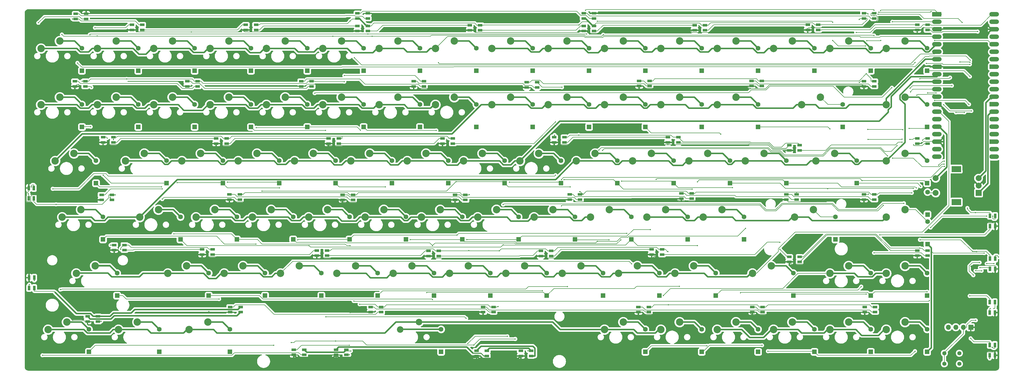
<source format=gbr>
%TF.GenerationSoftware,KiCad,Pcbnew,9.0.2*%
%TF.CreationDate,2025-07-28T10:47:05-04:00*%
%TF.ProjectId,Riptide,52697074-6964-4652-9e6b-696361645f70,rev?*%
%TF.SameCoordinates,Original*%
%TF.FileFunction,Copper,L1,Top*%
%TF.FilePolarity,Positive*%
%FSLAX46Y46*%
G04 Gerber Fmt 4.6, Leading zero omitted, Abs format (unit mm)*
G04 Created by KiCad (PCBNEW 9.0.2) date 2025-07-28 10:47:05*
%MOMM*%
%LPD*%
G01*
G04 APERTURE LIST*
G04 Aperture macros list*
%AMRoundRect*
0 Rectangle with rounded corners*
0 $1 Rounding radius*
0 $2 $3 $4 $5 $6 $7 $8 $9 X,Y pos of 4 corners*
0 Add a 4 corners polygon primitive as box body*
4,1,4,$2,$3,$4,$5,$6,$7,$8,$9,$2,$3,0*
0 Add four circle primitives for the rounded corners*
1,1,$1+$1,$2,$3*
1,1,$1+$1,$4,$5*
1,1,$1+$1,$6,$7*
1,1,$1+$1,$8,$9*
0 Add four rect primitives between the rounded corners*
20,1,$1+$1,$2,$3,$4,$5,0*
20,1,$1+$1,$4,$5,$6,$7,0*
20,1,$1+$1,$6,$7,$8,$9,0*
20,1,$1+$1,$8,$9,$2,$3,0*%
%AMFreePoly0*
4,1,37,0.800000,0.796148,0.878414,0.796148,1.032228,0.765552,1.177117,0.705537,1.307515,0.618408,1.418408,0.507515,1.505537,0.377117,1.565552,0.232228,1.596148,0.078414,1.596148,-0.078414,1.565552,-0.232228,1.505537,-0.377117,1.418408,-0.507515,1.307515,-0.618408,1.177117,-0.705537,1.032228,-0.765552,0.878414,-0.796148,0.800000,-0.796148,0.800000,-0.800000,-1.400000,-0.800000,
-1.403843,-0.796157,-1.439018,-0.796157,-1.511114,-0.766294,-1.566294,-0.711114,-1.596157,-0.639018,-1.596157,-0.603843,-1.600000,-0.600000,-1.600000,0.600000,-1.596157,0.603843,-1.596157,0.639018,-1.566294,0.711114,-1.511114,0.766294,-1.439018,0.796157,-1.403843,0.796157,-1.400000,0.800000,0.800000,0.800000,0.800000,0.796148,0.800000,0.796148,$1*%
%AMFreePoly1*
4,1,37,1.403843,0.796157,1.439018,0.796157,1.511114,0.766294,1.566294,0.711114,1.596157,0.639018,1.596157,0.603843,1.600000,0.600000,1.600000,-0.600000,1.596157,-0.603843,1.596157,-0.639018,1.566294,-0.711114,1.511114,-0.766294,1.439018,-0.796157,1.403843,-0.796157,1.400000,-0.800000,-0.800000,-0.800000,-0.800000,-0.796148,-0.878414,-0.796148,-1.032228,-0.765552,-1.177117,-0.705537,
-1.307515,-0.618408,-1.418408,-0.507515,-1.505537,-0.377117,-1.565552,-0.232228,-1.596148,-0.078414,-1.596148,0.078414,-1.565552,0.232228,-1.505537,0.377117,-1.418408,0.507515,-1.307515,0.618408,-1.177117,0.705537,-1.032228,0.765552,-0.878414,0.796148,-0.800000,0.796148,-0.800000,0.800000,1.400000,0.800000,1.403843,0.796157,1.403843,0.796157,$1*%
%AMFreePoly2*
4,1,37,0.603843,0.796157,0.639018,0.796157,0.711114,0.766294,0.766294,0.711114,0.796157,0.639018,0.796157,0.603843,0.800000,0.600000,0.800000,-0.600000,0.796157,-0.603843,0.796157,-0.639018,0.766294,-0.711114,0.711114,-0.766294,0.639018,-0.796157,0.603843,-0.796157,0.600000,-0.800000,0.000000,-0.800000,0.000000,-0.796148,-0.078414,-0.796148,-0.232228,-0.765552,-0.377117,-0.705537,
-0.507515,-0.618408,-0.618408,-0.507515,-0.705537,-0.377117,-0.765552,-0.232228,-0.796148,-0.078414,-0.796148,0.078414,-0.765552,0.232228,-0.705537,0.377117,-0.618408,0.507515,-0.507515,0.618408,-0.377117,0.705537,-0.232228,0.765552,-0.078414,0.796148,0.000000,0.796148,0.000000,0.800000,0.600000,0.800000,0.603843,0.796157,0.603843,0.796157,$1*%
%AMFreePoly3*
4,1,37,0.000000,0.796148,0.078414,0.796148,0.232228,0.765552,0.377117,0.705537,0.507515,0.618408,0.618408,0.507515,0.705537,0.377117,0.765552,0.232228,0.796148,0.078414,0.796148,-0.078414,0.765552,-0.232228,0.705537,-0.377117,0.618408,-0.507515,0.507515,-0.618408,0.377117,-0.705537,0.232228,-0.765552,0.078414,-0.796148,0.000000,-0.796148,0.000000,-0.800000,-0.600000,-0.800000,
-0.603843,-0.796157,-0.639018,-0.796157,-0.711114,-0.766294,-0.766294,-0.711114,-0.796157,-0.639018,-0.796157,-0.603843,-0.800000,-0.600000,-0.800000,0.600000,-0.796157,0.603843,-0.796157,0.639018,-0.766294,0.711114,-0.711114,0.766294,-0.639018,0.796157,-0.603843,0.796157,-0.600000,0.800000,0.000000,0.800000,0.000000,0.796148,0.000000,0.796148,$1*%
G04 Aperture macros list end*
%TA.AperFunction,ComponentPad*%
%ADD10C,2.500000*%
%TD*%
%TA.AperFunction,ComponentPad*%
%ADD11RoundRect,0.250000X0.550000X-0.550000X0.550000X0.550000X-0.550000X0.550000X-0.550000X-0.550000X0*%
%TD*%
%TA.AperFunction,ComponentPad*%
%ADD12C,1.600000*%
%TD*%
%TA.AperFunction,ComponentPad*%
%ADD13C,1.400000*%
%TD*%
%TA.AperFunction,SMDPad,CuDef*%
%ADD14R,1.600000X0.850000*%
%TD*%
%TA.AperFunction,SMDPad,CuDef*%
%ADD15R,0.850000X1.600000*%
%TD*%
%TA.AperFunction,ComponentPad*%
%ADD16R,2.000000X2.000000*%
%TD*%
%TA.AperFunction,ComponentPad*%
%ADD17C,2.000000*%
%TD*%
%TA.AperFunction,ComponentPad*%
%ADD18R,3.200000X2.000000*%
%TD*%
%TA.AperFunction,ComponentPad*%
%ADD19C,2.200000*%
%TD*%
%TA.AperFunction,SMDPad,CuDef*%
%ADD20FreePoly0,0.000000*%
%TD*%
%TA.AperFunction,ComponentPad*%
%ADD21RoundRect,0.200000X-0.600000X-0.600000X0.600000X-0.600000X0.600000X0.600000X-0.600000X0.600000X0*%
%TD*%
%TA.AperFunction,SMDPad,CuDef*%
%ADD22RoundRect,0.800000X-0.800000X-0.000010X0.800000X-0.000010X0.800000X0.000010X-0.800000X0.000010X0*%
%TD*%
%TA.AperFunction,SMDPad,CuDef*%
%ADD23FreePoly1,0.000000*%
%TD*%
%TA.AperFunction,ComponentPad*%
%ADD24FreePoly2,0.000000*%
%TD*%
%TA.AperFunction,ComponentPad*%
%ADD25FreePoly3,0.000000*%
%TD*%
%TA.AperFunction,ComponentPad*%
%ADD26R,1.700000X1.700000*%
%TD*%
%TA.AperFunction,ComponentPad*%
%ADD27O,1.700000X1.700000*%
%TD*%
%TA.AperFunction,ViaPad*%
%ADD28C,0.400000*%
%TD*%
%TA.AperFunction,Conductor*%
%ADD29C,0.200000*%
%TD*%
%TA.AperFunction,Conductor*%
%ADD30C,0.500000*%
%TD*%
%TA.AperFunction,Conductor*%
%ADD31C,0.600000*%
%TD*%
%TA.AperFunction,Conductor*%
%ADD32C,0.300000*%
%TD*%
G04 APERTURE END LIST*
D10*
%TO.P,SW59,1,1*%
%TO.N,Column 7*%
X289083750Y-92710000D03*
%TO.P,SW59,2,2*%
%TO.N,Net-(D42-A)*%
X295433750Y-90170000D03*
%TD*%
%TO.P,SW61,1,1*%
%TO.N,Column 7*%
X46196250Y-111760000D03*
%TO.P,SW61,2,2*%
%TO.N,Net-(D44-A)*%
X52546250Y-109220000D03*
%TD*%
%TO.P,SW30,1,1*%
%TO.N,Column 3*%
X291465000Y-54610000D03*
%TO.P,SW30,2,2*%
%TO.N,Net-(D34-A)*%
X297815000Y-52070000D03*
%TD*%
D11*
%TO.P,D24,1,K*%
%TO.N,Row 0*%
X76675000Y-81200000D03*
D12*
%TO.P,D24,2,A*%
%TO.N,Net-(D24-A)*%
X76675000Y-73580000D03*
%TD*%
D13*
%TO.P,R2,1*%
%TO.N,SDA*%
X344740000Y-138800000D03*
%TO.P,R2,2*%
%TO.N,+3.3V*%
X339660000Y-138800000D03*
%TD*%
D14*
%TO.P,LED45,1,DOUT*%
%TO.N,Net-(LED45-DOUT)*%
X286250000Y-85000000D03*
%TO.P,LED45,2,VSS*%
%TO.N,GND*%
X286250000Y-86750000D03*
%TO.P,LED45,3,DIN*%
%TO.N,Net-(LED44-DOUT)*%
X289750000Y-86750000D03*
%TO.P,LED45,4,VDD*%
%TO.N,+5V*%
X289750000Y-85000000D03*
%TD*%
%TO.P,LED25,1,DOUT*%
%TO.N,Net-(LED25-DOUT)*%
X122250000Y-46625000D03*
%TO.P,LED25,2,VSS*%
%TO.N,GND*%
X122250000Y-48375000D03*
%TO.P,LED25,3,DIN*%
%TO.N,Net-(LED24-DOUT)*%
X125750000Y-48375000D03*
%TO.P,LED25,4,VDD*%
%TO.N,+5V*%
X125750000Y-46625000D03*
%TD*%
D10*
%TO.P,SW33,1,1*%
%TO.N,Column 4*%
X62865000Y-73660000D03*
%TO.P,SW33,2,2*%
%TO.N,Net-(D24-A)*%
X69215000Y-71120000D03*
%TD*%
D14*
%TO.P,LED7,1,DOUT*%
%TO.N,Net-(LED7-DOUT)*%
X144750000Y-25375000D03*
%TO.P,LED7,2,VSS*%
%TO.N,GND*%
X144750000Y-23625000D03*
%TO.P,LED7,3,DIN*%
%TO.N,Net-(LED6-DOUT)*%
X141250000Y-23625000D03*
%TO.P,LED7,4,VDD*%
%TO.N,+5V*%
X141250000Y-25375000D03*
%TD*%
D10*
%TO.P,SW63,1,1*%
%TO.N,Column 7*%
X96202500Y-111760000D03*
%TO.P,SW63,2,2*%
%TO.N,Net-(D76-A)*%
X102552500Y-109220000D03*
%TD*%
D14*
%TO.P,LED37,1,DOUT*%
%TO.N,Net-(LED37-DOUT)*%
X93500000Y-66000000D03*
%TO.P,LED37,2,VSS*%
%TO.N,GND*%
X93500000Y-67750000D03*
%TO.P,LED37,3,DIN*%
%TO.N,Net-(LED36-DOUT)*%
X97000000Y-67750000D03*
%TO.P,LED37,4,VDD*%
%TO.N,+5V*%
X97000000Y-66000000D03*
%TD*%
D11*
%TO.P,D116,1,K*%
%TO.N,Row 7*%
X333850000Y-43100000D03*
D12*
%TO.P,D116,2,A*%
%TO.N,Net-(D116-A)*%
X333850000Y-35480000D03*
%TD*%
D10*
%TO.P,SW10,1,1*%
%TO.N,Column 1*%
X205740000Y-35560000D03*
%TO.P,SW10,2,2*%
%TO.N,Net-(D8-A)*%
X212090000Y-33020000D03*
%TD*%
%TO.P,SW77,1,1*%
%TO.N,Column 9*%
X84296250Y-130810000D03*
%TO.P,SW77,2,2*%
%TO.N,Net-(D55-A)*%
X90646250Y-128270000D03*
%TD*%
D14*
%TO.P,LED46,1,DOUT*%
%TO.N,Net-(LED46-DOUT)*%
X312500000Y-85000000D03*
%TO.P,LED46,2,VSS*%
%TO.N,GND*%
X312500000Y-86750000D03*
%TO.P,LED46,3,DIN*%
%TO.N,Net-(LED45-DOUT)*%
X316000000Y-86750000D03*
%TO.P,LED46,4,VDD*%
%TO.N,+5V*%
X316000000Y-85000000D03*
%TD*%
%TO.P,LED48,1,DOUT*%
%TO.N,Net-(LED48-DOUT)*%
X287250000Y-106125000D03*
%TO.P,LED48,2,VSS*%
%TO.N,GND*%
X287250000Y-107875000D03*
%TO.P,LED48,3,DIN*%
%TO.N,Net-(LED47-DOUT)*%
X290750000Y-107875000D03*
%TO.P,LED48,4,VDD*%
%TO.N,+5V*%
X290750000Y-106125000D03*
%TD*%
D10*
%TO.P,SW53,1,1*%
%TO.N,Column 6*%
X162877500Y-92710000D03*
%TO.P,SW53,2,2*%
%TO.N,Net-(D39-A)*%
X169227500Y-90170000D03*
%TD*%
D11*
%TO.P,D73,1,K*%
%TO.N,Row 6*%
X333850000Y-62150000D03*
D12*
%TO.P,D73,2,A*%
%TO.N,Net-(D73-A)*%
X333850000Y-54530000D03*
%TD*%
D13*
%TO.P,R1,1*%
%TO.N,SCL*%
X344740000Y-142400000D03*
%TO.P,R1,2*%
%TO.N,+3.3V*%
X339660000Y-142400000D03*
%TD*%
D11*
%TO.P,D76,1,K*%
%TO.N,Row 6*%
X110012500Y-119300000D03*
D12*
%TO.P,D76,2,A*%
%TO.N,Net-(D76-A)*%
X110012500Y-111680000D03*
%TD*%
D11*
%TO.P,D61,1,K*%
%TO.N,Row 4*%
X334000000Y-91810000D03*
D12*
%TO.P,D61,2,A*%
%TO.N,Encoder SW 2*%
X334000000Y-84190000D03*
%TD*%
D10*
%TO.P,SW34,1,1*%
%TO.N,Column 4*%
X81915000Y-73660000D03*
%TO.P,SW34,2,2*%
%TO.N,Net-(D25-A)*%
X88265000Y-71120000D03*
%TD*%
D11*
%TO.P,D53,1,K*%
%TO.N,Row 2*%
X50481250Y-138350000D03*
D12*
%TO.P,D53,2,A*%
%TO.N,Net-(D53-A)*%
X50481250Y-130730000D03*
%TD*%
D14*
%TO.P,LED59,1,DOUT*%
%TO.N,Net-(LED59-DOUT)*%
X236250000Y-123125000D03*
%TO.P,LED59,2,VSS*%
%TO.N,GND*%
X236250000Y-124875000D03*
%TO.P,LED59,3,DIN*%
%TO.N,Net-(LED58-DOUT)*%
X239750000Y-124875000D03*
%TO.P,LED59,4,VDD*%
%TO.N,+5V*%
X239750000Y-123125000D03*
%TD*%
D11*
%TO.P,D117,1,K*%
%TO.N,Row 7*%
X181450000Y-62150000D03*
D12*
%TO.P,D117,2,A*%
%TO.N,Net-(D117-A)*%
X181450000Y-54530000D03*
%TD*%
D11*
%TO.P,D18,1,K*%
%TO.N,Row 5*%
X143350000Y-62150000D03*
D12*
%TO.P,D18,2,A*%
%TO.N,Net-(D18-A)*%
X143350000Y-54530000D03*
%TD*%
D14*
%TO.P,LED11,1,DOUT*%
%TO.N,Net-(LED11-DOUT)*%
X119750000Y-137625000D03*
%TO.P,LED11,2,VSS*%
%TO.N,GND*%
X119750000Y-139375000D03*
%TO.P,LED11,3,DIN*%
%TO.N,Net-(LED10-DOUT)*%
X123250000Y-139375000D03*
%TO.P,LED11,4,VDD*%
%TO.N,+5V*%
X123250000Y-137625000D03*
%TD*%
%TO.P,LED53,1,DOUT*%
%TO.N,Net-(LED53-DOUT)*%
X88750000Y-103625000D03*
%TO.P,LED53,2,VSS*%
%TO.N,GND*%
X88750000Y-105375000D03*
%TO.P,LED53,3,DIN*%
%TO.N,Net-(LED52-DOUT)*%
X92250000Y-105375000D03*
%TO.P,LED53,4,VDD*%
%TO.N,+5V*%
X92250000Y-103625000D03*
%TD*%
%TO.P,LED44,1,DOUT*%
%TO.N,Net-(LED44-DOUT)*%
X250750000Y-84625000D03*
%TO.P,LED44,2,VSS*%
%TO.N,GND*%
X250750000Y-86375000D03*
%TO.P,LED44,3,DIN*%
%TO.N,Net-(LED43-DOUT)*%
X254250000Y-86375000D03*
%TO.P,LED44,4,VDD*%
%TO.N,+5V*%
X254250000Y-84625000D03*
%TD*%
D11*
%TO.P,D30,1,K*%
%TO.N,Row 1*%
X248125000Y-81200000D03*
D12*
%TO.P,D30,2,A*%
%TO.N,Net-(D30-A)*%
X248125000Y-73580000D03*
%TD*%
D11*
%TO.P,D26,1,K*%
%TO.N,Row 2*%
X114775000Y-81200000D03*
D12*
%TO.P,D26,2,A*%
%TO.N,Net-(D26-A)*%
X114775000Y-73580000D03*
%TD*%
D10*
%TO.P,SW13,1,1*%
%TO.N,Column 1*%
X262890000Y-35560000D03*
%TO.P,SW13,2,2*%
%TO.N,Net-(D11-A)*%
X269240000Y-33020000D03*
%TD*%
%TO.P,SW51,1,1*%
%TO.N,Column 6*%
X124777500Y-92710000D03*
%TO.P,SW51,2,2*%
%TO.N,Net-(D37-A)*%
X131127500Y-90170000D03*
%TD*%
%TO.P,SW44,1,1*%
%TO.N,Column 5*%
X272415000Y-73660000D03*
%TO.P,SW44,2,2*%
%TO.N,Net-(D32-A)*%
X278765000Y-71120000D03*
%TD*%
%TO.P,SW1,1,1*%
%TO.N,Column 0*%
X34290000Y-35560000D03*
%TO.P,SW1,2,2*%
%TO.N,Net-(D1-A)*%
X40640000Y-33020000D03*
%TD*%
D14*
%TO.P,LED26,1,DOUT*%
%TO.N,Net-(LED26-DOUT)*%
X160250000Y-46625000D03*
%TO.P,LED26,2,VSS*%
%TO.N,GND*%
X160250000Y-48375000D03*
%TO.P,LED26,3,DIN*%
%TO.N,Net-(LED25-DOUT)*%
X163750000Y-48375000D03*
%TO.P,LED26,4,VDD*%
%TO.N,+5V*%
X163750000Y-46625000D03*
%TD*%
D11*
%TO.P,D62,1,K*%
%TO.N,Row 5*%
X195737500Y-100250000D03*
D12*
%TO.P,D62,2,A*%
%TO.N,Net-(D62-A)*%
X195737500Y-92630000D03*
%TD*%
D10*
%TO.P,SW22,1,1*%
%TO.N,Column 2*%
X129540000Y-54610000D03*
%TO.P,SW22,2,2*%
%TO.N,Net-(D18-A)*%
X135890000Y-52070000D03*
%TD*%
D11*
%TO.P,D50,1,K*%
%TO.N,Row 5*%
X171925000Y-81200000D03*
D12*
%TO.P,D50,2,A*%
%TO.N,Net-(D50-A)*%
X171925000Y-73580000D03*
%TD*%
D11*
%TO.P,D34,1,K*%
%TO.N,Row 5*%
X305275000Y-62150000D03*
D12*
%TO.P,D34,2,A*%
%TO.N,Net-(D34-A)*%
X305275000Y-54530000D03*
%TD*%
D11*
%TO.P,D42,1,K*%
%TO.N,Row 2*%
X302893750Y-100250000D03*
D12*
%TO.P,D42,2,A*%
%TO.N,Net-(D42-A)*%
X302893750Y-92630000D03*
%TD*%
D14*
%TO.P,LED16,1,DOUT*%
%TO.N,Net-(LED16-DOUT)*%
X293500000Y-27500000D03*
%TO.P,LED16,2,VSS*%
%TO.N,GND*%
X293500000Y-29250000D03*
%TO.P,LED16,3,DIN*%
%TO.N,Net-(LED15-DOUT)*%
X297000000Y-29250000D03*
%TO.P,LED16,4,VDD*%
%TO.N,+5V*%
X297000000Y-27500000D03*
%TD*%
D10*
%TO.P,SW43,1,1*%
%TO.N,Column 5*%
X253365000Y-73660000D03*
%TO.P,SW43,2,2*%
%TO.N,Net-(D31-A)*%
X259715000Y-71120000D03*
%TD*%
D11*
%TO.P,D19,1,K*%
%TO.N,Row 0*%
X200500000Y-62150000D03*
D12*
%TO.P,D19,2,A*%
%TO.N,Net-(D19-A)*%
X200500000Y-54530000D03*
%TD*%
D15*
%TO.P,LED4,1,DOUT*%
%TO.N,Net-(LED4-DOUT)*%
X355125000Y-95750000D03*
%TO.P,LED4,2,VSS*%
%TO.N,GND*%
X356875000Y-95750000D03*
%TO.P,LED4,3,DIN*%
%TO.N,Net-(LED3-DOUT)*%
X356875000Y-92250000D03*
%TO.P,LED4,4,VDD*%
%TO.N,+5V*%
X355125000Y-92250000D03*
%TD*%
D14*
%TO.P,LED33,1,DOUT*%
%TO.N,Net-(LED33-DOUT)*%
X246250000Y-65625000D03*
%TO.P,LED33,2,VSS*%
%TO.N,GND*%
X246250000Y-67375000D03*
%TO.P,LED33,3,DIN*%
%TO.N,Net-(LED32-DOUT)*%
X249750000Y-67375000D03*
%TO.P,LED33,4,VDD*%
%TO.N,+5V*%
X249750000Y-65625000D03*
%TD*%
%TO.P,LED61,1,DOUT*%
%TO.N,unconnected-(LED61-DOUT-Pad1)*%
X312750000Y-123125000D03*
%TO.P,LED61,2,VSS*%
%TO.N,GND*%
X312750000Y-124875000D03*
%TO.P,LED61,3,DIN*%
%TO.N,Net-(LED60-DOUT)*%
X316250000Y-124875000D03*
%TO.P,LED61,4,VDD*%
%TO.N,+5V*%
X316250000Y-123125000D03*
%TD*%
D11*
%TO.P,D31,1,K*%
%TO.N,Row 2*%
X267175000Y-81200000D03*
D12*
%TO.P,D31,2,A*%
%TO.N,Net-(D31-A)*%
X267175000Y-73580000D03*
%TD*%
D10*
%TO.P,SW37,1,1*%
%TO.N,Column 4*%
X139065000Y-73660000D03*
%TO.P,SW37,2,2*%
%TO.N,Net-(D28-A)*%
X145415000Y-71120000D03*
%TD*%
%TO.P,SW31,1,1*%
%TO.N,Column 3*%
X320040000Y-54610000D03*
%TO.P,SW31,2,2*%
%TO.N,Net-(D73-A)*%
X326390000Y-52070000D03*
%TD*%
D14*
%TO.P,LED32,1,DOUT*%
%TO.N,Net-(LED32-DOUT)*%
X287250000Y-68325000D03*
%TO.P,LED32,2,VSS*%
%TO.N,GND*%
X287250000Y-70075000D03*
%TO.P,LED32,3,DIN*%
%TO.N,Net-(LED31-DOUT)*%
X290750000Y-70075000D03*
%TO.P,LED32,4,VDD*%
%TO.N,+5V*%
X290750000Y-68325000D03*
%TD*%
D10*
%TO.P,SW69,1,1*%
%TO.N,Column 8*%
X210502500Y-111760000D03*
%TO.P,SW69,2,2*%
%TO.N,Net-(D49-A)*%
X216852500Y-109220000D03*
%TD*%
D11*
%TO.P,D123,1,K*%
%TO.N,Row 7*%
X288606250Y-119300000D03*
D12*
%TO.P,D123,2,A*%
%TO.N,Net-(D123-A)*%
X288606250Y-111680000D03*
%TD*%
D14*
%TO.P,LED55,1,DOUT*%
%TO.N,Net-(LED55-DOUT)*%
X50000000Y-126325000D03*
%TO.P,LED55,2,VSS*%
%TO.N,GND*%
X50000000Y-128075000D03*
%TO.P,LED55,3,DIN*%
%TO.N,Net-(LED54-DOUT)*%
X53500000Y-128075000D03*
%TO.P,LED55,4,VDD*%
%TO.N,+5V*%
X53500000Y-126325000D03*
%TD*%
%TO.P,LED22,1,DOUT*%
%TO.N,Net-(LED22-DOUT)*%
X65000000Y-27500000D03*
%TO.P,LED22,2,VSS*%
%TO.N,GND*%
X65000000Y-29250000D03*
%TO.P,LED22,3,DIN*%
%TO.N,Net-(LED21-DOUT)*%
X68500000Y-29250000D03*
%TO.P,LED22,4,VDD*%
%TO.N,+5V*%
X68500000Y-27500000D03*
%TD*%
D10*
%TO.P,SW64,1,1*%
%TO.N,Column 7*%
X115252500Y-111760000D03*
%TO.P,SW64,2,2*%
%TO.N,Net-(D122-A)*%
X121602500Y-109220000D03*
%TD*%
D11*
%TO.P,D48,1,K*%
%TO.N,Row 3*%
X205262500Y-119300000D03*
D12*
%TO.P,D48,2,A*%
%TO.N,Net-(D48-A)*%
X205262500Y-111680000D03*
%TD*%
D14*
%TO.P,LED49,1,DOUT*%
%TO.N,Net-(LED49-DOUT)*%
X240750000Y-103625000D03*
%TO.P,LED49,2,VSS*%
%TO.N,GND*%
X240750000Y-105375000D03*
%TO.P,LED49,3,DIN*%
%TO.N,Net-(LED48-DOUT)*%
X244250000Y-105375000D03*
%TO.P,LED49,4,VDD*%
%TO.N,+5V*%
X244250000Y-103625000D03*
%TD*%
D11*
%TO.P,D106,1,K*%
%TO.N,Row 6*%
X238600000Y-138350000D03*
D12*
%TO.P,D106,2,A*%
%TO.N,Net-(D106-A)*%
X238600000Y-130730000D03*
%TD*%
D10*
%TO.P,SW75,1,1*%
%TO.N,Column 9*%
X36671250Y-130810000D03*
%TO.P,SW75,2,2*%
%TO.N,Net-(D53-A)*%
X43021250Y-128270000D03*
%TD*%
D11*
%TO.P,D20,1,K*%
%TO.N,Row 1*%
X219550000Y-62150000D03*
D12*
%TO.P,D20,2,A*%
%TO.N,Net-(D20-A)*%
X219550000Y-54530000D03*
%TD*%
D10*
%TO.P,SW54,1,1*%
%TO.N,Column 6*%
X181927500Y-92710000D03*
%TO.P,SW54,2,2*%
%TO.N,Net-(D62-A)*%
X188277500Y-90170000D03*
%TD*%
D11*
%TO.P,D1,1,K*%
%TO.N,Row 0*%
X48100000Y-43100000D03*
D12*
%TO.P,D1,2,A*%
%TO.N,Net-(D1-A)*%
X48100000Y-35480000D03*
%TD*%
D14*
%TO.P,LED36,1,DOUT*%
%TO.N,Net-(LED36-DOUT)*%
X131500000Y-66000000D03*
%TO.P,LED36,2,VSS*%
%TO.N,GND*%
X131500000Y-67750000D03*
%TO.P,LED36,3,DIN*%
%TO.N,Net-(LED35-DOUT)*%
X135000000Y-67750000D03*
%TO.P,LED36,4,VDD*%
%TO.N,+5V*%
X135000000Y-66000000D03*
%TD*%
D11*
%TO.P,D97,1,K*%
%TO.N,Row 6*%
X162400000Y-43100000D03*
D12*
%TO.P,D97,2,A*%
%TO.N,Net-(D97-A)*%
X162400000Y-35480000D03*
%TD*%
D11*
%TO.P,D68,1,K*%
%TO.N,Row 5*%
X90962500Y-119300000D03*
D12*
%TO.P,D68,2,A*%
%TO.N,Net-(D68-A)*%
X90962500Y-111680000D03*
%TD*%
D10*
%TO.P,SW17,1,1*%
%TO.N,Column 2*%
X34290000Y-54610000D03*
%TO.P,SW17,2,2*%
%TO.N,Net-(D13-A)*%
X40640000Y-52070000D03*
%TD*%
D14*
%TO.P,LED14,1,DOUT*%
%TO.N,unconnected-(LED14-DOUT-Pad1)*%
X196500000Y-138000000D03*
%TO.P,LED14,2,VSS*%
%TO.N,GND*%
X196500000Y-139750000D03*
%TO.P,LED14,3,DIN*%
%TO.N,Net-(LED13-DOUT)*%
X200000000Y-139750000D03*
%TO.P,LED14,4,VDD*%
%TO.N,+5V*%
X200000000Y-138000000D03*
%TD*%
D15*
%TO.P,LED9,1,DOUT*%
%TO.N,Net-(LED10-DIN)*%
X31875000Y-82822500D03*
%TO.P,LED9,2,VSS*%
%TO.N,GND*%
X30125000Y-82822500D03*
%TO.P,LED9,3,DIN*%
%TO.N,Net-(LED8-DOUT)*%
X30125000Y-86322500D03*
%TO.P,LED9,4,VDD*%
%TO.N,+5V*%
X31875000Y-86322500D03*
%TD*%
D11*
%TO.P,D75,1,K*%
%TO.N,Row 6*%
X214787500Y-100250000D03*
D12*
%TO.P,D75,2,A*%
%TO.N,Net-(D75-A)*%
X214787500Y-92630000D03*
%TD*%
D10*
%TO.P,SW81,1,1*%
%TO.N,Column 10*%
X262890000Y-130810000D03*
%TO.P,SW81,2,2*%
%TO.N,Net-(D57-A)*%
X269240000Y-128270000D03*
%TD*%
D11*
%TO.P,D115,1,K*%
%TO.N,Row 7*%
X181450000Y-43100000D03*
D12*
%TO.P,D115,2,A*%
%TO.N,Net-(D115-A)*%
X181450000Y-35480000D03*
%TD*%
D10*
%TO.P,SW7,1,1*%
%TO.N,Column 0*%
X148590000Y-35560000D03*
%TO.P,SW7,2,2*%
%TO.N,Net-(D97-A)*%
X154940000Y-33020000D03*
%TD*%
D14*
%TO.P,LED42,1,DOUT*%
%TO.N,Net-(LED42-DOUT)*%
X174250000Y-85125000D03*
%TO.P,LED42,2,VSS*%
%TO.N,GND*%
X174250000Y-86875000D03*
%TO.P,LED42,3,DIN*%
%TO.N,Net-(LED41-DOUT)*%
X177750000Y-86875000D03*
%TO.P,LED42,4,VDD*%
%TO.N,+5V*%
X177750000Y-85125000D03*
%TD*%
%TO.P,LED23,1,DOUT*%
%TO.N,Net-(LED23-DOUT)*%
X45750000Y-46625000D03*
%TO.P,LED23,2,VSS*%
%TO.N,GND*%
X45750000Y-48375000D03*
%TO.P,LED23,3,DIN*%
%TO.N,Net-(LED22-DOUT)*%
X49250000Y-48375000D03*
%TO.P,LED23,4,VDD*%
%TO.N,+5V*%
X49250000Y-46625000D03*
%TD*%
D11*
%TO.P,D45,1,K*%
%TO.N,Row 0*%
X148112500Y-119300000D03*
D12*
%TO.P,D45,2,A*%
%TO.N,Net-(D45-A)*%
X148112500Y-111680000D03*
%TD*%
D14*
%TO.P,LED24,1,DOUT*%
%TO.N,Net-(LED24-DOUT)*%
X83750000Y-46625000D03*
%TO.P,LED24,2,VSS*%
%TO.N,GND*%
X83750000Y-48375000D03*
%TO.P,LED24,3,DIN*%
%TO.N,Net-(LED23-DOUT)*%
X87250000Y-48375000D03*
%TO.P,LED24,4,VDD*%
%TO.N,+5V*%
X87250000Y-46625000D03*
%TD*%
D10*
%TO.P,SW52,1,1*%
%TO.N,Column 6*%
X143827500Y-92710000D03*
%TO.P,SW52,2,2*%
%TO.N,Net-(D38-A)*%
X150177500Y-90170000D03*
%TD*%
D14*
%TO.P,LED18,1,DOUT*%
%TO.N,Net-(LED18-DOUT)*%
X217750000Y-27875000D03*
%TO.P,LED18,2,VSS*%
%TO.N,GND*%
X217750000Y-29625000D03*
%TO.P,LED18,3,DIN*%
%TO.N,Net-(LED17-DOUT)*%
X221250000Y-29625000D03*
%TO.P,LED18,4,VDD*%
%TO.N,+5V*%
X221250000Y-27875000D03*
%TD*%
%TO.P,LED30,1,DOUT*%
%TO.N,Net-(LED30-DOUT)*%
X312500000Y-46625000D03*
%TO.P,LED30,2,VSS*%
%TO.N,GND*%
X312500000Y-48375000D03*
%TO.P,LED30,3,DIN*%
%TO.N,Net-(LED29-DOUT)*%
X316000000Y-48375000D03*
%TO.P,LED30,4,VDD*%
%TO.N,+5V*%
X316000000Y-46625000D03*
%TD*%
D11*
%TO.P,D124,1,K*%
%TO.N,Row 7*%
X257650000Y-138350000D03*
D12*
%TO.P,D124,2,A*%
%TO.N,Net-(D124-A)*%
X257650000Y-130730000D03*
%TD*%
D14*
%TO.P,LED43,1,DOUT*%
%TO.N,Net-(LED43-DOUT)*%
X213000000Y-85000000D03*
%TO.P,LED43,2,VSS*%
%TO.N,GND*%
X213000000Y-86750000D03*
%TO.P,LED43,3,DIN*%
%TO.N,Net-(LED42-DOUT)*%
X216500000Y-86750000D03*
%TO.P,LED43,4,VDD*%
%TO.N,+5V*%
X216500000Y-85000000D03*
%TD*%
D10*
%TO.P,SW82,1,1*%
%TO.N,Column 10*%
X281940000Y-130810000D03*
%TO.P,SW82,2,2*%
%TO.N,Net-(D58-A)*%
X288290000Y-128270000D03*
%TD*%
%TO.P,SW72,1,1*%
%TO.N,Column 8*%
X274796250Y-111760000D03*
%TO.P,SW72,2,2*%
%TO.N,Net-(D123-A)*%
X281146250Y-109220000D03*
%TD*%
D14*
%TO.P,LED28,1,DOUT*%
%TO.N,Net-(LED28-DOUT)*%
X236500000Y-46500000D03*
%TO.P,LED28,2,VSS*%
%TO.N,GND*%
X236500000Y-48250000D03*
%TO.P,LED28,3,DIN*%
%TO.N,Net-(LED27-DOUT)*%
X240000000Y-48250000D03*
%TO.P,LED28,4,VDD*%
%TO.N,+5V*%
X240000000Y-46500000D03*
%TD*%
D10*
%TO.P,SW79,1,1*%
%TO.N,Column 9*%
X224790000Y-130810000D03*
%TO.P,SW79,2,2*%
%TO.N,Net-(D106-A)*%
X231140000Y-128270000D03*
%TD*%
D14*
%TO.P,LED15,1,DOUT*%
%TO.N,Net-(LED15-DOUT)*%
X330500000Y-27500000D03*
%TO.P,LED15,2,VSS*%
%TO.N,GND*%
X330500000Y-29250000D03*
%TO.P,LED15,3,DIN*%
%TO.N,LED Glow Data*%
X334000000Y-29250000D03*
%TO.P,LED15,4,VDD*%
%TO.N,+5V*%
X334000000Y-27500000D03*
%TD*%
D10*
%TO.P,SW21,1,1*%
%TO.N,Column 2*%
X110490000Y-54610000D03*
%TO.P,SW21,2,2*%
%TO.N,Net-(D17-A)*%
X116840000Y-52070000D03*
%TD*%
D11*
%TO.P,D7,1,K*%
%TO.N,Row 0*%
X200500000Y-43100000D03*
D12*
%TO.P,D7,2,A*%
%TO.N,Net-(D7-A)*%
X200500000Y-35480000D03*
%TD*%
D11*
%TO.P,D32,1,K*%
%TO.N,Row 3*%
X286225000Y-81200000D03*
D12*
%TO.P,D32,2,A*%
%TO.N,Net-(D32-A)*%
X286225000Y-73580000D03*
%TD*%
D10*
%TO.P,SW6,1,1*%
%TO.N,Column 0*%
X129540000Y-35560000D03*
%TO.P,SW6,2,2*%
%TO.N,Net-(D6-A)*%
X135890000Y-33020000D03*
%TD*%
D15*
%TO.P,LED1,1,DOUT*%
%TO.N,Net-(LED1-DOUT)*%
X355000000Y-139500000D03*
%TO.P,LED1,2,VSS*%
%TO.N,GND*%
X356750000Y-139500000D03*
%TO.P,LED1,3,DIN*%
%TO.N,LED Indicator Data*%
X356750000Y-136000000D03*
%TO.P,LED1,4,VDD*%
%TO.N,+5V*%
X355000000Y-136000000D03*
%TD*%
D14*
%TO.P,LED47,1,DOUT*%
%TO.N,Net-(LED47-DOUT)*%
X330500000Y-104000000D03*
%TO.P,LED47,2,VSS*%
%TO.N,GND*%
X330500000Y-105750000D03*
%TO.P,LED47,3,DIN*%
%TO.N,Net-(LED46-DOUT)*%
X334000000Y-105750000D03*
%TO.P,LED47,4,VDD*%
%TO.N,+5V*%
X334000000Y-104000000D03*
%TD*%
D11*
%TO.P,D2,1,K*%
%TO.N,Row 1*%
X67150000Y-43100000D03*
D12*
%TO.P,D2,2,A*%
%TO.N,Net-(D2-A)*%
X67150000Y-35480000D03*
%TD*%
D11*
%TO.P,D46,1,K*%
%TO.N,Row 1*%
X167162500Y-119300000D03*
D12*
%TO.P,D46,2,A*%
%TO.N,Net-(D46-A)*%
X167162500Y-111680000D03*
%TD*%
D10*
%TO.P,SW45,1,1*%
%TO.N,Column 5*%
X296227500Y-73660000D03*
%TO.P,SW45,2,2*%
%TO.N,Net-(D33-A)*%
X302577500Y-71120000D03*
%TD*%
%TO.P,SW5,1,1*%
%TO.N,Column 0*%
X110490000Y-35560000D03*
%TO.P,SW5,2,2*%
%TO.N,Net-(D5-A)*%
X116840000Y-33020000D03*
%TD*%
D11*
%TO.P,D119,1,K*%
%TO.N,Row 7*%
X210025000Y-81200000D03*
D12*
%TO.P,D119,2,A*%
%TO.N,Net-(D119-A)*%
X210025000Y-73580000D03*
%TD*%
D10*
%TO.P,SW57,1,1*%
%TO.N,Column 7*%
X239077500Y-92710000D03*
%TO.P,SW57,2,2*%
%TO.N,Net-(D40-A)*%
X245427500Y-90170000D03*
%TD*%
D14*
%TO.P,LED31,1,DOUT*%
%TO.N,Net-(LED31-DOUT)*%
X330500000Y-66000000D03*
%TO.P,LED31,2,VSS*%
%TO.N,GND*%
X330500000Y-67750000D03*
%TO.P,LED31,3,DIN*%
%TO.N,Net-(LED30-DOUT)*%
X334000000Y-67750000D03*
%TO.P,LED31,4,VDD*%
%TO.N,+5V*%
X334000000Y-66000000D03*
%TD*%
D11*
%TO.P,D13,1,K*%
%TO.N,Row 0*%
X48100000Y-62150000D03*
D12*
%TO.P,D13,2,A*%
%TO.N,Net-(D13-A)*%
X48100000Y-54530000D03*
%TD*%
D11*
%TO.P,D47,1,K*%
%TO.N,Row 2*%
X186212500Y-119300000D03*
D12*
%TO.P,D47,2,A*%
%TO.N,Net-(D47-A)*%
X186212500Y-111680000D03*
%TD*%
D10*
%TO.P,SW58,1,1*%
%TO.N,Column 7*%
X258127500Y-92710000D03*
%TO.P,SW58,2,2*%
%TO.N,Net-(D41-A)*%
X264477500Y-90170000D03*
%TD*%
%TO.P,SW83,1,1*%
%TO.N,Column 10*%
X300990000Y-130810000D03*
%TO.P,SW83,2,2*%
%TO.N,Net-(D59-A)*%
X307340000Y-128270000D03*
%TD*%
%TO.P,SW84,1,1*%
%TO.N,Column 10*%
X320040000Y-130810000D03*
%TO.P,SW84,2,2*%
%TO.N,Net-(D60-A)*%
X326390000Y-128270000D03*
%TD*%
%TO.P,SW48,1,1*%
%TO.N,Column 5*%
X67627500Y-92710000D03*
%TO.P,SW48,2,2*%
%TO.N,Net-(D120-A)*%
X73977500Y-90170000D03*
%TD*%
D15*
%TO.P,LED3,1,DOUT*%
%TO.N,Net-(LED3-DOUT)*%
X355125000Y-110250000D03*
%TO.P,LED3,2,VSS*%
%TO.N,GND*%
X356875000Y-110250000D03*
%TO.P,LED3,3,DIN*%
%TO.N,Net-(LED2-DOUT)*%
X356875000Y-106750000D03*
%TO.P,LED3,4,VDD*%
%TO.N,+5V*%
X355125000Y-106750000D03*
%TD*%
D16*
%TO.P,SW85,A,A*%
%TO.N,Encoder A*%
X351250000Y-84500000D03*
D17*
%TO.P,SW85,B,B*%
%TO.N,Encoder B*%
X351250000Y-79500000D03*
%TO.P,SW85,C,C*%
%TO.N,GND*%
X351250000Y-82000000D03*
D18*
%TO.P,SW85,MP*%
%TO.N,N/C*%
X343750000Y-87600000D03*
X343750000Y-76400000D03*
D17*
%TO.P,SW85,S1,S1*%
%TO.N,Column 10*%
X336750000Y-79500000D03*
%TO.P,SW85,S2,S2*%
%TO.N,Encoder SW 2*%
X336750000Y-84500000D03*
%TD*%
D11*
%TO.P,D121,1,K*%
%TO.N,Row 7*%
X233837500Y-100250000D03*
D12*
%TO.P,D121,2,A*%
%TO.N,Net-(D121-A)*%
X233837500Y-92630000D03*
%TD*%
D11*
%TO.P,D35,1,K*%
%TO.N,Row 0*%
X100487500Y-100250000D03*
D12*
%TO.P,D35,2,A*%
%TO.N,Net-(D35-A)*%
X100487500Y-92630000D03*
%TD*%
D10*
%TO.P,SW68,1,1*%
%TO.N,Column 8*%
X191452500Y-111760000D03*
%TO.P,SW68,2,2*%
%TO.N,Net-(D48-A)*%
X197802500Y-109220000D03*
%TD*%
D11*
%TO.P,D51,1,K*%
%TO.N,Row 0*%
X314800000Y-119300000D03*
D12*
%TO.P,D51,2,A*%
%TO.N,Net-(D51-A)*%
X314800000Y-111680000D03*
%TD*%
D11*
%TO.P,D28,1,K*%
%TO.N,Row 4*%
X152875000Y-81200000D03*
D12*
%TO.P,D28,2,A*%
%TO.N,Net-(D28-A)*%
X152875000Y-73580000D03*
%TD*%
D10*
%TO.P,SW28,1,1*%
%TO.N,Column 3*%
X243840000Y-54610000D03*
%TO.P,SW28,2,2*%
%TO.N,Net-(D22-A)*%
X250190000Y-52070000D03*
%TD*%
D15*
%TO.P,LED2,1,DOUT*%
%TO.N,Net-(LED2-DOUT)*%
X355000000Y-125000000D03*
%TO.P,LED2,2,VSS*%
%TO.N,GND*%
X356750000Y-125000000D03*
%TO.P,LED2,3,DIN*%
%TO.N,Net-(LED1-DOUT)*%
X356750000Y-121500000D03*
%TO.P,LED2,4,VDD*%
%TO.N,+5V*%
X355000000Y-121500000D03*
%TD*%
D10*
%TO.P,SW8,1,1*%
%TO.N,Column 0*%
X167640000Y-35560000D03*
%TO.P,SW8,2,2*%
%TO.N,Net-(D115-A)*%
X173990000Y-33020000D03*
%TD*%
D11*
%TO.P,D11,1,K*%
%TO.N,Row 4*%
X276700000Y-43100000D03*
D12*
%TO.P,D11,2,A*%
%TO.N,Net-(D11-A)*%
X276700000Y-35480000D03*
%TD*%
D14*
%TO.P,LED8,1,DOUT*%
%TO.N,Net-(LED8-DOUT)*%
X49500000Y-25500000D03*
%TO.P,LED8,2,VSS*%
%TO.N,GND*%
X49500000Y-23750000D03*
%TO.P,LED8,3,DIN*%
%TO.N,Net-(LED7-DOUT)*%
X46000000Y-23750000D03*
%TO.P,LED8,4,VDD*%
%TO.N,+5V*%
X46000000Y-25500000D03*
%TD*%
D10*
%TO.P,SW16,1,1*%
%TO.N,Column 1*%
X320040000Y-35560000D03*
%TO.P,SW16,2,2*%
%TO.N,Net-(D116-A)*%
X326390000Y-33020000D03*
%TD*%
D11*
%TO.P,D17,1,K*%
%TO.N,Row 4*%
X124300000Y-62150000D03*
D12*
%TO.P,D17,2,A*%
%TO.N,Net-(D17-A)*%
X124300000Y-54530000D03*
%TD*%
D11*
%TO.P,D43,1,K*%
%TO.N,Row 3*%
X334000000Y-101810000D03*
D12*
%TO.P,D43,2,A*%
%TO.N,Net-(D43-A)*%
X334000000Y-94190000D03*
%TD*%
D11*
%TO.P,D16,1,K*%
%TO.N,Row 3*%
X105250000Y-62150000D03*
D12*
%TO.P,D16,2,A*%
%TO.N,Net-(D16-A)*%
X105250000Y-54530000D03*
%TD*%
D11*
%TO.P,D85,1,K*%
%TO.N,Row 5*%
X169543750Y-138350000D03*
D12*
%TO.P,D85,2,A*%
%TO.N,Net-(D85-A)*%
X169543750Y-130730000D03*
%TD*%
D11*
%TO.P,D12,1,K*%
%TO.N,Row 5*%
X295750000Y-43100000D03*
D12*
%TO.P,D12,2,A*%
%TO.N,Net-(D12-A)*%
X295750000Y-35480000D03*
%TD*%
D10*
%TO.P,SW15,1,1*%
%TO.N,Column 1*%
X300990000Y-35560000D03*
%TO.P,SW15,2,2*%
%TO.N,Net-(D98-A)*%
X307340000Y-33020000D03*
%TD*%
%TO.P,SW76,1,1*%
%TO.N,Column 9*%
X60483750Y-130810000D03*
%TO.P,SW76,2,2*%
%TO.N,Net-(D54-A)*%
X66833750Y-128270000D03*
%TD*%
D11*
%TO.P,D41,1,K*%
%TO.N,Row 1*%
X271937500Y-100250000D03*
D12*
%TO.P,D41,2,A*%
%TO.N,Net-(D41-A)*%
X271937500Y-92630000D03*
%TD*%
D11*
%TO.P,D102,1,K*%
%TO.N,Row 6*%
X55243750Y-100250000D03*
D12*
%TO.P,D102,2,A*%
%TO.N,Net-(D102-A)*%
X55243750Y-92630000D03*
%TD*%
D10*
%TO.P,SW25,1,1*%
%TO.N,Column 3*%
X186690000Y-54610000D03*
%TO.P,SW25,2,2*%
%TO.N,Net-(D19-A)*%
X193040000Y-52070000D03*
%TD*%
D11*
%TO.P,D21,1,K*%
%TO.N,Row 2*%
X238600000Y-62150000D03*
D12*
%TO.P,D21,2,A*%
%TO.N,Net-(D21-A)*%
X238600000Y-54530000D03*
%TD*%
D10*
%TO.P,SW62,1,1*%
%TO.N,Column 7*%
X77152500Y-111760000D03*
%TO.P,SW62,2,2*%
%TO.N,Net-(D68-A)*%
X83502500Y-109220000D03*
%TD*%
D11*
%TO.P,D79,1,K*%
%TO.N,Row 5*%
X243362500Y-119300000D03*
D12*
%TO.P,D79,2,A*%
%TO.N,Net-(D79-A)*%
X243362500Y-111680000D03*
%TD*%
D10*
%TO.P,SW55,1,1*%
%TO.N,Column 6*%
X200977500Y-92710000D03*
%TO.P,SW55,2,2*%
%TO.N,Net-(D75-A)*%
X207327500Y-90170000D03*
%TD*%
D11*
%TO.P,D74,1,K*%
%TO.N,Row 6*%
X190975000Y-81200000D03*
D12*
%TO.P,D74,2,A*%
%TO.N,Net-(D74-A)*%
X190975000Y-73580000D03*
%TD*%
D10*
%TO.P,SW49,1,1*%
%TO.N,Column 6*%
X86677500Y-92710000D03*
%TO.P,SW49,2,2*%
%TO.N,Net-(D35-A)*%
X93027500Y-90170000D03*
%TD*%
D11*
%TO.P,D118,1,K*%
%TO.N,Row 7*%
X52862500Y-81200000D03*
D12*
%TO.P,D118,2,A*%
%TO.N,Net-(D118-A)*%
X52862500Y-73580000D03*
%TD*%
D11*
%TO.P,D9,1,K*%
%TO.N,Row 2*%
X238600000Y-43100000D03*
D12*
%TO.P,D9,2,A*%
%TO.N,Net-(D9-A)*%
X238600000Y-35480000D03*
%TD*%
D10*
%TO.P,SW38,1,1*%
%TO.N,Column 4*%
X158115000Y-73660000D03*
%TO.P,SW38,2,2*%
%TO.N,Net-(D50-A)*%
X164465000Y-71120000D03*
%TD*%
D14*
%TO.P,LED17,1,DOUT*%
%TO.N,Net-(LED17-DOUT)*%
X255250000Y-27625000D03*
%TO.P,LED17,2,VSS*%
%TO.N,GND*%
X255250000Y-29375000D03*
%TO.P,LED17,3,DIN*%
%TO.N,Net-(LED16-DOUT)*%
X258750000Y-29375000D03*
%TO.P,LED17,4,VDD*%
%TO.N,+5V*%
X258750000Y-27625000D03*
%TD*%
%TO.P,LED54,1,DOUT*%
%TO.N,Net-(LED54-DOUT)*%
X59000000Y-102125000D03*
%TO.P,LED54,2,VSS*%
%TO.N,GND*%
X59000000Y-103875000D03*
%TO.P,LED54,3,DIN*%
%TO.N,Net-(LED53-DOUT)*%
X62500000Y-103875000D03*
%TO.P,LED54,4,VDD*%
%TO.N,+5V*%
X62500000Y-102125000D03*
%TD*%
D10*
%TO.P,SW29,1,1*%
%TO.N,Column 3*%
X262890000Y-54610000D03*
%TO.P,SW29,2,2*%
%TO.N,Net-(D23-A)*%
X269240000Y-52070000D03*
%TD*%
%TO.P,SW71,1,1*%
%TO.N,Column 8*%
X248602500Y-111760000D03*
%TO.P,SW71,2,2*%
%TO.N,Net-(D105-A)*%
X254952500Y-109220000D03*
%TD*%
D11*
%TO.P,D55,1,K*%
%TO.N,Row 4*%
X98106250Y-138350000D03*
D12*
%TO.P,D55,2,A*%
%TO.N,Net-(D55-A)*%
X98106250Y-130730000D03*
%TD*%
D14*
%TO.P,LED20,1,DOUT*%
%TO.N,Net-(LED20-DOUT)*%
X141250000Y-27875000D03*
%TO.P,LED20,2,VSS*%
%TO.N,GND*%
X141250000Y-29625000D03*
%TO.P,LED20,3,DIN*%
%TO.N,Net-(LED19-DOUT)*%
X144750000Y-29625000D03*
%TO.P,LED20,4,VDD*%
%TO.N,+5V*%
X144750000Y-27875000D03*
%TD*%
D11*
%TO.P,D60,1,K*%
%TO.N,Row 3*%
X333850000Y-138350000D03*
D12*
%TO.P,D60,2,A*%
%TO.N,Net-(D60-A)*%
X333850000Y-130730000D03*
%TD*%
D10*
%TO.P,SW14,1,1*%
%TO.N,Column 1*%
X281940000Y-35560000D03*
%TO.P,SW14,2,2*%
%TO.N,Net-(D12-A)*%
X288290000Y-33020000D03*
%TD*%
%TO.P,SW27,1,1*%
%TO.N,Column 3*%
X224790000Y-54610000D03*
%TO.P,SW27,2,2*%
%TO.N,Net-(D21-A)*%
X231140000Y-52070000D03*
%TD*%
D14*
%TO.P,LED39,1,DOUT*%
%TO.N,Net-(LED39-DOUT)*%
X54750000Y-85125000D03*
%TO.P,LED39,2,VSS*%
%TO.N,GND*%
X54750000Y-86875000D03*
%TO.P,LED39,3,DIN*%
%TO.N,Net-(LED38-DOUT)*%
X58250000Y-86875000D03*
%TO.P,LED39,4,VDD*%
%TO.N,+5V*%
X58250000Y-85125000D03*
%TD*%
D10*
%TO.P,SW65,1,1*%
%TO.N,Column 8*%
X134302500Y-111760000D03*
%TO.P,SW65,2,2*%
%TO.N,Net-(D45-A)*%
X140652500Y-109220000D03*
%TD*%
%TO.P,SW40,1,1*%
%TO.N,Column 4*%
X196215000Y-73660000D03*
%TO.P,SW40,2,2*%
%TO.N,Net-(D119-A)*%
X202565000Y-71120000D03*
%TD*%
D19*
%TO.P,SW78,1,1*%
%TO.N,Column 9*%
X162083750Y-128270000D03*
%TO.P,SW78,2,2*%
%TO.N,Net-(D85-A)*%
X155733750Y-130810000D03*
%TD*%
D20*
%TO.P,A1,1,GPIO0*%
%TO.N,SDA*%
X337135000Y-23967500D03*
D21*
X337935000Y-23967500D03*
D22*
%TO.P,A1,2,GPIO1*%
%TO.N,SCL*%
X337135000Y-26507500D03*
D12*
X337935000Y-26507500D03*
D23*
%TO.P,A1,3,GND*%
%TO.N,GND*%
X337135000Y-29047500D03*
D24*
X337935000Y-29047500D03*
D22*
%TO.P,A1,4,GPIO2*%
%TO.N,Column 0*%
X337135000Y-31587500D03*
D12*
X337935000Y-31587500D03*
D22*
%TO.P,A1,5,GPIO3*%
%TO.N,Column 1*%
X337135000Y-34127500D03*
D12*
X337935000Y-34127500D03*
D22*
%TO.P,A1,6,GPIO4*%
%TO.N,Column 2*%
X337135000Y-36667500D03*
D12*
X337935000Y-36667500D03*
D22*
%TO.P,A1,7,GPIO5*%
%TO.N,Column 3*%
X337135000Y-39207500D03*
D12*
X337935000Y-39207500D03*
D23*
%TO.P,A1,8,GND*%
%TO.N,GND*%
X337135000Y-41747500D03*
D24*
X337935000Y-41747500D03*
D22*
%TO.P,A1,9,GPIO6*%
%TO.N,Column 4*%
X337135000Y-44287500D03*
D12*
X337935000Y-44287500D03*
D22*
%TO.P,A1,10,GPIO7*%
%TO.N,Column 5*%
X337135000Y-46827500D03*
D12*
X337935000Y-46827500D03*
D22*
%TO.P,A1,11,GPIO8*%
%TO.N,Column 6*%
X337135000Y-49367500D03*
D12*
X337935000Y-49367500D03*
D22*
%TO.P,A1,12,GPIO9*%
%TO.N,Column 7*%
X337135000Y-51907500D03*
D12*
X337935000Y-51907500D03*
D23*
%TO.P,A1,13,GND*%
%TO.N,GND*%
X337135000Y-54447500D03*
D24*
X337935000Y-54447500D03*
D22*
%TO.P,A1,14,GPIO10*%
%TO.N,Column 8*%
X337135000Y-56987500D03*
D12*
X337935000Y-56987500D03*
D22*
%TO.P,A1,15,GPIO11*%
%TO.N,Column 9*%
X337135000Y-59527500D03*
D12*
X337935000Y-59527500D03*
D22*
%TO.P,A1,16,GPIO12*%
%TO.N,Column 10*%
X337135000Y-62067500D03*
D12*
X337935000Y-62067500D03*
D22*
%TO.P,A1,17,GPIO13*%
%TO.N,Row 0*%
X337135000Y-64607500D03*
D12*
X337935000Y-64607500D03*
D23*
%TO.P,A1,18,GND*%
%TO.N,GND*%
X337135000Y-67147500D03*
D24*
X337935000Y-67147500D03*
D22*
%TO.P,A1,19,GPIO14*%
%TO.N,Row 1*%
X337135000Y-69687500D03*
D12*
X337935000Y-69687500D03*
D22*
%TO.P,A1,20,GPIO15*%
%TO.N,Row 2*%
X337135000Y-72227500D03*
D12*
X337935000Y-72227500D03*
%TO.P,A1,21,GPIO16*%
%TO.N,Row 3*%
X355715000Y-72227500D03*
D22*
X356515000Y-72227500D03*
D12*
%TO.P,A1,22,GPIO17*%
%TO.N,Row 4*%
X355715000Y-69687500D03*
D22*
X356515000Y-69687500D03*
D25*
%TO.P,A1,23,GND*%
%TO.N,GND*%
X355715000Y-67147500D03*
D20*
X356515000Y-67147500D03*
D12*
%TO.P,A1,24,GPIO18*%
%TO.N,Row 5*%
X355715000Y-64607500D03*
D22*
X356515000Y-64607500D03*
D12*
%TO.P,A1,25,GPIO19*%
%TO.N,Row 6*%
X355715000Y-62067500D03*
D22*
X356515000Y-62067500D03*
D12*
%TO.P,A1,26,GPIO20*%
%TO.N,Row 7*%
X355715000Y-59527500D03*
D22*
X356515000Y-59527500D03*
D12*
%TO.P,A1,27,GPIO21*%
%TO.N,Encoder A*%
X355715000Y-56987500D03*
D22*
X356515000Y-56987500D03*
D25*
%TO.P,A1,28,GND*%
%TO.N,GND*%
X355715000Y-54447500D03*
D20*
X356515000Y-54447500D03*
D12*
%TO.P,A1,29,GPIO22*%
%TO.N,Encoder B*%
X355715000Y-51907500D03*
D22*
X356515000Y-51907500D03*
D12*
%TO.P,A1,30,RUN*%
%TO.N,unconnected-(A1-RUN-Pad30)_1*%
X355715000Y-49367500D03*
D22*
%TO.N,unconnected-(A1-RUN-Pad30)*%
X356515000Y-49367500D03*
D12*
%TO.P,A1,31,GPIO26_ADC0*%
%TO.N,LED Indicator Data*%
X355715000Y-46827500D03*
D22*
X356515000Y-46827500D03*
D12*
%TO.P,A1,32,GPIO27_ADC1*%
%TO.N,LED Glow Data*%
X355715000Y-44287500D03*
D22*
X356515000Y-44287500D03*
D25*
%TO.P,A1,33,AGND*%
%TO.N,unconnected-(A1-AGND-Pad33)_1*%
X355715000Y-41747500D03*
D20*
%TO.N,unconnected-(A1-AGND-Pad33)*%
X356515000Y-41747500D03*
D12*
%TO.P,A1,34,GPIO28_ADC2*%
%TO.N,unconnected-(A1-GPIO28_ADC2-Pad34)*%
X355715000Y-39207500D03*
D22*
%TO.N,unconnected-(A1-GPIO28_ADC2-Pad34)_1*%
X356515000Y-39207500D03*
D12*
%TO.P,A1,35,ADC_VREF*%
%TO.N,unconnected-(A1-ADC_VREF-Pad35)*%
X355715000Y-36667500D03*
D22*
%TO.N,unconnected-(A1-ADC_VREF-Pad35)_1*%
X356515000Y-36667500D03*
D12*
%TO.P,A1,36,3V3*%
%TO.N,+3.3V*%
X355715000Y-34127500D03*
D22*
X356515000Y-34127500D03*
D12*
%TO.P,A1,37,3V3_EN*%
%TO.N,unconnected-(A1-3V3_EN-Pad37)*%
X355715000Y-31587500D03*
D22*
%TO.N,unconnected-(A1-3V3_EN-Pad37)_1*%
X356515000Y-31587500D03*
D25*
%TO.P,A1,38,GND*%
%TO.N,GND*%
X355715000Y-29047500D03*
D20*
X356515000Y-29047500D03*
D12*
%TO.P,A1,39,VSYS*%
%TO.N,unconnected-(A1-VSYS-Pad39)_1*%
X355715000Y-26507500D03*
D22*
%TO.N,unconnected-(A1-VSYS-Pad39)*%
X356515000Y-26507500D03*
D12*
%TO.P,A1,40,VBUS*%
%TO.N,+5V*%
X355715000Y-23967500D03*
D22*
X356515000Y-23967500D03*
%TD*%
D14*
%TO.P,LED58,1,DOUT*%
%TO.N,Net-(LED58-DOUT)*%
X183750000Y-123125000D03*
%TO.P,LED58,2,VSS*%
%TO.N,GND*%
X183750000Y-124875000D03*
%TO.P,LED58,3,DIN*%
%TO.N,Net-(LED57-DOUT)*%
X187250000Y-124875000D03*
%TO.P,LED58,4,VDD*%
%TO.N,+5V*%
X187250000Y-123125000D03*
%TD*%
%TO.P,LED6,1,DOUT*%
%TO.N,Net-(LED6-DOUT)*%
X221250000Y-25375000D03*
%TO.P,LED6,2,VSS*%
%TO.N,GND*%
X221250000Y-23625000D03*
%TO.P,LED6,3,DIN*%
%TO.N,Net-(LED5-DOUT)*%
X217750000Y-23625000D03*
%TO.P,LED6,4,VDD*%
%TO.N,+5V*%
X217750000Y-25375000D03*
%TD*%
%TO.P,LED13,1,DOUT*%
%TO.N,Net-(LED13-DOUT)*%
X181500000Y-138000000D03*
%TO.P,LED13,2,VSS*%
%TO.N,GND*%
X181500000Y-139750000D03*
%TO.P,LED13,3,DIN*%
%TO.N,Net-(LED12-DOUT)*%
X185000000Y-139750000D03*
%TO.P,LED13,4,VDD*%
%TO.N,+5V*%
X185000000Y-138000000D03*
%TD*%
%TO.P,LED60,1,DOUT*%
%TO.N,Net-(LED60-DOUT)*%
X274750000Y-123125000D03*
%TO.P,LED60,2,VSS*%
%TO.N,GND*%
X274750000Y-124875000D03*
%TO.P,LED60,3,DIN*%
%TO.N,Net-(LED59-DOUT)*%
X278250000Y-124875000D03*
%TO.P,LED60,4,VDD*%
%TO.N,+5V*%
X278250000Y-123125000D03*
%TD*%
D10*
%TO.P,SW56,1,1*%
%TO.N,Column 6*%
X220027500Y-92710000D03*
%TO.P,SW56,2,2*%
%TO.N,Net-(D121-A)*%
X226377500Y-90170000D03*
%TD*%
%TO.P,SW36,1,1*%
%TO.N,Column 4*%
X120015000Y-73660000D03*
%TO.P,SW36,2,2*%
%TO.N,Net-(D27-A)*%
X126365000Y-71120000D03*
%TD*%
D11*
%TO.P,D44,1,K*%
%TO.N,Row 4*%
X60006250Y-119300000D03*
D12*
%TO.P,D44,2,A*%
%TO.N,Net-(D44-A)*%
X60006250Y-111680000D03*
%TD*%
D11*
%TO.P,D25,1,K*%
%TO.N,Row 1*%
X95725000Y-81200000D03*
D12*
%TO.P,D25,2,A*%
%TO.N,Net-(D25-A)*%
X95725000Y-73580000D03*
%TD*%
D10*
%TO.P,SW20,1,1*%
%TO.N,Column 2*%
X91440000Y-54610000D03*
%TO.P,SW20,2,2*%
%TO.N,Net-(D16-A)*%
X97790000Y-52070000D03*
%TD*%
D11*
%TO.P,D54,1,K*%
%TO.N,Row 3*%
X74293750Y-138350000D03*
D12*
%TO.P,D54,2,A*%
%TO.N,Net-(D54-A)*%
X74293750Y-130730000D03*
%TD*%
D10*
%TO.P,SW18,1,1*%
%TO.N,Column 2*%
X53340000Y-54610000D03*
%TO.P,SW18,2,2*%
%TO.N,Net-(D14-A)*%
X59690000Y-52070000D03*
%TD*%
%TO.P,SW3,1,1*%
%TO.N,Column 0*%
X72390000Y-35560000D03*
%TO.P,SW3,2,2*%
%TO.N,Net-(D3-A)*%
X78740000Y-33020000D03*
%TD*%
%TO.P,SW47,1,1*%
%TO.N,Column 5*%
X41433750Y-92710000D03*
%TO.P,SW47,2,2*%
%TO.N,Net-(D102-A)*%
X47783750Y-90170000D03*
%TD*%
%TO.P,SW24,1,1*%
%TO.N,Column 2*%
X167640000Y-54610000D03*
%TO.P,SW24,2,2*%
%TO.N,Net-(D117-A)*%
X173990000Y-52070000D03*
%TD*%
%TO.P,SW39,1,1*%
%TO.N,Column 4*%
X177165000Y-73660000D03*
%TO.P,SW39,2,2*%
%TO.N,Net-(D74-A)*%
X183515000Y-71120000D03*
%TD*%
%TO.P,SW67,1,1*%
%TO.N,Column 8*%
X172402500Y-111760000D03*
%TO.P,SW67,2,2*%
%TO.N,Net-(D47-A)*%
X178752500Y-109220000D03*
%TD*%
D14*
%TO.P,LED29,1,DOUT*%
%TO.N,Net-(LED29-DOUT)*%
X274500000Y-46500000D03*
%TO.P,LED29,2,VSS*%
%TO.N,GND*%
X274500000Y-48250000D03*
%TO.P,LED29,3,DIN*%
%TO.N,Net-(LED28-DOUT)*%
X278000000Y-48250000D03*
%TO.P,LED29,4,VDD*%
%TO.N,+5V*%
X278000000Y-46500000D03*
%TD*%
D10*
%TO.P,SW35,1,1*%
%TO.N,Column 4*%
X100965000Y-73660000D03*
%TO.P,SW35,2,2*%
%TO.N,Net-(D26-A)*%
X107315000Y-71120000D03*
%TD*%
D14*
%TO.P,LED35,1,DOUT*%
%TO.N,Net-(LED35-DOUT)*%
X170000000Y-66000000D03*
%TO.P,LED35,2,VSS*%
%TO.N,GND*%
X170000000Y-67750000D03*
%TO.P,LED35,3,DIN*%
%TO.N,Net-(LED34-DOUT)*%
X173500000Y-67750000D03*
%TO.P,LED35,4,VDD*%
%TO.N,+5V*%
X173500000Y-66000000D03*
%TD*%
D11*
%TO.P,D5,1,K*%
%TO.N,Row 4*%
X124300000Y-43100000D03*
D12*
%TO.P,D5,2,A*%
%TO.N,Net-(D5-A)*%
X124300000Y-35480000D03*
%TD*%
D11*
%TO.P,D22,1,K*%
%TO.N,Row 3*%
X257650000Y-62150000D03*
D12*
%TO.P,D22,2,A*%
%TO.N,Net-(D22-A)*%
X257650000Y-54530000D03*
%TD*%
D14*
%TO.P,LED19,1,DOUT*%
%TO.N,Net-(LED19-DOUT)*%
X179250000Y-27625000D03*
%TO.P,LED19,2,VSS*%
%TO.N,GND*%
X179250000Y-29375000D03*
%TO.P,LED19,3,DIN*%
%TO.N,Net-(LED18-DOUT)*%
X182750000Y-29375000D03*
%TO.P,LED19,4,VDD*%
%TO.N,+5V*%
X182750000Y-27625000D03*
%TD*%
%TO.P,LED50,1,DOUT*%
%TO.N,Net-(LED50-DOUT)*%
X203250000Y-104125000D03*
%TO.P,LED50,2,VSS*%
%TO.N,GND*%
X203250000Y-105875000D03*
%TO.P,LED50,3,DIN*%
%TO.N,Net-(LED49-DOUT)*%
X206750000Y-105875000D03*
%TO.P,LED50,4,VDD*%
%TO.N,+5V*%
X206750000Y-104125000D03*
%TD*%
D11*
%TO.P,D33,1,K*%
%TO.N,Row 4*%
X310037500Y-81200000D03*
D12*
%TO.P,D33,2,A*%
%TO.N,Net-(D33-A)*%
X310037500Y-73580000D03*
%TD*%
D14*
%TO.P,LED27,1,DOUT*%
%TO.N,Net-(LED27-DOUT)*%
X198500000Y-47000000D03*
%TO.P,LED27,2,VSS*%
%TO.N,GND*%
X198500000Y-48750000D03*
%TO.P,LED27,3,DIN*%
%TO.N,Net-(LED26-DOUT)*%
X202000000Y-48750000D03*
%TO.P,LED27,4,VDD*%
%TO.N,+5V*%
X202000000Y-47000000D03*
%TD*%
D10*
%TO.P,SW26,1,1*%
%TO.N,Column 3*%
X205740000Y-54610000D03*
%TO.P,SW26,2,2*%
%TO.N,Net-(D20-A)*%
X212090000Y-52070000D03*
%TD*%
%TO.P,SW41,1,1*%
%TO.N,Column 5*%
X215265000Y-73660000D03*
%TO.P,SW41,2,2*%
%TO.N,Net-(D29-A)*%
X221615000Y-71120000D03*
%TD*%
D14*
%TO.P,LED56,1,DOUT*%
%TO.N,Net-(LED56-DOUT)*%
X98250000Y-123125000D03*
%TO.P,LED56,2,VSS*%
%TO.N,GND*%
X98250000Y-124875000D03*
%TO.P,LED56,3,DIN*%
%TO.N,Net-(LED55-DOUT)*%
X101750000Y-124875000D03*
%TO.P,LED56,4,VDD*%
%TO.N,+5V*%
X101750000Y-123125000D03*
%TD*%
D10*
%TO.P,SW4,1,1*%
%TO.N,Column 0*%
X91440000Y-35560000D03*
%TO.P,SW4,2,2*%
%TO.N,Net-(D4-A)*%
X97790000Y-33020000D03*
%TD*%
D11*
%TO.P,D29,1,K*%
%TO.N,Row 0*%
X229075000Y-81200000D03*
D12*
%TO.P,D29,2,A*%
%TO.N,Net-(D29-A)*%
X229075000Y-73580000D03*
%TD*%
D10*
%TO.P,SW11,1,1*%
%TO.N,Column 1*%
X224790000Y-35560000D03*
%TO.P,SW11,2,2*%
%TO.N,Net-(D9-A)*%
X231140000Y-33020000D03*
%TD*%
%TO.P,SW12,1,1*%
%TO.N,Column 1*%
X243840000Y-35560000D03*
%TO.P,SW12,2,2*%
%TO.N,Net-(D10-A)*%
X250190000Y-33020000D03*
%TD*%
%TO.P,SW70,1,1*%
%TO.N,Column 8*%
X229552500Y-111760000D03*
%TO.P,SW70,2,2*%
%TO.N,Net-(D79-A)*%
X235902500Y-109220000D03*
%TD*%
%TO.P,SW66,1,1*%
%TO.N,Column 8*%
X153352500Y-111760000D03*
%TO.P,SW66,2,2*%
%TO.N,Net-(D46-A)*%
X159702500Y-109220000D03*
%TD*%
D11*
%TO.P,D98,1,K*%
%TO.N,Row 6*%
X314800000Y-43100000D03*
D12*
%TO.P,D98,2,A*%
%TO.N,Net-(D98-A)*%
X314800000Y-35480000D03*
%TD*%
D14*
%TO.P,LED51,1,DOUT*%
%TO.N,Net-(LED51-DOUT)*%
X165250000Y-104125000D03*
%TO.P,LED51,2,VSS*%
%TO.N,GND*%
X165250000Y-105875000D03*
%TO.P,LED51,3,DIN*%
%TO.N,Net-(LED50-DOUT)*%
X168750000Y-105875000D03*
%TO.P,LED51,4,VDD*%
%TO.N,+5V*%
X168750000Y-104125000D03*
%TD*%
D26*
%TO.P,U2,1,GND*%
%TO.N,GND*%
X348620000Y-130000000D03*
D27*
%TO.P,U2,2,VCC*%
%TO.N,+3.3V*%
X346080000Y-130000000D03*
%TO.P,U2,3,SCL*%
%TO.N,SCL*%
X343540000Y-130000000D03*
%TO.P,U2,4,SDA*%
%TO.N,SDA*%
X341000000Y-130000000D03*
%TD*%
D11*
%TO.P,D10,1,K*%
%TO.N,Row 3*%
X257650000Y-43100000D03*
D12*
%TO.P,D10,2,A*%
%TO.N,Net-(D10-A)*%
X257650000Y-35480000D03*
%TD*%
D14*
%TO.P,LED41,1,DOUT*%
%TO.N,Net-(LED41-DOUT)*%
X136250000Y-85125000D03*
%TO.P,LED41,2,VSS*%
%TO.N,GND*%
X136250000Y-86875000D03*
%TO.P,LED41,3,DIN*%
%TO.N,Net-(LED40-DOUT)*%
X139750000Y-86875000D03*
%TO.P,LED41,4,VDD*%
%TO.N,+5V*%
X139750000Y-85125000D03*
%TD*%
D10*
%TO.P,SW60,1,1*%
%TO.N,Column 7*%
X320040000Y-92710000D03*
%TO.P,SW60,2,2*%
%TO.N,Net-(D43-A)*%
X326390000Y-90170000D03*
%TD*%
%TO.P,SW19,1,1*%
%TO.N,Column 2*%
X72390000Y-54610000D03*
%TO.P,SW19,2,2*%
%TO.N,Net-(D15-A)*%
X78740000Y-52070000D03*
%TD*%
%TO.P,SW32,1,1*%
%TO.N,Column 3*%
X39052500Y-73660000D03*
%TO.P,SW32,2,2*%
%TO.N,Net-(D118-A)*%
X45402500Y-71120000D03*
%TD*%
D11*
%TO.P,D49,1,K*%
%TO.N,Row 4*%
X224312500Y-119300000D03*
D12*
%TO.P,D49,2,A*%
%TO.N,Net-(D49-A)*%
X224312500Y-111680000D03*
%TD*%
D11*
%TO.P,D37,1,K*%
%TO.N,Row 2*%
X138587500Y-100250000D03*
D12*
%TO.P,D37,2,A*%
%TO.N,Net-(D37-A)*%
X138587500Y-92630000D03*
%TD*%
D11*
%TO.P,D59,1,K*%
%TO.N,Row 2*%
X314800000Y-138350000D03*
D12*
%TO.P,D59,2,A*%
%TO.N,Net-(D59-A)*%
X314800000Y-130730000D03*
%TD*%
D10*
%TO.P,SW73,1,1*%
%TO.N,Column 9*%
X300990000Y-111760000D03*
%TO.P,SW73,2,2*%
%TO.N,Net-(D51-A)*%
X307340000Y-109220000D03*
%TD*%
D11*
%TO.P,D40,1,K*%
%TO.N,Row 0*%
X252887500Y-100250000D03*
D12*
%TO.P,D40,2,A*%
%TO.N,Net-(D40-A)*%
X252887500Y-92630000D03*
%TD*%
D10*
%TO.P,SW9,1,1*%
%TO.N,Column 1*%
X186690000Y-35560000D03*
%TO.P,SW9,2,2*%
%TO.N,Net-(D7-A)*%
X193040000Y-33020000D03*
%TD*%
D11*
%TO.P,D56,1,K*%
%TO.N,Row 5*%
X333850000Y-81200000D03*
D12*
%TO.P,D56,2,A*%
%TO.N,Net-(D56-A)*%
X333850000Y-73580000D03*
%TD*%
D11*
%TO.P,D23,1,K*%
%TO.N,Row 4*%
X276700000Y-62150000D03*
D12*
%TO.P,D23,2,A*%
%TO.N,Net-(D23-A)*%
X276700000Y-54530000D03*
%TD*%
D14*
%TO.P,LED40,1,DOUT*%
%TO.N,Net-(LED40-DOUT)*%
X98000000Y-85000000D03*
%TO.P,LED40,2,VSS*%
%TO.N,GND*%
X98000000Y-86750000D03*
%TO.P,LED40,3,DIN*%
%TO.N,Net-(LED39-DOUT)*%
X101500000Y-86750000D03*
%TO.P,LED40,4,VDD*%
%TO.N,+5V*%
X101500000Y-85000000D03*
%TD*%
%TO.P,LED21,1,DOUT*%
%TO.N,Net-(LED21-DOUT)*%
X103500000Y-27500000D03*
%TO.P,LED21,2,VSS*%
%TO.N,GND*%
X103500000Y-29250000D03*
%TO.P,LED21,3,DIN*%
%TO.N,Net-(LED20-DOUT)*%
X107000000Y-29250000D03*
%TO.P,LED21,4,VDD*%
%TO.N,+5V*%
X107000000Y-27500000D03*
%TD*%
D11*
%TO.P,D39,1,K*%
%TO.N,Row 4*%
X176687500Y-100250000D03*
D12*
%TO.P,D39,2,A*%
%TO.N,Net-(D39-A)*%
X176687500Y-92630000D03*
%TD*%
D11*
%TO.P,D36,1,K*%
%TO.N,Row 1*%
X119537500Y-100250000D03*
D12*
%TO.P,D36,2,A*%
%TO.N,Net-(D36-A)*%
X119537500Y-92630000D03*
%TD*%
D11*
%TO.P,D52,1,K*%
%TO.N,Row 1*%
X333850000Y-119300000D03*
D12*
%TO.P,D52,2,A*%
%TO.N,Net-(D52-A)*%
X333850000Y-111680000D03*
%TD*%
D14*
%TO.P,LED12,1,DOUT*%
%TO.N,Net-(LED12-DOUT)*%
X134000000Y-137625000D03*
%TO.P,LED12,2,VSS*%
%TO.N,GND*%
X134000000Y-139375000D03*
%TO.P,LED12,3,DIN*%
%TO.N,Net-(LED11-DOUT)*%
X137500000Y-139375000D03*
%TO.P,LED12,4,VDD*%
%TO.N,+5V*%
X137500000Y-137625000D03*
%TD*%
D11*
%TO.P,D3,1,K*%
%TO.N,Row 2*%
X86200000Y-43100000D03*
D12*
%TO.P,D3,2,A*%
%TO.N,Net-(D3-A)*%
X86200000Y-35480000D03*
%TD*%
D10*
%TO.P,SW80,1,1*%
%TO.N,Column 9*%
X243840000Y-130810000D03*
%TO.P,SW80,2,2*%
%TO.N,Net-(D124-A)*%
X250190000Y-128270000D03*
%TD*%
D11*
%TO.P,D99,1,K*%
%TO.N,Row 6*%
X162400000Y-62150000D03*
D12*
%TO.P,D99,2,A*%
%TO.N,Net-(D99-A)*%
X162400000Y-54530000D03*
%TD*%
D14*
%TO.P,LED52,1,DOUT*%
%TO.N,Net-(LED52-DOUT)*%
X127500000Y-104000000D03*
%TO.P,LED52,2,VSS*%
%TO.N,GND*%
X127500000Y-105750000D03*
%TO.P,LED52,3,DIN*%
%TO.N,Net-(LED51-DOUT)*%
X131000000Y-105750000D03*
%TO.P,LED52,4,VDD*%
%TO.N,+5V*%
X131000000Y-104000000D03*
%TD*%
D11*
%TO.P,D120,1,K*%
%TO.N,Row 7*%
X81437500Y-100250000D03*
D12*
%TO.P,D120,2,A*%
%TO.N,Net-(D120-A)*%
X81437500Y-92630000D03*
%TD*%
D14*
%TO.P,LED57,1,DOUT*%
%TO.N,Net-(LED57-DOUT)*%
X145750000Y-123125000D03*
%TO.P,LED57,2,VSS*%
%TO.N,GND*%
X145750000Y-124875000D03*
%TO.P,LED57,3,DIN*%
%TO.N,Net-(LED56-DOUT)*%
X149250000Y-124875000D03*
%TO.P,LED57,4,VDD*%
%TO.N,+5V*%
X149250000Y-123125000D03*
%TD*%
D10*
%TO.P,SW23,1,1*%
%TO.N,Column 2*%
X148590000Y-54610000D03*
%TO.P,SW23,2,2*%
%TO.N,Net-(D99-A)*%
X154940000Y-52070000D03*
%TD*%
D11*
%TO.P,D38,1,K*%
%TO.N,Row 3*%
X157637500Y-100250000D03*
D12*
%TO.P,D38,2,A*%
%TO.N,Net-(D38-A)*%
X157637500Y-92630000D03*
%TD*%
D14*
%TO.P,LED38,1,DOUT*%
%TO.N,Net-(LED38-DOUT)*%
X55250000Y-65625000D03*
%TO.P,LED38,2,VSS*%
%TO.N,GND*%
X55250000Y-67375000D03*
%TO.P,LED38,3,DIN*%
%TO.N,Net-(LED37-DOUT)*%
X58750000Y-67375000D03*
%TO.P,LED38,4,VDD*%
%TO.N,+5V*%
X58750000Y-65625000D03*
%TD*%
D10*
%TO.P,SW42,1,1*%
%TO.N,Column 5*%
X234315000Y-73660000D03*
%TO.P,SW42,2,2*%
%TO.N,Net-(D30-A)*%
X240665000Y-71120000D03*
%TD*%
D15*
%TO.P,LED10,1,DOUT*%
%TO.N,Net-(LED10-DOUT)*%
X32000000Y-113212500D03*
%TO.P,LED10,2,VSS*%
%TO.N,GND*%
X30250000Y-113212500D03*
%TO.P,LED10,3,DIN*%
%TO.N,Net-(LED10-DIN)*%
X30250000Y-116712500D03*
%TO.P,LED10,4,VDD*%
%TO.N,+5V*%
X32000000Y-116712500D03*
%TD*%
D11*
%TO.P,D27,1,K*%
%TO.N,Row 3*%
X133825000Y-81200000D03*
D12*
%TO.P,D27,2,A*%
%TO.N,Net-(D27-A)*%
X133825000Y-73580000D03*
%TD*%
D10*
%TO.P,SW2,1,1*%
%TO.N,Column 0*%
X53340000Y-35560000D03*
%TO.P,SW2,2,2*%
%TO.N,Net-(D2-A)*%
X59690000Y-33020000D03*
%TD*%
D11*
%TO.P,D8,1,K*%
%TO.N,Row 1*%
X219550000Y-43100000D03*
D12*
%TO.P,D8,2,A*%
%TO.N,Net-(D8-A)*%
X219550000Y-35480000D03*
%TD*%
D11*
%TO.P,D105,1,K*%
%TO.N,Row 6*%
X262412500Y-119300000D03*
D12*
%TO.P,D105,2,A*%
%TO.N,Net-(D105-A)*%
X262412500Y-111680000D03*
%TD*%
D11*
%TO.P,D4,1,K*%
%TO.N,Row 3*%
X105250000Y-43100000D03*
D12*
%TO.P,D4,2,A*%
%TO.N,Net-(D4-A)*%
X105250000Y-35480000D03*
%TD*%
D11*
%TO.P,D122,1,K*%
%TO.N,Row 7*%
X129062500Y-119300000D03*
D12*
%TO.P,D122,2,A*%
%TO.N,Net-(D122-A)*%
X129062500Y-111680000D03*
%TD*%
D11*
%TO.P,D57,1,K*%
%TO.N,Row 0*%
X276700000Y-138350000D03*
D12*
%TO.P,D57,2,A*%
%TO.N,Net-(D57-A)*%
X276700000Y-130730000D03*
%TD*%
D10*
%TO.P,SW46,1,1*%
%TO.N,Column 5*%
X320040000Y-73660000D03*
%TO.P,SW46,2,2*%
%TO.N,Net-(D56-A)*%
X326390000Y-71120000D03*
%TD*%
D14*
%TO.P,LED34,1,DOUT*%
%TO.N,Net-(LED34-DOUT)*%
X207750000Y-65625000D03*
%TO.P,LED34,2,VSS*%
%TO.N,GND*%
X207750000Y-67375000D03*
%TO.P,LED34,3,DIN*%
%TO.N,Net-(LED33-DOUT)*%
X211250000Y-67375000D03*
%TO.P,LED34,4,VDD*%
%TO.N,+5V*%
X211250000Y-65625000D03*
%TD*%
%TO.P,LED5,1,DOUT*%
%TO.N,Net-(LED5-DOUT)*%
X316000000Y-25375000D03*
%TO.P,LED5,2,VSS*%
%TO.N,GND*%
X316000000Y-23625000D03*
%TO.P,LED5,3,DIN*%
%TO.N,Net-(LED4-DOUT)*%
X312500000Y-23625000D03*
%TO.P,LED5,4,VDD*%
%TO.N,+5V*%
X312500000Y-25375000D03*
%TD*%
D11*
%TO.P,D15,1,K*%
%TO.N,Row 2*%
X86200000Y-62150000D03*
D12*
%TO.P,D15,2,A*%
%TO.N,Net-(D15-A)*%
X86200000Y-54530000D03*
%TD*%
D10*
%TO.P,SW50,1,1*%
%TO.N,Column 6*%
X105727500Y-92710000D03*
%TO.P,SW50,2,2*%
%TO.N,Net-(D36-A)*%
X112077500Y-90170000D03*
%TD*%
D11*
%TO.P,D58,1,K*%
%TO.N,Row 1*%
X295750000Y-138350000D03*
D12*
%TO.P,D58,2,A*%
%TO.N,Net-(D58-A)*%
X295750000Y-130730000D03*
%TD*%
D11*
%TO.P,D14,1,K*%
%TO.N,Row 1*%
X67150000Y-62150000D03*
D12*
%TO.P,D14,2,A*%
%TO.N,Net-(D14-A)*%
X67150000Y-54530000D03*
%TD*%
D11*
%TO.P,D6,1,K*%
%TO.N,Row 5*%
X143350000Y-43100000D03*
D12*
%TO.P,D6,2,A*%
%TO.N,Net-(D6-A)*%
X143350000Y-35480000D03*
%TD*%
D10*
%TO.P,SW74,1,1*%
%TO.N,Column 9*%
X320040000Y-111760000D03*
%TO.P,SW74,2,2*%
%TO.N,Net-(D52-A)*%
X326390000Y-109220000D03*
%TD*%
D28*
%TO.N,GND*%
X219898000Y-23800000D03*
X315887000Y-24454000D03*
X121221000Y-140251000D03*
X353334000Y-94648300D03*
X196487000Y-140634000D03*
X134639000Y-86695400D03*
X274066000Y-49178700D03*
X91059800Y-124723000D03*
X348764000Y-137468000D03*
X273607000Y-68101700D03*
X299733000Y-87415700D03*
X41752300Y-104330400D03*
X315887000Y-29700800D03*
X139843000Y-47648300D03*
X134805000Y-140180000D03*
X298536000Y-106102000D03*
X246200000Y-68101700D03*
X348640000Y-109382000D03*
X41414700Y-86660300D03*
X350492000Y-110206000D03*
X46947500Y-47800000D03*
X45000000Y-127620000D03*
X89901300Y-105375000D03*
X145852000Y-23625000D03*
X38331000Y-114731000D03*
X143000000Y-28816800D03*
X131196000Y-68864700D03*
X274066000Y-30125800D03*
X48288700Y-23680200D03*
X218957000Y-29930200D03*
X242392000Y-106318000D03*
X245256000Y-125602000D03*
X180280000Y-106730000D03*
X82541000Y-48348400D03*
X138799000Y-125000000D03*
X129328000Y-106477000D03*
X47848700Y-30244700D03*
X182259000Y-124574000D03*
X350144000Y-128564000D03*
X247748000Y-87415700D03*
X85092200Y-29976700D03*
X348721000Y-94676720D03*
%TO.N,+5V*%
X349155000Y-104295000D03*
X48148300Y-46625000D03*
X310888000Y-25687700D03*
X331426000Y-103195000D03*
X58800000Y-66400000D03*
X348562000Y-133781000D03*
X44898300Y-25500000D03*
X246254000Y-104342000D03*
X63211000Y-45898300D03*
X39015000Y-118156600D03*
X331443000Y-100358000D03*
X350582000Y-104330000D03*
X178885000Y-104031000D03*
X136811000Y-46773300D03*
X309872000Y-30091500D03*
X216052000Y-64886500D03*
X65972100Y-124000000D03*
X189191000Y-104125000D03*
X39340600Y-88350000D03*
X246388000Y-122398000D03*
X198898000Y-138000000D03*
X332357000Y-66617600D03*
X61200000Y-103600000D03*
X126865000Y-138500000D03*
X216379000Y-84019900D03*
X179065000Y-85076000D03*
X216167000Y-27612500D03*
X188788000Y-122954000D03*
X138801000Y-26199400D03*
X139000000Y-138062000D03*
X348238000Y-119387000D03*
X347462000Y-89600000D03*
X313307000Y-44101900D03*
X59351700Y-85125000D03*
X210412000Y-48688800D03*
X142000000Y-122215000D03*
X350214000Y-91148300D03*
X136811000Y-44714400D03*
X328669000Y-84458400D03*
X172195000Y-65968800D03*
%TO.N,Row 7*%
X190520000Y-102062000D03*
X124876000Y-102343000D03*
X192640000Y-80838300D03*
X278045000Y-136126000D03*
X75011200Y-82471200D03*
X313296000Y-118771000D03*
X348284000Y-45047700D03*
X256163000Y-102343000D03*
%TO.N,Row 0*%
X211061000Y-80001500D03*
X203811000Y-117658000D03*
X55254200Y-78496800D03*
X333838000Y-117969000D03*
X254462000Y-83227800D03*
X51031700Y-62046300D03*
X79124600Y-98368800D03*
X270792000Y-118297000D03*
X138801000Y-102343000D03*
%TO.N,Row 3*%
X250071000Y-116134000D03*
X164660000Y-118241000D03*
X130453000Y-63312500D03*
X330183000Y-82810100D03*
X150736000Y-82435300D03*
X256163000Y-80757400D03*
X353185000Y-104860000D03*
%TO.N,+3.3V*%
X350241000Y-110837000D03*
X350289000Y-127650000D03*
X352260000Y-110859000D03*
X336368000Y-32857500D03*
%TO.N,Row 5*%
X178203000Y-100330000D03*
X339658000Y-73685500D03*
X240306000Y-96875100D03*
X167925000Y-63312500D03*
X166649000Y-120661000D03*
X348800000Y-56692700D03*
X311861000Y-80295200D03*
X242239000Y-79937200D03*
X337772000Y-75072500D03*
X339396000Y-54571900D03*
%TO.N,Row 2*%
X174890000Y-98815600D03*
X300235000Y-83000000D03*
X112941000Y-136126000D03*
X232293000Y-98192000D03*
X264120000Y-64586400D03*
X121116000Y-100356000D03*
X97246500Y-80838300D03*
X329200000Y-82968800D03*
%TO.N,Row 4*%
X331657000Y-82265200D03*
X107060000Y-62358700D03*
X159110000Y-100278000D03*
X142222000Y-63216700D03*
X222347000Y-100860000D03*
X354031000Y-92332600D03*
X301000000Y-62800000D03*
X272464000Y-96472100D03*
X335018000Y-96220400D03*
X94474700Y-120461000D03*
%TO.N,Row 1*%
X166649000Y-102343000D03*
X80305700Y-81024700D03*
X268099000Y-82732900D03*
X114869000Y-82794200D03*
X280034000Y-138113000D03*
X329764000Y-138113000D03*
X230304000Y-100356000D03*
X230587000Y-80484000D03*
%TO.N,Row 6*%
X174606000Y-80649500D03*
X106973000Y-101796000D03*
X226325000Y-100354000D03*
X336368000Y-53179000D03*
X108963000Y-83881500D03*
X213217000Y-82471200D03*
X313850000Y-66386400D03*
X325366000Y-66256900D03*
X327775000Y-62599200D03*
X348008000Y-54461200D03*
X259404000Y-136283000D03*
X311593000Y-116254000D03*
%TO.N,Column 2*%
X168639000Y-40367300D03*
%TO.N,Column 6*%
X323671000Y-68435900D03*
X328231000Y-50228600D03*
X222829000Y-69986800D03*
%TO.N,Column 7*%
X330363000Y-51400000D03*
X233970000Y-108516000D03*
%TO.N,Column 9*%
X244660000Y-119288000D03*
%TO.N,SCL*%
X343600000Y-57211900D03*
X146184000Y-31360300D03*
X322100000Y-26507500D03*
X177991500Y-127008500D03*
X191922200Y-133056100D03*
X224338000Y-30909600D03*
X315926000Y-31156900D03*
X53265000Y-31282000D03*
X346466000Y-57211900D03*
X132917000Y-31360300D03*
X130547100Y-126442600D03*
X41329800Y-30790200D03*
X178584600Y-135544500D03*
%TO.N,SDA*%
X133889000Y-134685000D03*
X180574000Y-136057000D03*
X313429900Y-32870300D03*
X218758100Y-30620100D03*
X301915000Y-32791200D03*
X194600000Y-133968000D03*
X318167200Y-32844200D03*
X144768200Y-30655100D03*
X118880000Y-135200000D03*
X301915000Y-26618000D03*
X222347000Y-26317100D03*
X313035100Y-34689300D03*
X318117000Y-22680900D03*
X50766500Y-30840500D03*
%TO.N,Net-(LED1-DOUT)*%
X355000000Y-140602000D03*
X356472000Y-123704000D03*
%TO.N,Net-(LED2-DOUT)*%
X357956000Y-106200000D03*
X355202000Y-123704000D03*
%TO.N,Net-(LED3-DOUT)*%
X351704000Y-109759000D03*
X356040000Y-92369100D03*
%TO.N,Net-(LED4-DOUT)*%
X313826000Y-23826000D03*
X317829000Y-98681700D03*
%TO.N,Net-(LED8-DOUT)*%
X30000000Y-84705500D03*
X33373000Y-26829600D03*
%TO.N,Net-(LED10-DIN)*%
X30340000Y-115540000D03*
X31000000Y-82471200D03*
%TO.N,Net-(LED10-DOUT)*%
X32000000Y-114200000D03*
X34762200Y-139502000D03*
%TO.N,Net-(LED11-DOUT)*%
X138500000Y-139375000D03*
X138500000Y-136089000D03*
%TO.N,Net-(LED22-DOUT)*%
X52500000Y-28486600D03*
X51275800Y-48688800D03*
%TO.N,Net-(LED30-DOUT)*%
X313800000Y-63000000D03*
X310938000Y-47011600D03*
X325651298Y-63041298D03*
X329269000Y-68234800D03*
%TO.N,Net-(LED31-DOUT)*%
X325406000Y-67292900D03*
X327972000Y-66376000D03*
%TO.N,Net-(LED34-DOUT)*%
X207884050Y-64884050D03*
X208235000Y-60424300D03*
%TO.N,Net-(LED38-DOUT)*%
X56613300Y-65886600D03*
X57643700Y-86000000D03*
%TO.N,Net-(LED39-DOUT)*%
X75282100Y-83127600D03*
X75282100Y-86581500D03*
%TO.N,LED Glow Data*%
X350924000Y-29800000D03*
%TO.N,LED Indicator Data*%
X354030000Y-108450000D03*
X355875000Y-136801000D03*
X356467000Y-108424000D03*
%TO.N,Net-(LED46-DOUT)*%
X314040000Y-84934200D03*
X315911000Y-104784000D03*
%TO.N,Net-(LED48-DOUT)*%
X284082000Y-101200000D03*
X284082000Y-103600000D03*
%TO.N,Net-(LED54-DOUT)*%
X54600000Y-128000000D03*
X57800000Y-102200000D03*
%TO.N,EN 2*%
X349480400Y-112358500D03*
X351561700Y-108080500D03*
%TO.N,EN 5*%
X317281000Y-23891600D03*
X345677000Y-26687700D03*
%TO.N,EN 6*%
X317530000Y-23283200D03*
X348361000Y-40182700D03*
X315916000Y-22588700D03*
X344899000Y-40138900D03*
X335212000Y-23036500D03*
X218369000Y-22588700D03*
%TO.N,EN 7*%
X329816000Y-40276500D03*
X348285000Y-40943800D03*
X140212000Y-38647500D03*
X333615000Y-40613100D03*
%TO.N,EN 8*%
X348424000Y-39508800D03*
X46575200Y-40420100D03*
%TO.N,EN 9*%
X210193000Y-79944300D03*
X339753000Y-75508000D03*
X38234100Y-83083200D03*
X208217800Y-78495200D03*
%TO.N,EN 10*%
X212232300Y-116195200D03*
X224149500Y-70092900D03*
X322182800Y-72672200D03*
X40800000Y-117220000D03*
X320478000Y-71975800D03*
X339599400Y-74698000D03*
%TO.N,EN 11*%
X126810000Y-50676000D03*
X331392000Y-45764700D03*
X341600000Y-45400000D03*
X321938000Y-48820000D03*
%TO.N,EN 12*%
X334601000Y-121000000D03*
X140000000Y-121114000D03*
%TO.N,EN 13*%
X190520000Y-88432800D03*
X336932000Y-50598300D03*
X334019000Y-50577700D03*
X326000000Y-88000000D03*
%TO.N,EN 14*%
X342222000Y-48128400D03*
X210222000Y-88853000D03*
X319000000Y-88679600D03*
X328064000Y-48978600D03*
%TD*%
D29*
%TO.N,+5V*%
X61200000Y-103600000D02*
X61200000Y-103200000D01*
X61200000Y-103200000D02*
X62275000Y-102125000D01*
X62275000Y-102125000D02*
X62500000Y-102125000D01*
%TO.N,EN 11*%
X318682000Y-52076000D02*
X321938000Y-48820000D01*
X279400000Y-49600000D02*
X280660000Y-48340000D01*
X302109000Y-48340000D02*
X305845000Y-52076000D01*
X274387000Y-49600000D02*
X279400000Y-49600000D01*
X273468000Y-50519000D02*
X274387000Y-49600000D01*
X126966000Y-50519000D02*
X273468000Y-50519000D01*
X305845000Y-52076000D02*
X318682000Y-52076000D01*
X126810000Y-50676000D02*
X126966000Y-50519000D01*
X280660000Y-48340000D02*
X302109000Y-48340000D01*
%TO.N,GND*%
X312049300Y-47924300D02*
X312500000Y-48375000D01*
X280475700Y-47924300D02*
X312049300Y-47924300D01*
X274066000Y-49178700D02*
X279221300Y-49178700D01*
X279221300Y-49178700D02*
X280475700Y-47924300D01*
X316000000Y-23625000D02*
X314898000Y-23625000D01*
X93500000Y-67750000D02*
X94601700Y-67750000D01*
X356875000Y-94648300D02*
X353334000Y-94648300D01*
X48358500Y-23750000D02*
X48288700Y-23680200D01*
X170000000Y-67750000D02*
X168898000Y-67750000D01*
X30872500Y-114936700D02*
X30250000Y-114314200D01*
X273398000Y-48976700D02*
X273398000Y-48250000D01*
X38125300Y-114936700D02*
X30872500Y-114936700D01*
X354288000Y-128564000D02*
X350144000Y-128564000D01*
X330500000Y-67750000D02*
X331934000Y-67750000D01*
X143000000Y-28816800D02*
X143000000Y-28817100D01*
D30*
X196500000Y-139750000D02*
X196500000Y-140622000D01*
D29*
X201422000Y-106602000D02*
X180280000Y-106602000D01*
D30*
X196500000Y-140622000D02*
X196487000Y-140634000D01*
D29*
X182347000Y-124574000D02*
X182259000Y-124574000D01*
X356750000Y-138398000D02*
X356750000Y-139500000D01*
X197047000Y-49101700D02*
X162078000Y-49101700D01*
X46325000Y-47800000D02*
X45750000Y-48375000D01*
X246625000Y-68101700D02*
X273607000Y-68101700D01*
X204352000Y-105875000D02*
X203250000Y-105875000D01*
X348874000Y-109148000D02*
X348640000Y-109382000D01*
X99828400Y-87476700D02*
X99101700Y-86750000D01*
X29575000Y-87424200D02*
X30675000Y-87424200D01*
X133858000Y-87476700D02*
X99828400Y-87476700D01*
X216172000Y-30101800D02*
X181078000Y-30101800D01*
X292949000Y-29250000D02*
X292398000Y-29250000D01*
X82567600Y-48375000D02*
X82541000Y-48348400D01*
X94601700Y-67750000D02*
X95328400Y-68476700D01*
X337135000Y-67147500D02*
X337935000Y-67147500D01*
X41414700Y-86660300D02*
X53433600Y-86660300D01*
X284950000Y-86750000D02*
X286250000Y-86750000D01*
X274066000Y-48976700D02*
X274066000Y-49178700D01*
X329047000Y-106102000D02*
X298536000Y-106102000D01*
X348620000Y-130000000D02*
X349772000Y-130000000D01*
X247687000Y-87476700D02*
X247748000Y-87415700D01*
X59000000Y-103875000D02*
X59000000Y-105750000D01*
X249648000Y-87133500D02*
X249648000Y-86375000D01*
X246200000Y-68101700D02*
X246625000Y-68101700D01*
X60101700Y-105750000D02*
X60476700Y-105375000D01*
X348721000Y-94676720D02*
X348749420Y-94648300D01*
X337935000Y-41747500D02*
X337135000Y-41747500D01*
X30675000Y-87424200D02*
X30851700Y-87247500D01*
X242392000Y-106318000D02*
X241852000Y-105778000D01*
X249366000Y-87415700D02*
X249648000Y-87133500D01*
X89901300Y-105375000D02*
X90668300Y-106142000D01*
X237352000Y-124875000D02*
X238078000Y-125602000D01*
X337954000Y-55266000D02*
X337135000Y-54447500D01*
X254148000Y-29950000D02*
X254324000Y-30125800D01*
X56351700Y-67375000D02*
X57078400Y-68101700D01*
X203250000Y-105875000D02*
X202148000Y-105875000D01*
X246250000Y-67375000D02*
X246250000Y-68051700D01*
X273398000Y-48250000D02*
X274500000Y-48250000D01*
X128602000Y-105750000D02*
X129328000Y-106477000D01*
X330500000Y-29250000D02*
X316338000Y-29250000D01*
X29398300Y-87247500D02*
X29575000Y-87424200D01*
X274375000Y-125602000D02*
X273648000Y-124875000D01*
X300749000Y-86400000D02*
X299733000Y-87415700D01*
X273773000Y-68267600D02*
X280200000Y-68267600D01*
X66828400Y-29976700D02*
X66101700Y-29250000D01*
X316780000Y-24454000D02*
X317116000Y-24789500D01*
X255250000Y-29375000D02*
X254148000Y-29375000D01*
X237602000Y-48250000D02*
X238328000Y-48976700D01*
X337011000Y-67023300D02*
X337135000Y-67147500D01*
D30*
X182376000Y-140626000D02*
X195624000Y-140626000D01*
D29*
X331602000Y-29250000D02*
X332328000Y-28523300D01*
X219898000Y-23800000D02*
X219973000Y-23800000D01*
X180280000Y-106602000D02*
X180280000Y-106730000D01*
X356750000Y-126102000D02*
X354288000Y-128564000D01*
X213000000Y-86750000D02*
X214102000Y-86750000D01*
X129328000Y-106477000D02*
X163546000Y-106477000D01*
X95328400Y-68476700D02*
X129672000Y-68476700D01*
X241852000Y-105778000D02*
X241028000Y-106602000D01*
X140570000Y-48375000D02*
X139843000Y-47648300D01*
X162078000Y-49101700D02*
X161352000Y-48375000D01*
X273607000Y-68101700D02*
X273773000Y-68267600D01*
X216648000Y-29625000D02*
X216172000Y-30101800D01*
X60476700Y-105375000D02*
X88750000Y-105375000D01*
X141250000Y-29625000D02*
X140148000Y-29625000D01*
X131500000Y-67750000D02*
X130398000Y-67750000D01*
X246200000Y-68101700D02*
X209578000Y-68101700D01*
X138799000Y-125000000D02*
X145625000Y-125000000D01*
X83750000Y-48375000D02*
X82567600Y-48375000D01*
X93500000Y-67750000D02*
X92398300Y-67750000D01*
X47848700Y-30244700D02*
X48843400Y-29250000D01*
X131125000Y-68476800D02*
X130398000Y-67750000D01*
X299672000Y-87476700D02*
X286976700Y-87476700D01*
X126006300Y-106142000D02*
X126398300Y-105750000D01*
X196487000Y-140634000D02*
X196334000Y-140634000D01*
X284600000Y-86400000D02*
X284950000Y-86750000D01*
X217750000Y-29625000D02*
X216648000Y-29625000D01*
X332328000Y-28523300D02*
X336611000Y-28523300D01*
X30125000Y-83924200D02*
X30071900Y-83924200D01*
X217750000Y-29625000D02*
X218852000Y-29625000D01*
X317116000Y-25913000D02*
X314506000Y-28523300D01*
X330500000Y-105750000D02*
X329398000Y-105750000D01*
X348764000Y-137468000D02*
X349695000Y-138398000D01*
X296038000Y-108600000D02*
X287975000Y-108600000D01*
X168898000Y-67750000D02*
X168172000Y-68476800D01*
X124280000Y-47648300D02*
X139843000Y-47648300D01*
X29398300Y-84597800D02*
X29398300Y-87247500D01*
X214102000Y-86750000D02*
X214828000Y-87476700D01*
X298536000Y-106102000D02*
X296038000Y-108600000D01*
X55250000Y-67375000D02*
X56351700Y-67375000D01*
X310922000Y-125602000D02*
X274375000Y-125602000D01*
X205078000Y-106602000D02*
X204352000Y-105875000D01*
D30*
X120626000Y-140251000D02*
X119750000Y-139375000D01*
D29*
X31364100Y-85179900D02*
X39934300Y-85179900D01*
X139797000Y-29976700D02*
X103125000Y-29976700D01*
X131196000Y-68476800D02*
X131125000Y-68476800D01*
X45000000Y-127620000D02*
X48723800Y-127620000D01*
D30*
X181500000Y-139750000D02*
X180999000Y-140251000D01*
D29*
X48843400Y-29250000D02*
X65000000Y-29250000D01*
X135875000Y-87601700D02*
X135148000Y-86875000D01*
X49500000Y-23750000D02*
X48358500Y-23750000D01*
X91211800Y-124875000D02*
X91059800Y-124723000D01*
X127500000Y-105750000D02*
X126398300Y-105750000D01*
X355715000Y-29047500D02*
X337935000Y-29047500D01*
X163546000Y-106477000D02*
X164148000Y-105875000D01*
X254324000Y-30125800D02*
X274066000Y-30125800D01*
X311048000Y-86400000D02*
X300749000Y-86400000D01*
X272922000Y-125602000D02*
X245256000Y-125602000D01*
X350144000Y-129627000D02*
X350144000Y-128564000D01*
X131196000Y-68864700D02*
X131196000Y-68476800D01*
X183750000Y-124875000D02*
X182648000Y-124875000D01*
X122250000Y-48375000D02*
X123553000Y-48375000D01*
X317116000Y-24789500D02*
X317116000Y-25913000D01*
X287975000Y-108600000D02*
X287250000Y-107875000D01*
X103500000Y-29250000D02*
X102398000Y-29250000D01*
X30851700Y-87247500D02*
X30851700Y-85692300D01*
X39934300Y-85179900D02*
X41414700Y-86660300D01*
X30071900Y-83924200D02*
X29398300Y-84597800D01*
X249648000Y-87133500D02*
X277466500Y-87133500D01*
X286976700Y-87476700D02*
X286250000Y-86750000D01*
X46947500Y-47800000D02*
X46325000Y-47800000D01*
X332660000Y-67023300D02*
X337011000Y-67023300D01*
X41752300Y-104330400D02*
X43171900Y-105750000D01*
X281699400Y-69767000D02*
X286942000Y-69767000D01*
X315887000Y-24454000D02*
X316780000Y-24454000D01*
X278200000Y-86400000D02*
X284600000Y-86400000D01*
X254148000Y-29950000D02*
X223870000Y-29950000D01*
X241852000Y-105778000D02*
X241852000Y-105375000D01*
X356515000Y-67147500D02*
X355715000Y-67147500D01*
X202148000Y-105875000D02*
X201422000Y-106602000D01*
X142192100Y-29625000D02*
X141250000Y-29625000D01*
X311398000Y-86750000D02*
X311048000Y-86400000D01*
X337935000Y-29047500D02*
X337135000Y-29047500D01*
X330500000Y-29250000D02*
X331602000Y-29250000D01*
X249648000Y-86375000D02*
X250750000Y-86375000D01*
X274750000Y-124875000D02*
X273648000Y-124875000D01*
D30*
X338754000Y-55266000D02*
X337935000Y-54447500D01*
D29*
X223870000Y-29950000D02*
X223468000Y-30351700D01*
X219378000Y-30351700D02*
X218957000Y-29930200D01*
X273398000Y-48976700D02*
X274066000Y-48976700D01*
X85092200Y-29976700D02*
X66828400Y-29976700D01*
X329398000Y-105750000D02*
X329047000Y-106102000D01*
D30*
X134000000Y-139375000D02*
X133124000Y-140251000D01*
X195624000Y-140626000D02*
X196500000Y-139750000D01*
D29*
X348749420Y-94648300D02*
X353334000Y-94648300D01*
X236250000Y-124875000D02*
X237352000Y-124875000D01*
X286942000Y-69767000D02*
X287250000Y-70075000D01*
X43171900Y-105750000D02*
X59000000Y-105750000D01*
X48723800Y-127620000D02*
X49178800Y-128075000D01*
X85092200Y-29976700D02*
X101672000Y-29976700D01*
X238078000Y-125602000D02*
X245256000Y-125602000D01*
D30*
X133124000Y-140251000D02*
X121221000Y-140251000D01*
X346000000Y-76750000D02*
X346000000Y-62512500D01*
D29*
X349464000Y-110206000D02*
X348640000Y-109382000D01*
X254148000Y-29375000D02*
X254148000Y-29950000D01*
X208852000Y-67375000D02*
X207750000Y-67375000D01*
X220148000Y-23625000D02*
X221250000Y-23625000D01*
X180280000Y-106602000D02*
X167078000Y-106602000D01*
X349695000Y-138398000D02*
X356750000Y-138398000D01*
X350492000Y-110206000D02*
X349464000Y-110206000D01*
X134639000Y-86695400D02*
X134969000Y-86695400D01*
X57078400Y-68101700D02*
X92046600Y-68101700D01*
X180352000Y-29375000D02*
X179250000Y-29375000D01*
X98250000Y-124875000D02*
X91211800Y-124875000D01*
X30851700Y-85692300D02*
X31364100Y-85179900D01*
X30125000Y-82822500D02*
X30125000Y-83924200D01*
X53433600Y-86660300D02*
X53648300Y-86875000D01*
X331934000Y-67750000D02*
X332660000Y-67023300D01*
X356515000Y-54447500D02*
X355715000Y-54447500D01*
X92046600Y-68101700D02*
X92398300Y-67750000D01*
X356515000Y-29047500D02*
X355715000Y-29047500D01*
X315107000Y-24454000D02*
X315887000Y-24454000D01*
X134969000Y-86695400D02*
X135148000Y-86875000D01*
X103125000Y-29976700D02*
X102398000Y-29250000D01*
X129672000Y-68476700D02*
X130398000Y-67750000D01*
X314898000Y-24245600D02*
X315107000Y-24454000D01*
X167078000Y-106602000D02*
X166352000Y-105875000D01*
X49178800Y-128075000D02*
X50000000Y-128075000D01*
X209578000Y-68101700D02*
X208852000Y-67375000D01*
X280200000Y-68267600D02*
X281699400Y-69767000D01*
D30*
X346000000Y-62512500D02*
X338754000Y-55266000D01*
D29*
X214828000Y-87476700D02*
X247687000Y-87476700D01*
X99101700Y-86750000D02*
X98000000Y-86750000D01*
X356875000Y-95750000D02*
X356875000Y-94648300D01*
X314506000Y-28523300D02*
X293676000Y-28523300D01*
X54750000Y-86875000D02*
X53648300Y-86875000D01*
X236500000Y-48250000D02*
X237602000Y-48250000D01*
X312750000Y-124875000D02*
X311648000Y-124875000D01*
X277466500Y-87133500D02*
X278200000Y-86400000D01*
D30*
X181500000Y-139750000D02*
X182376000Y-140626000D01*
D29*
X174250000Y-86875000D02*
X173148000Y-86875000D01*
X311648000Y-124875000D02*
X310922000Y-125602000D01*
X166352000Y-105875000D02*
X165250000Y-105875000D01*
X145852000Y-23625000D02*
X144750000Y-23625000D01*
X223468000Y-30351700D02*
X219378000Y-30351700D01*
X182648000Y-124875000D02*
X182347000Y-124574000D01*
X164148000Y-105875000D02*
X165250000Y-105875000D01*
X336611000Y-28523300D02*
X337135000Y-29047500D01*
X218852000Y-29825300D02*
X218957000Y-29930200D01*
X238328000Y-48976700D02*
X273398000Y-48976700D01*
X172422000Y-87601700D02*
X135875000Y-87601700D01*
X314898000Y-23625000D02*
X314898000Y-24245600D01*
X219973000Y-23800000D02*
X220148000Y-23625000D01*
X30250000Y-114314200D02*
X30250000Y-113212500D01*
X356750000Y-125000000D02*
X356750000Y-126102000D01*
X299733000Y-87415700D02*
X299672000Y-87476700D01*
X127500000Y-105750000D02*
X128602000Y-105750000D01*
X89901300Y-105375000D02*
X88750000Y-105375000D01*
X273648000Y-124875000D02*
X272922000Y-125602000D01*
X292398000Y-29250000D02*
X291522000Y-30125800D01*
X198500000Y-48750000D02*
X197398000Y-48750000D01*
X197398000Y-48750000D02*
X197047000Y-49101700D01*
X293676000Y-28523300D02*
X292949000Y-29250000D01*
X291522000Y-30125800D02*
X274066000Y-30125800D01*
D30*
X134805000Y-140180000D02*
X134000000Y-139375000D01*
D29*
X241028000Y-106602000D02*
X205078000Y-106602000D01*
D30*
X180999000Y-140251000D02*
X134876000Y-140251000D01*
D29*
X356875000Y-110250000D02*
X356875000Y-109148000D01*
X338754000Y-55266000D02*
X337954000Y-55266000D01*
X160250000Y-48375000D02*
X140570000Y-48375000D01*
X38331000Y-114731000D02*
X38125300Y-114936700D01*
X312500000Y-86750000D02*
X311398000Y-86750000D01*
X218852000Y-29625000D02*
X218852000Y-29825300D01*
X293500000Y-29250000D02*
X292949000Y-29250000D01*
X246250000Y-68051700D02*
X246200000Y-68101700D01*
X181078000Y-30101800D02*
X180352000Y-29375000D01*
D30*
X351250000Y-82000000D02*
X346000000Y-76750000D01*
D29*
X349772000Y-130000000D02*
X350144000Y-129627000D01*
X143000000Y-28817100D02*
X142192100Y-29625000D01*
X123553000Y-48375000D02*
X124280000Y-47648300D01*
X161352000Y-48375000D02*
X160250000Y-48375000D01*
X59000000Y-105750000D02*
X60101700Y-105750000D01*
D30*
X121221000Y-140251000D02*
X120626000Y-140251000D01*
D29*
X136250000Y-86875000D02*
X135148000Y-86875000D01*
X173148000Y-86875000D02*
X172422000Y-87601700D01*
X66101700Y-29250000D02*
X65000000Y-29250000D01*
X145625000Y-125000000D02*
X145750000Y-124875000D01*
X90668300Y-106142000D02*
X126006300Y-106142000D01*
X316338000Y-29250000D02*
X315887000Y-29700800D01*
X134639000Y-86695400D02*
X133858000Y-87476700D01*
X101672000Y-29976700D02*
X102398000Y-29250000D01*
X168172000Y-68476800D02*
X131196000Y-68476800D01*
X247748000Y-87415700D02*
X249366000Y-87415700D01*
X140148000Y-29625000D02*
X139797000Y-29976700D01*
X356875000Y-109148000D02*
X348874000Y-109148000D01*
X241852000Y-105375000D02*
X240750000Y-105375000D01*
D30*
X134876000Y-140251000D02*
X134805000Y-140180000D01*
D29*
%TO.N,+5V*%
X311861000Y-27500000D02*
X297000000Y-27500000D01*
X47101700Y-25500000D02*
X47828400Y-26226700D01*
D30*
X144750000Y-27625000D02*
X144125000Y-27625000D01*
D29*
X172367000Y-65968800D02*
X172398000Y-66000000D01*
X58250000Y-85125000D02*
X57148300Y-85125000D01*
X139500000Y-25500000D02*
X141125000Y-25500000D01*
X178852000Y-85125000D02*
X178901000Y-85076000D01*
X349679000Y-134898000D02*
X348562000Y-133781000D01*
X241102000Y-46500000D02*
X240000000Y-46500000D01*
X141578000Y-84398300D02*
X140852000Y-85125000D01*
D30*
X57675000Y-126325000D02*
X53500000Y-126325000D01*
D29*
X331426000Y-103195000D02*
X331504000Y-103273000D01*
D30*
X123250000Y-137625000D02*
X124125000Y-138500000D01*
D29*
X280078000Y-122398000D02*
X314422000Y-122398000D01*
D30*
X51925000Y-126325000D02*
X51000000Y-125400000D01*
D29*
X317102000Y-85000000D02*
X316000000Y-85000000D01*
D30*
X65972100Y-124000000D02*
X64772100Y-125200000D01*
D29*
X250851000Y-66726000D02*
X251324000Y-67199000D01*
X91148300Y-103625000D02*
X90421600Y-102898000D01*
X88351700Y-46625000D02*
X87250000Y-46625000D01*
X212352000Y-65625000D02*
X213090000Y-64886500D01*
X278000000Y-46500000D02*
X310909000Y-46500000D01*
X316000000Y-46625000D02*
X314898000Y-46625000D01*
X202000000Y-47000000D02*
X203689000Y-48688800D01*
X32000000Y-117814200D02*
X38672600Y-117814200D01*
X124648000Y-46625000D02*
X123922000Y-47351700D01*
X260704000Y-26773200D02*
X295172000Y-26773200D01*
X244250000Y-103625000D02*
X245352000Y-103625000D01*
X250851000Y-66649000D02*
X250851000Y-66726000D01*
X204922000Y-103398000D02*
X205648000Y-104125000D01*
X108102000Y-27500000D02*
X107000000Y-27500000D01*
X216500000Y-85000000D02*
X217602000Y-85000000D01*
X172195000Y-65968800D02*
X172367000Y-65968800D01*
X136102000Y-66000000D02*
X135000000Y-66000000D01*
D30*
X51000000Y-125400000D02*
X46258400Y-125400000D01*
D29*
X207852000Y-104125000D02*
X209078000Y-102898000D01*
X314677000Y-30091500D02*
X316377000Y-28391700D01*
X180922000Y-26898300D02*
X181648000Y-27625000D01*
X345218000Y-100358000D02*
X349155000Y-104295000D01*
X140852000Y-85125000D02*
X139750000Y-85125000D01*
X312500000Y-25375000D02*
X313602000Y-25375000D01*
X245352000Y-103625000D02*
X246069000Y-104342000D01*
X243148000Y-103625000D02*
X244250000Y-103625000D01*
X355125000Y-91148300D02*
X355125000Y-92250000D01*
D30*
X219483000Y-26483400D02*
X220625000Y-27625000D01*
D29*
X145000000Y-27875000D02*
X144750000Y-27625000D01*
X63211000Y-45898300D02*
X51078400Y-45898300D01*
X125750000Y-46625000D02*
X124648000Y-46625000D01*
X295898000Y-27500000D02*
X297000000Y-27500000D01*
X316566100Y-98399000D02*
X299735900Y-98399000D01*
X213090000Y-64886500D02*
X216052000Y-64886500D01*
D30*
X185876000Y-137124000D02*
X199124000Y-137124000D01*
D29*
X67398300Y-27500000D02*
X68500000Y-27500000D01*
X178901000Y-85076000D02*
X179065000Y-85076000D01*
X311200000Y-25375000D02*
X310888000Y-25687700D01*
X48148300Y-46625000D02*
X49250000Y-46625000D01*
X250774000Y-66649000D02*
X250851000Y-66649000D01*
D30*
X124125000Y-138500000D02*
X126865000Y-138500000D01*
D29*
X355000000Y-120398000D02*
X353989000Y-119387000D01*
X246069000Y-104342000D02*
X246254000Y-104342000D01*
X176648000Y-85125000D02*
X175922000Y-84398300D01*
X32000000Y-116712500D02*
X32000000Y-117814200D01*
X87250000Y-46625000D02*
X86148300Y-46625000D01*
X273566100Y-67199000D02*
X273566800Y-67199700D01*
X183864000Y-27612500D02*
X216167000Y-27612500D01*
X160738000Y-44714400D02*
X136811000Y-44714400D01*
X166922000Y-103398000D02*
X132703000Y-103398000D01*
X126852000Y-46625000D02*
X127000000Y-46773300D01*
X92250000Y-103625000D02*
X91148300Y-103625000D01*
X292009900Y-106125000D02*
X290750000Y-106125000D01*
X316000000Y-85000000D02*
X314898000Y-85000000D01*
X38672600Y-117814200D02*
X39015000Y-118156600D01*
X209078000Y-102898000D02*
X242422000Y-102898000D01*
X247989000Y-65625000D02*
X249750000Y-65625000D01*
X141125000Y-25500000D02*
X141250000Y-25375000D01*
X252422000Y-83898300D02*
X218703000Y-83898300D01*
X90421600Y-102898000D02*
X64703400Y-102898000D01*
X314898000Y-45693500D02*
X313307000Y-44101900D01*
X278250000Y-123125000D02*
X277148000Y-123125000D01*
X350214000Y-91148300D02*
X355125000Y-91148300D01*
X178885000Y-104125000D02*
X189191000Y-104125000D01*
X59851700Y-65625000D02*
X58750000Y-65625000D01*
X218703000Y-83898300D02*
X217602000Y-85000000D01*
X309872000Y-30091500D02*
X314677000Y-30091500D01*
X310909000Y-46500000D02*
X313307000Y-44101900D01*
X136102000Y-65273300D02*
X98828400Y-65273300D01*
X348643000Y-91148300D02*
X350214000Y-91148300D01*
X313602000Y-25375000D02*
X313602000Y-25759000D01*
X39340600Y-88350000D02*
X32800800Y-88350000D01*
X255734000Y-84242600D02*
X255352000Y-84625000D01*
X332508000Y-27500000D02*
X334000000Y-27500000D01*
X95171600Y-65273300D02*
X60203400Y-65273300D01*
X241578000Y-122398000D02*
X246388000Y-122398000D01*
X205648000Y-104125000D02*
X206750000Y-104125000D01*
X254250000Y-84625000D02*
X253148000Y-84625000D01*
X136102000Y-65273300D02*
X136102000Y-66000000D01*
X177750000Y-85125000D02*
X176648000Y-85125000D01*
X332172000Y-103273000D02*
X332898000Y-104000000D01*
X314422000Y-122398000D02*
X315148000Y-123125000D01*
X290750000Y-68150000D02*
X290750000Y-68325000D01*
X57111800Y-86168900D02*
X57111800Y-85161500D01*
X44898300Y-25500000D02*
X46000000Y-25500000D01*
X251324000Y-67199000D02*
X273566100Y-67199000D01*
X132703000Y-103398000D02*
X132102000Y-104000000D01*
X187250000Y-123125000D02*
X186148000Y-123125000D01*
X58800000Y-66400000D02*
X58800000Y-65675000D01*
X349191000Y-104330000D02*
X349155000Y-104295000D01*
D30*
X218375000Y-25375000D02*
X219483000Y-26483400D01*
D29*
X137850000Y-27149800D02*
X108452000Y-27149800D01*
X145301000Y-27875000D02*
X145852000Y-27875000D01*
X211250000Y-65625000D02*
X212352000Y-65625000D01*
X299735900Y-98399000D02*
X292009900Y-106125000D01*
X151078000Y-122398000D02*
X150352000Y-123125000D01*
X142000000Y-122215000D02*
X147238000Y-122215000D01*
X332898000Y-66000000D02*
X332898000Y-66076000D01*
X51078400Y-45898300D02*
X50351700Y-46625000D01*
X259852000Y-27625000D02*
X260704000Y-26773200D01*
X187250000Y-123125000D02*
X188352000Y-123125000D01*
X332898000Y-104000000D02*
X334000000Y-104000000D01*
X289750000Y-85000000D02*
X289750000Y-84323300D01*
X347462000Y-89967800D02*
X348643000Y-91148300D01*
X314140600Y-84242600D02*
X289830700Y-84242600D01*
X46000000Y-25500000D02*
X47101700Y-25500000D01*
X334000000Y-66000000D02*
X332898000Y-66000000D01*
X54930700Y-88350000D02*
X57111800Y-86168900D01*
D30*
X126865000Y-138500000D02*
X136625000Y-138500000D01*
D29*
X276898000Y-46500000D02*
X276172000Y-45773300D01*
X314898000Y-85000000D02*
X314140600Y-84242600D01*
D30*
X136625000Y-138500000D02*
X137062000Y-138062000D01*
D29*
X274247000Y-67465600D02*
X280532200Y-67465600D01*
X317643000Y-84458400D02*
X317102000Y-85000000D01*
X276172000Y-45773300D02*
X241828000Y-45773300D01*
X217296000Y-26483400D02*
X216167000Y-27612500D01*
X177750000Y-85125000D02*
X178852000Y-85125000D01*
X89078400Y-47351700D02*
X88351700Y-46625000D01*
D30*
X53500000Y-126325000D02*
X51925000Y-126325000D01*
D29*
X331443000Y-100358000D02*
X345218000Y-100358000D01*
X258750000Y-27625000D02*
X259852000Y-27625000D01*
X47828400Y-26226700D02*
X66125000Y-26226700D01*
X203689000Y-48688800D02*
X210412000Y-48688800D01*
X137922000Y-84398300D02*
X138648000Y-85125000D01*
X290199000Y-67599000D02*
X290750000Y-68150000D01*
X108452000Y-27149800D02*
X108102000Y-27500000D01*
X147238000Y-122215000D02*
X148148000Y-123125000D01*
X102602000Y-85000000D02*
X103203000Y-84398300D01*
X148148000Y-123125000D02*
X149250000Y-123125000D01*
X186148000Y-123125000D02*
X185422000Y-122398000D01*
X182750000Y-27625000D02*
X183852000Y-27625000D01*
X289830700Y-84242600D02*
X289800000Y-84273300D01*
X280532200Y-67465600D02*
X282031600Y-68965000D01*
X175922000Y-84398300D02*
X141578000Y-84398300D01*
X273566800Y-67199700D02*
X273981100Y-67199700D01*
X98828400Y-65273300D02*
X98101700Y-66000000D01*
X172195000Y-65968800D02*
X171499000Y-65273300D01*
X355000000Y-134898000D02*
X349679000Y-134898000D01*
X347462000Y-89600000D02*
X347462000Y-89967800D01*
X167648000Y-104125000D02*
X166922000Y-103398000D01*
D30*
X141875000Y-25375000D02*
X141250000Y-25375000D01*
X217750000Y-25375000D02*
X218375000Y-25375000D01*
D29*
X332898000Y-66076000D02*
X332357000Y-66617600D01*
X352043000Y-27639400D02*
X335241000Y-27639400D01*
X31875000Y-86322500D02*
X31875000Y-87424200D01*
D30*
X65972100Y-124000000D02*
X100875000Y-124000000D01*
D29*
X97000000Y-66000000D02*
X95898300Y-66000000D01*
X178885000Y-104125000D02*
X178885000Y-104031000D01*
X295172000Y-26773200D02*
X295898000Y-27500000D01*
X145301000Y-27875000D02*
X145000000Y-27875000D01*
X32800800Y-88350000D02*
X31875000Y-87424200D01*
D30*
X144125000Y-27625000D02*
X141875000Y-25375000D01*
D29*
X219483000Y-26483400D02*
X217296000Y-26483400D01*
X284635000Y-68965000D02*
X286001000Y-67599000D01*
X57111800Y-85161500D02*
X57148300Y-85125000D01*
X289830700Y-84242600D02*
X255734000Y-84242600D01*
D30*
X137062000Y-138062000D02*
X137500000Y-137625000D01*
D29*
X146828000Y-26898300D02*
X180922000Y-26898300D01*
X331426000Y-103195000D02*
X321362100Y-103195000D01*
X171499000Y-65273300D02*
X136102000Y-65273300D01*
X181648000Y-27625000D02*
X182750000Y-27625000D01*
X59351700Y-85125000D02*
X58250000Y-85125000D01*
D30*
X58800000Y-125200000D02*
X57675000Y-126325000D01*
X220625000Y-27625000D02*
X221250000Y-27625000D01*
D29*
X239750000Y-123125000D02*
X240852000Y-123125000D01*
X138801000Y-26199400D02*
X139500000Y-25500000D01*
X355715000Y-23967500D02*
X356515000Y-23967500D01*
X127000000Y-46773300D02*
X136811000Y-46773300D01*
X221250000Y-27875000D02*
X221250000Y-27625000D01*
X60203400Y-65273300D02*
X59851700Y-65625000D01*
X278250000Y-123125000D02*
X279352000Y-123125000D01*
X240852000Y-123125000D02*
X241578000Y-122398000D01*
X241828000Y-45773300D02*
X241102000Y-46500000D01*
X138801000Y-26199400D02*
X137850000Y-27149800D01*
X50351700Y-46625000D02*
X49250000Y-46625000D01*
X162648000Y-46625000D02*
X160738000Y-44714400D01*
X312500000Y-25375000D02*
X311200000Y-25375000D01*
D30*
X64772100Y-125200000D02*
X58800000Y-125200000D01*
D29*
X145852000Y-27875000D02*
X146828000Y-26898300D01*
X247250000Y-64886500D02*
X247989000Y-65625000D01*
X86148300Y-46625000D02*
X85421600Y-45898300D01*
X335102000Y-27500000D02*
X334000000Y-27500000D01*
X328669000Y-84458400D02*
X317643000Y-84458400D01*
D30*
X46258400Y-125400000D02*
X39015000Y-118156600D01*
D29*
X189191000Y-104125000D02*
X189918000Y-103398000D01*
X172398000Y-66000000D02*
X173500000Y-66000000D01*
X66125000Y-26226700D02*
X67398300Y-27500000D01*
X257648000Y-27625000D02*
X256922000Y-26898300D01*
X282031600Y-68965000D02*
X284635000Y-68965000D01*
X321362100Y-103195000D02*
X316566100Y-98399000D01*
X255352000Y-84625000D02*
X254250000Y-84625000D01*
X198898000Y-138000000D02*
X200000000Y-138000000D01*
X188522000Y-122954000D02*
X188788000Y-122954000D01*
X355000000Y-121500000D02*
X355000000Y-120398000D01*
X314898000Y-46625000D02*
X314898000Y-45693500D01*
X355715000Y-23967500D02*
X352043000Y-27639400D01*
X313602000Y-25759000D02*
X311861000Y-27500000D01*
D30*
X199124000Y-137124000D02*
X200000000Y-138000000D01*
D29*
X221977000Y-26898300D02*
X221250000Y-27625000D01*
X256922000Y-26898300D02*
X221977000Y-26898300D01*
X95898300Y-66000000D02*
X95171600Y-65273300D01*
X185422000Y-122398000D02*
X151078000Y-122398000D01*
X273981100Y-67199700D02*
X274247000Y-67465600D01*
X138648000Y-85125000D02*
X139750000Y-85125000D01*
X39340600Y-88350000D02*
X54930700Y-88350000D01*
X315148000Y-123125000D02*
X316250000Y-123125000D01*
X258750000Y-27625000D02*
X257648000Y-27625000D01*
X335241000Y-27639400D02*
X335102000Y-27500000D01*
X276422000Y-122398000D02*
X246388000Y-122398000D01*
X150352000Y-123125000D02*
X149250000Y-123125000D01*
X355125000Y-106750000D02*
X355125000Y-105648000D01*
X85421600Y-45898300D02*
X63211000Y-45898300D01*
X278000000Y-46500000D02*
X276898000Y-46500000D01*
X188352000Y-123125000D02*
X188522000Y-122954000D01*
X189918000Y-103398000D02*
X204922000Y-103398000D01*
X242422000Y-102898000D02*
X243148000Y-103625000D01*
X98101700Y-66000000D02*
X97000000Y-66000000D01*
X101500000Y-85000000D02*
X102602000Y-85000000D01*
X168750000Y-104125000D02*
X167648000Y-104125000D01*
X355000000Y-136000000D02*
X355000000Y-134898000D01*
X163750000Y-46625000D02*
X162648000Y-46625000D01*
X249750000Y-65625000D02*
X250774000Y-66649000D01*
X125750000Y-46625000D02*
X126852000Y-46625000D01*
X144750000Y-27875000D02*
X145301000Y-27875000D01*
X286001000Y-67599000D02*
X290199000Y-67599000D01*
X350582000Y-104330000D02*
X349191000Y-104330000D01*
D30*
X185000000Y-138000000D02*
X185876000Y-137124000D01*
D29*
X103203000Y-84398300D02*
X137922000Y-84398300D01*
X331504000Y-103273000D02*
X332172000Y-103273000D01*
X277148000Y-123125000D02*
X276422000Y-122398000D01*
X216379000Y-84019900D02*
X216622000Y-84019900D01*
X355125000Y-105648000D02*
X353772000Y-104295000D01*
X279352000Y-123125000D02*
X280078000Y-122398000D01*
X316377000Y-28391700D02*
X331616000Y-28391700D01*
X139000000Y-138062000D02*
X137062000Y-138062000D01*
X331616000Y-28391700D02*
X332508000Y-27500000D01*
X132102000Y-104000000D02*
X131000000Y-104000000D01*
D30*
X100875000Y-124000000D02*
X101750000Y-123125000D01*
D29*
X168750000Y-104125000D02*
X178885000Y-104125000D01*
X58800000Y-65675000D02*
X58750000Y-65625000D01*
X183852000Y-27625000D02*
X183864000Y-27612500D01*
X216052000Y-64886500D02*
X247250000Y-64886500D01*
X289750000Y-84323300D02*
X289800000Y-84273300D01*
X63930400Y-102125000D02*
X62500000Y-102125000D01*
X253148000Y-84625000D02*
X252422000Y-83898300D01*
X64703400Y-102898000D02*
X63930400Y-102125000D01*
X353989000Y-119387000D02*
X348238000Y-119387000D01*
X206750000Y-104125000D02*
X207852000Y-104125000D01*
X123922000Y-47351700D02*
X89078400Y-47351700D01*
X216622000Y-84019900D02*
X217602000Y-85000000D01*
X353772000Y-104295000D02*
X349155000Y-104295000D01*
%TO.N,Row 7*%
X54133700Y-82471200D02*
X52862500Y-81200000D01*
X313296000Y-118771000D02*
X289135000Y-118771000D01*
X289135000Y-118771000D02*
X288606200Y-119299800D01*
X235931000Y-102343000D02*
X256163000Y-102343000D01*
X83530700Y-102343000D02*
X124876000Y-102343000D01*
X75011200Y-82471200D02*
X54133700Y-82471200D01*
X189707000Y-102875000D02*
X190520000Y-102062000D01*
X209663000Y-80838300D02*
X210025000Y-81200000D01*
X190626000Y-102168000D02*
X231919000Y-102168000D01*
X355715000Y-59527500D02*
X356515000Y-59527500D01*
X257650000Y-138350000D02*
X258047000Y-138350000D01*
X258047000Y-138350000D02*
X260271000Y-136126000D01*
X233838000Y-100250000D02*
X235931000Y-102343000D01*
X348284000Y-45047700D02*
X346336000Y-43100000D01*
X288606200Y-119299900D02*
X288606200Y-119299800D01*
X233837500Y-100250000D02*
X233838000Y-100250000D01*
X192640000Y-80838300D02*
X209663000Y-80838300D01*
X260271000Y-136126000D02*
X278045000Y-136126000D01*
X125408000Y-102875000D02*
X189707000Y-102875000D01*
X231919000Y-102168000D02*
X233838000Y-100250000D01*
X288606300Y-119300000D02*
X288606200Y-119299900D01*
X124876000Y-102343000D02*
X125408000Y-102875000D01*
X346336000Y-43100000D02*
X333850000Y-43100000D01*
X190520000Y-102062000D02*
X190626000Y-102168000D01*
X81437500Y-100250000D02*
X83530700Y-102343000D01*
X288606200Y-119299800D02*
X288606000Y-119300000D01*
%TO.N,Row 0*%
X100488000Y-100250000D02*
X98606300Y-98368800D01*
X229075000Y-81200000D02*
X231103000Y-83227800D01*
X51031700Y-62046300D02*
X48203700Y-62046300D01*
X148112500Y-119300000D02*
X148112300Y-119299800D01*
X76675000Y-81200000D02*
X57957400Y-81200000D01*
X107442000Y-100250000D02*
X108981000Y-101789000D01*
X148112300Y-119299700D02*
X148112000Y-119300000D01*
X270792000Y-118297000D02*
X270916000Y-118172000D01*
X313672000Y-118172000D02*
X314800000Y-119300000D01*
X316131000Y-117969000D02*
X314800000Y-119300000D01*
X203811000Y-117658000D02*
X149754000Y-117658000D01*
X48203700Y-62046300D02*
X48100000Y-62150000D01*
X100487500Y-100250000D02*
X100488000Y-100250000D01*
X333838000Y-117969000D02*
X316131000Y-117969000D01*
X108981000Y-101789000D02*
X137118000Y-101789000D01*
X57957400Y-81200000D02*
X55254200Y-78496800D01*
X211061000Y-80001500D02*
X227876000Y-80001500D01*
X100488000Y-100250000D02*
X107442000Y-100250000D01*
X270916000Y-118172000D02*
X313672000Y-118172000D01*
X98606300Y-98368800D02*
X79124600Y-98368800D01*
X337935000Y-64607500D02*
X337135000Y-64607500D01*
X227876000Y-80001500D02*
X229075000Y-81200000D01*
X137118000Y-101789000D02*
X137673000Y-102343000D01*
X149754000Y-117658000D02*
X148112300Y-119299700D01*
X231103000Y-83227800D02*
X254462000Y-83227800D01*
X137673000Y-102343000D02*
X138801000Y-102343000D01*
X148112300Y-119299800D02*
X148112300Y-119299700D01*
%TO.N,Row 3*%
X256834000Y-80087300D02*
X285112000Y-80087300D01*
X150736000Y-82435300D02*
X135060000Y-82435300D01*
X355715000Y-72227500D02*
X356515000Y-72227500D01*
X105250000Y-62150000D02*
X106412000Y-63312500D01*
X335251000Y-104219000D02*
X335892000Y-104860000D01*
X250071000Y-116134000D02*
X235602000Y-116134000D01*
X329781000Y-82408400D02*
X304860000Y-82408400D01*
X303652000Y-81200000D02*
X286225000Y-81200000D01*
X205262300Y-119299700D02*
X205262000Y-119300000D01*
X205262300Y-119299800D02*
X205262300Y-119299700D01*
D30*
X335251000Y-136949000D02*
X333850000Y-138350000D01*
D29*
X235602000Y-116134000D02*
X234828000Y-116908000D01*
X304860000Y-82408400D02*
X303652000Y-81200000D01*
X207654000Y-116908000D02*
X205262300Y-119299700D01*
D30*
X335251000Y-103061000D02*
X335251000Y-104219000D01*
D29*
X330183000Y-82810100D02*
X329781000Y-82408400D01*
X106412000Y-63312500D02*
X130453000Y-63312500D01*
X205262500Y-119300000D02*
X205262300Y-119299800D01*
X135060000Y-82435300D02*
X133825000Y-81200000D01*
D30*
X335251000Y-104219000D02*
X335251000Y-136949000D01*
D29*
X205262000Y-119300000D02*
X204131000Y-118169000D01*
X256163000Y-80757400D02*
X256834000Y-80087300D01*
X285112000Y-80087300D02*
X286225000Y-81200000D01*
X164732000Y-118169000D02*
X164660000Y-118241000D01*
X204131000Y-118169000D02*
X164732000Y-118169000D01*
X335892000Y-104860000D02*
X353185000Y-104860000D01*
X234828000Y-116908000D02*
X207654000Y-116908000D01*
D30*
X334000000Y-101810000D02*
X335251000Y-103061000D01*
D29*
%TO.N,+3.3V*%
X354445000Y-32857500D02*
X355715000Y-34127500D01*
X339660000Y-138800000D02*
X339660000Y-138600000D01*
X339660000Y-138600000D02*
X346080000Y-132180000D01*
X348790000Y-127650000D02*
X350289000Y-127650000D01*
X336368000Y-32857500D02*
X354445000Y-32857500D01*
X347232000Y-130000000D02*
X347232000Y-129208000D01*
X350263000Y-110859000D02*
X350241000Y-110837000D01*
X346080000Y-130000000D02*
X347232000Y-130000000D01*
X356515000Y-34127500D02*
X355715000Y-34127500D01*
X346080000Y-132180000D02*
X346080000Y-130000000D01*
X352260000Y-110859000D02*
X350263000Y-110859000D01*
X347232000Y-129208000D02*
X348790000Y-127650000D01*
X339660000Y-142200000D02*
X339660000Y-138800000D01*
%TO.N,Row 5*%
X311220000Y-79654700D02*
X311861000Y-80295200D01*
X242522000Y-79654700D02*
X311220000Y-79654700D01*
X166649000Y-120661000D02*
X166474000Y-120486000D01*
X144512000Y-63312500D02*
X167925000Y-63312500D01*
X166474000Y-120486000D02*
X109317000Y-120486000D01*
X195737800Y-100250200D02*
X195738000Y-100250000D01*
X195737600Y-100250000D02*
X195737800Y-100250200D01*
X234602000Y-96875100D02*
X240306000Y-96875100D01*
X341517000Y-56692700D02*
X339396000Y-54571900D01*
X356515000Y-64607500D02*
X355715000Y-64607500D01*
X311861000Y-80295200D02*
X332945000Y-80295200D01*
X332945000Y-80295200D02*
X333850000Y-81200000D01*
X143350000Y-62150000D02*
X144512000Y-63312500D01*
X109317000Y-120486000D02*
X108131000Y-119300000D01*
X195737500Y-100250000D02*
X195737600Y-100250000D01*
X178203000Y-100330000D02*
X195658000Y-100330000D01*
X196880000Y-99107400D02*
X232370000Y-99107400D01*
X348800000Y-56692700D02*
X341517000Y-56692700D01*
X195738000Y-100250000D02*
X196880000Y-99107400D01*
X232370000Y-99107400D02*
X234602000Y-96875100D01*
X339159000Y-73685500D02*
X339658000Y-73685500D01*
X242239000Y-79937200D02*
X242522000Y-79654700D01*
X108131000Y-119300000D02*
X90962500Y-119300000D01*
X337772000Y-75072500D02*
X339159000Y-73685500D01*
X195658000Y-100330000D02*
X195737800Y-100250200D01*
%TO.N,Row 2*%
X121116000Y-100356000D02*
X121222000Y-100250000D01*
X300391800Y-83000000D02*
X300423000Y-82968800D01*
X114413000Y-80838300D02*
X114775000Y-81200000D01*
X240583000Y-64132700D02*
X263666000Y-64132700D01*
X337935000Y-72227500D02*
X337135000Y-72227500D01*
X300235000Y-83000000D02*
X300391800Y-83000000D01*
X138587500Y-100250000D02*
X138588000Y-100250000D01*
X112941000Y-136126000D02*
X52705700Y-136126000D01*
X97246500Y-80838300D02*
X114413000Y-80838300D01*
X175514000Y-98192000D02*
X174890000Y-98815600D01*
X138588000Y-100250000D02*
X140022000Y-98815600D01*
X300423000Y-82968800D02*
X329200000Y-82968800D01*
X232293000Y-98192000D02*
X175514000Y-98192000D01*
X263666000Y-64132700D02*
X264120000Y-64586400D01*
X52705700Y-136126000D02*
X50481300Y-138350000D01*
X238600000Y-62150000D02*
X240583000Y-64132700D01*
X300235000Y-83000000D02*
X300097400Y-83000000D01*
X300066200Y-82968800D02*
X285902800Y-82968800D01*
X300097400Y-83000000D02*
X300066200Y-82968800D01*
X121222000Y-100250000D02*
X138587500Y-100250000D01*
X284134000Y-81200000D02*
X267175000Y-81200000D01*
X140022000Y-98815600D02*
X174890000Y-98815600D01*
X285902800Y-82968800D02*
X284134000Y-81200000D01*
%TO.N,Row 4*%
X310037500Y-81200000D02*
X310038000Y-81200000D01*
X176660000Y-100278000D02*
X176687800Y-100250200D01*
X176687500Y-100250000D02*
X176687600Y-100250000D01*
X107060000Y-62358700D02*
X124091000Y-62358700D01*
X233070000Y-99135600D02*
X232697000Y-99509000D01*
X272464000Y-96472100D02*
X269801000Y-99135600D01*
X221842000Y-101365000D02*
X222347000Y-100860000D01*
X141155000Y-62150000D02*
X124300000Y-62150000D01*
X194971000Y-101365000D02*
X221842000Y-101365000D01*
X177397000Y-100960000D02*
X194566000Y-100960000D01*
X94474700Y-120461000D02*
X63046100Y-120461000D01*
X124091000Y-62358700D02*
X124300000Y-62150000D01*
X176687800Y-100250200D02*
X176688000Y-100250000D01*
X232697000Y-99509100D02*
X230349000Y-99509100D01*
X159110000Y-100278000D02*
X176660000Y-100278000D01*
X300350000Y-62150000D02*
X276700000Y-62150000D01*
X330592000Y-81200000D02*
X310038000Y-81200000D01*
X176687600Y-100250000D02*
X176687800Y-100250200D01*
X194566000Y-100960000D02*
X194971000Y-101365000D01*
X331657000Y-82265200D02*
X330592000Y-81200000D01*
X232697000Y-99509000D02*
X232697000Y-99509100D01*
X230349000Y-99509100D02*
X228998000Y-100860000D01*
X176688000Y-100250000D02*
X177397000Y-100960000D01*
X301000000Y-62800000D02*
X300350000Y-62150000D01*
X61884800Y-119300000D02*
X60006300Y-119300000D01*
X228998000Y-100860000D02*
X222347000Y-100860000D01*
X269801000Y-99135600D02*
X233070000Y-99135600D01*
X335018000Y-96220400D02*
X338906000Y-92332600D01*
X338906000Y-92332600D02*
X354031000Y-92332600D01*
X356515000Y-69687500D02*
X355715000Y-69687500D01*
X63046100Y-120461000D02*
X61884800Y-119300000D01*
X142222000Y-63216700D02*
X141155000Y-62150000D01*
%TO.N,Row 1*%
X249651000Y-82726100D02*
X248125000Y-81200000D01*
X137486000Y-101388000D02*
X165695000Y-101388000D01*
X268099000Y-82732900D02*
X268092000Y-82726100D01*
X167477000Y-101516000D02*
X194419000Y-101516000D01*
X97319200Y-82794200D02*
X114869000Y-82794200D01*
X166649000Y-102343000D02*
X167477000Y-101516000D01*
X194670000Y-101767000D02*
X228893000Y-101767000D01*
X280034000Y-138113000D02*
X295513000Y-138113000D01*
X95549700Y-81024700D02*
X95725000Y-81200000D01*
X230587000Y-80484000D02*
X247409000Y-80484000D01*
X137362000Y-101264000D02*
X137486000Y-101388000D01*
X119537500Y-100250000D02*
X119538000Y-100250000D01*
X337135000Y-69687500D02*
X337935000Y-69687500D01*
X119538000Y-100250000D02*
X120551000Y-101264000D01*
X228893000Y-101767000D02*
X230304000Y-100356000D01*
X165695000Y-101388000D02*
X166649000Y-102343000D01*
X247409000Y-80484000D02*
X248125000Y-81200000D01*
X296917000Y-139517000D02*
X328359000Y-139517000D01*
X120551000Y-101264000D02*
X137362000Y-101264000D01*
X328359000Y-139517000D02*
X329764000Y-138113000D01*
X194419000Y-101516000D02*
X194670000Y-101767000D01*
X95725000Y-81200000D02*
X97319200Y-82794200D01*
X295513000Y-138113000D02*
X295750000Y-138350000D01*
X295750000Y-138350000D02*
X296917000Y-139517000D01*
X268092000Y-82726100D02*
X249651000Y-82726100D01*
X80305700Y-81024700D02*
X95549700Y-81024700D01*
D30*
%TO.N,Net-(D1-A)*%
X48100000Y-35480000D02*
X45640000Y-33020000D01*
X45640000Y-33020000D02*
X40640000Y-33020000D01*
%TO.N,Net-(D2-A)*%
X67150000Y-35480000D02*
X64690000Y-33020000D01*
X64690000Y-33020000D02*
X59690000Y-33020000D01*
%TO.N,Net-(D3-A)*%
X83740000Y-33020000D02*
X78740000Y-33020000D01*
X86200000Y-35480000D02*
X83740000Y-33020000D01*
%TO.N,Net-(D4-A)*%
X105250000Y-35480000D02*
X102790000Y-33020000D01*
X102790000Y-33020000D02*
X97790000Y-33020000D01*
%TO.N,Net-(D5-A)*%
X124300000Y-35480000D02*
X121840000Y-33020000D01*
X121840000Y-33020000D02*
X116840000Y-33020000D01*
%TO.N,Net-(D6-A)*%
X143350000Y-35480000D02*
X140890000Y-33020000D01*
X140890000Y-33020000D02*
X135890000Y-33020000D01*
%TO.N,Net-(D7-A)*%
X198040000Y-33020000D02*
X193040000Y-33020000D01*
X200500000Y-35480000D02*
X198040000Y-33020000D01*
%TO.N,Net-(D8-A)*%
X217090000Y-33020000D02*
X212090000Y-33020000D01*
X219550000Y-35480000D02*
X217090000Y-33020000D01*
%TO.N,Net-(D9-A)*%
X236140000Y-33020000D02*
X231140000Y-33020000D01*
X238600000Y-35480000D02*
X236140000Y-33020000D01*
%TO.N,Net-(D10-A)*%
X257650000Y-35480000D02*
X255190000Y-33020000D01*
X255190000Y-33020000D02*
X250190000Y-33020000D01*
%TO.N,Net-(D11-A)*%
X276700000Y-35480000D02*
X274240000Y-33020000D01*
X274240000Y-33020000D02*
X269240000Y-33020000D01*
%TO.N,Net-(D12-A)*%
X295750000Y-35480000D02*
X293290000Y-33020000D01*
X293290000Y-33020000D02*
X288290000Y-33020000D01*
%TO.N,Net-(D13-A)*%
X48100000Y-54530000D02*
X45640000Y-52070000D01*
X45640000Y-52070000D02*
X40640000Y-52070000D01*
%TO.N,Net-(D14-A)*%
X64690000Y-52070000D02*
X59690000Y-52070000D01*
X67150000Y-54530000D02*
X64690000Y-52070000D01*
%TO.N,Net-(D15-A)*%
X86200000Y-54530000D02*
X83740000Y-52070000D01*
X83740000Y-52070000D02*
X78740000Y-52070000D01*
%TO.N,Net-(D16-A)*%
X102790000Y-52070000D02*
X97790000Y-52070000D01*
X105250000Y-54530000D02*
X102790000Y-52070000D01*
%TO.N,Net-(D17-A)*%
X121840000Y-52070000D02*
X116840000Y-52070000D01*
X124300000Y-54530000D02*
X121840000Y-52070000D01*
%TO.N,Net-(D18-A)*%
X143350000Y-54530000D02*
X140890000Y-52070000D01*
X140890000Y-52070000D02*
X135890000Y-52070000D01*
%TO.N,Net-(D19-A)*%
X198040000Y-52070000D02*
X193040000Y-52070000D01*
X200500000Y-54530000D02*
X198040000Y-52070000D01*
%TO.N,Net-(D20-A)*%
X219550000Y-54530000D02*
X217090000Y-52070000D01*
X217090000Y-52070000D02*
X212090000Y-52070000D01*
%TO.N,Net-(D21-A)*%
X236140000Y-52070000D02*
X231140000Y-52070000D01*
X238600000Y-54530000D02*
X236140000Y-52070000D01*
%TO.N,Net-(D22-A)*%
X255190000Y-52070000D02*
X250190000Y-52070000D01*
X257650000Y-54530000D02*
X255190000Y-52070000D01*
%TO.N,Net-(D23-A)*%
X274240000Y-52070000D02*
X269240000Y-52070000D01*
X276700000Y-54530000D02*
X274240000Y-52070000D01*
%TO.N,Net-(D24-A)*%
X69215000Y-71120000D02*
X74215000Y-71120000D01*
X74215000Y-71120000D02*
X76675000Y-73580000D01*
%TO.N,Net-(D25-A)*%
X88265000Y-71120000D02*
X93265000Y-71120000D01*
X93265000Y-71120000D02*
X95725000Y-73580000D01*
%TO.N,Net-(D26-A)*%
X112315000Y-71120000D02*
X114775000Y-73580000D01*
X107315000Y-71120000D02*
X112315000Y-71120000D01*
%TO.N,Net-(D27-A)*%
X131365000Y-71120000D02*
X133825000Y-73580000D01*
X126365000Y-71120000D02*
X131365000Y-71120000D01*
%TO.N,Net-(D28-A)*%
X150415000Y-71120000D02*
X152875000Y-73580000D01*
X145415000Y-71120000D02*
X150415000Y-71120000D01*
%TO.N,Net-(D29-A)*%
X221615000Y-71120000D02*
X226615000Y-71120000D01*
X226615000Y-71120000D02*
X229075000Y-73580000D01*
%TO.N,Net-(D30-A)*%
X240665000Y-71120000D02*
X245665000Y-71120000D01*
X245665000Y-71120000D02*
X248125000Y-73580000D01*
%TO.N,Net-(D31-A)*%
X264715000Y-71120000D02*
X267175000Y-73580000D01*
X259715000Y-71120000D02*
X264715000Y-71120000D01*
%TO.N,Net-(D32-A)*%
X283765000Y-71120000D02*
X278765000Y-71120000D01*
X286225000Y-73580000D02*
X283765000Y-71120000D01*
%TO.N,Net-(D33-A)*%
X307578000Y-71120000D02*
X302578000Y-71120000D01*
D29*
X302577500Y-71120000D02*
X302578000Y-71120000D01*
X308808000Y-72350000D02*
X310038000Y-73579500D01*
X310038000Y-73579500D02*
X310038000Y-73580000D01*
X310037500Y-73580000D02*
X310038000Y-73580000D01*
D30*
X310038000Y-73580000D02*
X308808000Y-72350000D01*
X308808000Y-72350000D02*
X307578000Y-71120000D01*
D29*
%TO.N,Net-(D34-A)*%
X300275000Y-54530000D02*
X297815000Y-52070000D01*
X305275000Y-54530000D02*
X300275000Y-54530000D01*
D30*
%TO.N,Net-(D35-A)*%
X93027500Y-90170000D02*
X98027500Y-90170000D01*
D29*
X100487500Y-92630000D02*
X100488000Y-92630000D01*
D30*
X100488000Y-92629800D02*
X100488000Y-92630000D01*
X98027500Y-90170000D02*
X100488000Y-92629800D01*
D29*
X100488000Y-92630000D02*
X100488000Y-92629800D01*
D30*
%TO.N,Net-(D36-A)*%
X112078000Y-90170000D02*
X117078000Y-90170000D01*
D29*
X118308000Y-91400000D02*
X119538000Y-92629500D01*
X119538000Y-92629500D02*
X119538000Y-92630000D01*
X112077500Y-90170000D02*
X112078000Y-90170000D01*
D30*
X117078000Y-90170000D02*
X118308000Y-91400000D01*
D29*
X119537500Y-92630000D02*
X119538000Y-92630000D01*
D30*
X118308000Y-91400000D02*
X119538000Y-92630000D01*
%TO.N,Net-(D37-A)*%
X137358000Y-91400000D02*
X138588000Y-92630000D01*
D29*
X138588000Y-92629500D02*
X138588000Y-92630000D01*
X137358000Y-91400000D02*
X138588000Y-92629500D01*
D30*
X136128000Y-90170000D02*
X137358000Y-91400000D01*
D29*
X131127500Y-90170000D02*
X131128000Y-90170000D01*
D30*
X131128000Y-90170000D02*
X136128000Y-90170000D01*
D29*
X138587500Y-92630000D02*
X138588000Y-92630000D01*
D30*
%TO.N,Net-(D38-A)*%
X157638000Y-92629700D02*
X157638000Y-92630000D01*
X150178000Y-90170000D02*
X155178000Y-90170000D01*
X155178000Y-90170000D02*
X157638000Y-92629700D01*
D29*
X150177500Y-90170000D02*
X150178000Y-90170000D01*
X157637500Y-92630000D02*
X157638000Y-92630000D01*
X157638000Y-92630000D02*
X157638000Y-92629700D01*
D30*
%TO.N,Net-(D39-A)*%
X174228000Y-90170000D02*
X175458000Y-91400000D01*
D29*
X176687500Y-92630000D02*
X176688000Y-92630000D01*
X169227500Y-90170000D02*
X169228000Y-90170000D01*
X176688000Y-92629500D02*
X176688000Y-92630000D01*
D30*
X175458000Y-91400000D02*
X176688000Y-92630000D01*
D29*
X175458000Y-91400000D02*
X176688000Y-92629500D01*
D30*
X169228000Y-90170000D02*
X174228000Y-90170000D01*
%TO.N,Net-(D40-A)*%
X250428000Y-90170000D02*
X252888000Y-92629700D01*
D29*
X245427500Y-90170000D02*
X245428000Y-90170000D01*
D30*
X245428000Y-90170000D02*
X250428000Y-90170000D01*
D29*
X252888000Y-92630000D02*
X252888000Y-92629700D01*
D30*
X252888000Y-92629700D02*
X252888000Y-92630000D01*
D29*
X252887500Y-92630000D02*
X252888000Y-92630000D01*
D30*
%TO.N,Net-(D41-A)*%
X271938000Y-92629700D02*
X271938000Y-92630000D01*
X264478000Y-90170000D02*
X269478000Y-90170000D01*
D29*
X264477500Y-90170000D02*
X264478000Y-90170000D01*
X271938000Y-92630000D02*
X271938000Y-92629700D01*
X271937500Y-92630000D02*
X271938000Y-92630000D01*
D30*
X269478000Y-90170000D02*
X271938000Y-92629700D01*
D29*
%TO.N,Net-(D42-A)*%
X302893750Y-92630000D02*
X297893750Y-92630000D01*
X302893800Y-92630000D02*
X302894000Y-92630000D01*
X297893750Y-92630000D02*
X295433750Y-90170000D01*
X302894000Y-92629800D02*
X302894000Y-92630000D01*
%TO.N,Net-(D43-A)*%
X326390000Y-90170000D02*
X329980000Y-90170000D01*
X329980000Y-90170000D02*
X334000000Y-94190000D01*
D31*
%TO.N,Net-(D44-A)*%
X60006300Y-111680000D02*
X57466300Y-109140000D01*
D29*
X52546300Y-109313700D02*
X52540000Y-109320000D01*
D30*
X52546200Y-109220000D02*
X52546300Y-109220000D01*
D29*
X52546300Y-109220000D02*
X52546300Y-109313700D01*
D31*
X57466300Y-109140000D02*
X52540000Y-109140000D01*
D30*
X52820000Y-109600000D02*
X52540000Y-109320000D01*
%TO.N,Net-(D45-A)*%
X145652000Y-109220000D02*
X148112000Y-111680000D01*
D29*
X148112500Y-111680000D02*
X148112000Y-111680000D01*
D30*
X140652500Y-109220000D02*
X145652000Y-109220000D01*
X140652000Y-109220000D02*
X140652500Y-109220000D01*
%TO.N,Net-(D46-A)*%
X164702000Y-109220000D02*
X159702500Y-109220000D01*
X167162000Y-111680000D02*
X164702000Y-109220000D01*
X159702500Y-109220000D02*
X159702000Y-109220000D01*
D29*
X167162500Y-111680000D02*
X167162000Y-111680000D01*
D30*
%TO.N,Net-(D47-A)*%
X186212000Y-111680000D02*
X183752000Y-109220000D01*
X178752500Y-109220000D02*
X178752000Y-109220000D01*
D29*
X186212500Y-111680000D02*
X186212000Y-111680000D01*
D30*
X183752000Y-109220000D02*
X178752500Y-109220000D01*
%TO.N,Net-(D48-A)*%
X197802000Y-109220000D02*
X197802500Y-109220000D01*
X202802000Y-109220000D02*
X205262000Y-111680000D01*
D29*
X205262500Y-111680000D02*
X205262000Y-111680000D01*
D30*
X197802500Y-109220000D02*
X202802000Y-109220000D01*
%TO.N,Net-(D49-A)*%
X216852500Y-109220000D02*
X221852000Y-109220000D01*
D29*
X224312500Y-111680000D02*
X224312000Y-111680000D01*
D30*
X223082000Y-110450000D02*
X224312000Y-111680000D01*
D29*
X223082000Y-110450000D02*
X224312000Y-111680000D01*
D30*
X216852000Y-109220000D02*
X216852500Y-109220000D01*
X221852000Y-109220000D02*
X223082000Y-110450000D01*
%TO.N,Net-(D50-A)*%
X171925000Y-73580000D02*
X169465000Y-71120000D01*
X169465000Y-71120000D02*
X164465000Y-71120000D01*
%TO.N,Net-(D51-A)*%
X312340000Y-109220000D02*
X314800000Y-111680000D01*
X307340000Y-109220000D02*
X312340000Y-109220000D01*
%TO.N,Net-(D52-A)*%
X326390000Y-109220000D02*
X331390000Y-109220000D01*
X331390000Y-109220000D02*
X333850000Y-111680000D01*
%TO.N,Net-(D53-A)*%
X43021200Y-128270000D02*
X43021300Y-128270000D01*
X48021200Y-128270000D02*
X50481200Y-130730000D01*
X43021300Y-128270000D02*
X48021200Y-128270000D01*
D29*
X50481300Y-130730000D02*
X50481200Y-130730000D01*
D30*
%TO.N,Net-(D54-A)*%
X71833800Y-128270000D02*
X74293800Y-130730000D01*
X66833800Y-128270000D02*
X71833800Y-128270000D01*
%TO.N,Net-(D55-A)*%
X95646200Y-128270000D02*
X98106200Y-130730000D01*
X90646200Y-128270000D02*
X90646300Y-128270000D01*
X90646300Y-128270000D02*
X95646200Y-128270000D01*
D29*
X98106300Y-130730000D02*
X98106200Y-130730000D01*
D30*
%TO.N,Net-(D56-A)*%
X326390000Y-71120000D02*
X331390000Y-71120000D01*
X331390000Y-71120000D02*
X333850000Y-73580000D01*
%TO.N,Net-(D57-A)*%
X274240000Y-128270000D02*
X276700000Y-130730000D01*
X269240000Y-128270000D02*
X274240000Y-128270000D01*
%TO.N,Net-(D58-A)*%
X288290000Y-128270000D02*
X293290000Y-128270000D01*
X293290000Y-128270000D02*
X295750000Y-130730000D01*
%TO.N,Net-(D59-A)*%
X307340000Y-128270000D02*
X312340000Y-128270000D01*
X312340000Y-128270000D02*
X314800000Y-130730000D01*
%TO.N,Net-(D60-A)*%
X331390000Y-128270000D02*
X333850000Y-130730000D01*
X326390000Y-128270000D02*
X331390000Y-128270000D01*
D29*
%TO.N,Net-(D62-A)*%
X195738000Y-92629700D02*
X195737800Y-92629700D01*
X194508000Y-91400000D02*
X195738000Y-92629500D01*
X195738000Y-92629500D02*
X195738000Y-92629700D01*
D30*
X194508000Y-91400000D02*
X195738000Y-92630000D01*
D29*
X195737800Y-92629700D02*
X195737500Y-92630000D01*
D30*
X188278000Y-90170000D02*
X193278000Y-90170000D01*
X193278000Y-90170000D02*
X194508000Y-91400000D01*
D29*
X195738000Y-92629700D02*
X195738000Y-92630000D01*
X188277500Y-90170000D02*
X188278000Y-90170000D01*
D30*
%TO.N,Net-(D68-A)*%
X83502500Y-109220000D02*
X88502500Y-109220000D01*
X88502500Y-109220000D02*
X90962500Y-111680000D01*
%TO.N,Net-(D73-A)*%
X333530000Y-54530000D02*
X331070000Y-52070000D01*
X333850000Y-54530000D02*
X333530000Y-54530000D01*
X331070000Y-52070000D02*
X326390000Y-52070000D01*
D29*
%TO.N,Row 6*%
X240667000Y-136283000D02*
X259404000Y-136283000D01*
X192246000Y-82471200D02*
X213217000Y-82471200D01*
X313850000Y-66386400D02*
X325237000Y-66386400D01*
X327775000Y-62599200D02*
X333401000Y-62599200D01*
X174606000Y-80649500D02*
X190424000Y-80649500D01*
X264316000Y-117397000D02*
X310449000Y-117397000D01*
X214892000Y-100354000D02*
X226325000Y-100354000D01*
X238600000Y-138350000D02*
X240667000Y-136283000D01*
X262412000Y-119300000D02*
X262412300Y-119299800D01*
X214788000Y-100250000D02*
X214892000Y-100354000D01*
X310449000Y-117397000D02*
X311593000Y-116254000D01*
X96310500Y-101796000D02*
X106973000Y-101796000D01*
X190975000Y-81200000D02*
X192246000Y-82471200D01*
X348008000Y-54461200D02*
X346726000Y-53179000D01*
X171374000Y-83881500D02*
X108963000Y-83881500D01*
X190424000Y-80649500D02*
X190975000Y-81200000D01*
X346726000Y-53179000D02*
X336368000Y-53179000D01*
X56373500Y-99120300D02*
X93634400Y-99120300D01*
X355715000Y-62067500D02*
X356515000Y-62067500D01*
X325237000Y-66386400D02*
X325366000Y-66256900D01*
X93634400Y-99120300D02*
X96310500Y-101796000D01*
X174606000Y-80649500D02*
X171374000Y-83881500D01*
X55243800Y-100250000D02*
X56373500Y-99120300D01*
X262412500Y-119300000D02*
X262412300Y-119299800D01*
X333401000Y-62599200D02*
X333850000Y-62150000D01*
X214787500Y-100250000D02*
X214788000Y-100250000D01*
X262412300Y-119299800D02*
X264316000Y-117397000D01*
D30*
%TO.N,Net-(D74-A)*%
X183515000Y-71120000D02*
X188515000Y-71120000D01*
X188515000Y-71120000D02*
X190975000Y-73580000D01*
D29*
%TO.N,Net-(D75-A)*%
X214788000Y-92629700D02*
X214788000Y-92630000D01*
X213558000Y-91400000D02*
X214788000Y-92629500D01*
X214788000Y-92629500D02*
X214788000Y-92629700D01*
X214787800Y-92629700D02*
X214787500Y-92630000D01*
X214788000Y-92629700D02*
X214787800Y-92629700D01*
D30*
X213558000Y-91400000D02*
X214788000Y-92630000D01*
D29*
X207327500Y-90170000D02*
X207328000Y-90170000D01*
D30*
X212328000Y-90170000D02*
X213558000Y-91400000D01*
X207328000Y-90170000D02*
X212328000Y-90170000D01*
%TO.N,Net-(D76-A)*%
X102552500Y-109220000D02*
X107552000Y-109220000D01*
D29*
X110012500Y-111680000D02*
X110012000Y-111680000D01*
D30*
X107552000Y-109220000D02*
X110012000Y-111680000D01*
X102552000Y-109220000D02*
X102552500Y-109220000D01*
%TO.N,Net-(D79-A)*%
X235902000Y-109220000D02*
X235902500Y-109220000D01*
X235902500Y-109220000D02*
X240902000Y-109220000D01*
X240902000Y-109220000D02*
X243362000Y-111680000D01*
D29*
X243362500Y-111680000D02*
X243362000Y-111680000D01*
D30*
%TO.N,Net-(D85-A)*%
X169543800Y-130730000D02*
X155814000Y-130730000D01*
X155814000Y-130730000D02*
X155739000Y-130805000D01*
D29*
X155738800Y-130805000D02*
X155739000Y-130805000D01*
X155733800Y-130810000D02*
X155738800Y-130805000D01*
X155734000Y-130810000D02*
X155739000Y-130805000D01*
D30*
X169544000Y-130730000D02*
X169543800Y-130730000D01*
X155739000Y-130805000D02*
X155734000Y-130810000D01*
%TO.N,Net-(D97-A)*%
X159940000Y-33020000D02*
X154940000Y-33020000D01*
X162400000Y-35480000D02*
X159940000Y-33020000D01*
%TO.N,Net-(D98-A)*%
X312340000Y-33020000D02*
X307340000Y-33020000D01*
X314800000Y-35480000D02*
X312340000Y-33020000D01*
%TO.N,Net-(D99-A)*%
X159940000Y-52070000D02*
X154940000Y-52070000D01*
X162400000Y-54530000D02*
X159940000Y-52070000D01*
%TO.N,Net-(D102-A)*%
X52783800Y-90170000D02*
X55243800Y-92630000D01*
X47783800Y-90170000D02*
X52783800Y-90170000D01*
D29*
%TO.N,Net-(D105-A)*%
X262412500Y-111680000D02*
X262412000Y-111680000D01*
D30*
X254952500Y-109220000D02*
X259952000Y-109220000D01*
X259952000Y-109220000D02*
X262412000Y-111680000D01*
X254952000Y-109220000D02*
X254952500Y-109220000D01*
%TO.N,Net-(D106-A)*%
X236140000Y-128270000D02*
X238600000Y-130730000D01*
X231140000Y-128270000D02*
X236140000Y-128270000D01*
%TO.N,Column 0*%
X158057000Y-36731000D02*
X164701000Y-36731000D01*
X50401200Y-36731000D02*
X51572200Y-35560000D01*
X105001000Y-37000000D02*
X108374000Y-37000000D01*
D29*
X171732000Y-31467500D02*
X217913000Y-31467500D01*
X337135000Y-31587500D02*
X337935000Y-31587500D01*
D30*
X108374000Y-37000000D02*
X109814000Y-35560000D01*
X165872000Y-35560000D02*
X167640000Y-35560000D01*
D29*
X224404000Y-31586700D02*
X224523000Y-31467500D01*
D30*
X51572200Y-35560000D02*
X53340000Y-35560000D01*
X103561000Y-35560000D02*
X105001000Y-37000000D01*
X85862800Y-36912000D02*
X89412000Y-36912000D01*
X90764000Y-35560000D02*
X91440000Y-35560000D01*
D29*
X217913000Y-31467500D02*
X218267000Y-31822100D01*
X224523000Y-31467500D02*
X311118000Y-31467500D01*
D30*
X69774000Y-37500000D02*
X71714000Y-35560000D01*
X53340000Y-35560000D02*
X65460800Y-35560000D01*
X156886000Y-35560000D02*
X158057000Y-36731000D01*
X121231000Y-36731000D02*
X126601000Y-36731000D01*
X91440000Y-35560000D02*
X103561000Y-35560000D01*
D29*
X224169000Y-31822100D02*
X224404000Y-31586700D01*
D30*
X137836000Y-35560000D02*
X139263000Y-36987000D01*
X46410800Y-35560000D02*
X47581800Y-36731000D01*
X147914000Y-35560000D02*
X148590000Y-35560000D01*
D29*
X311118000Y-31467500D02*
X311350000Y-31699900D01*
D30*
X67400800Y-37500000D02*
X69774000Y-37500000D01*
X34290000Y-35560000D02*
X46410800Y-35560000D01*
X84510800Y-35560000D02*
X85862800Y-36912000D01*
X47581800Y-36731000D02*
X50401200Y-36731000D01*
D29*
X317875000Y-31699900D02*
X318107000Y-31467500D01*
D30*
X127772000Y-35560000D02*
X129540000Y-35560000D01*
D29*
X167640000Y-35560000D02*
X171732000Y-31467500D01*
X218267000Y-31822100D02*
X224169000Y-31822100D01*
D30*
X148590000Y-35560000D02*
X156886000Y-35560000D01*
X139263000Y-36987000D02*
X146487000Y-36987000D01*
X120060000Y-35560000D02*
X121231000Y-36731000D01*
X72390000Y-35560000D02*
X84510800Y-35560000D01*
X146487000Y-36987000D02*
X147914000Y-35560000D01*
X109814000Y-35560000D02*
X110490000Y-35560000D01*
D29*
X224404000Y-31586700D02*
X224523000Y-31467500D01*
D30*
X110490000Y-35560000D02*
X120060000Y-35560000D01*
X129540000Y-35560000D02*
X137836000Y-35560000D01*
X89412000Y-36912000D02*
X90764000Y-35560000D01*
D29*
X337015000Y-31467500D02*
X337135000Y-31587500D01*
X311350000Y-31699900D02*
X317875000Y-31699900D01*
X318107000Y-31467500D02*
X337015000Y-31467500D01*
D30*
X71714000Y-35560000D02*
X72390000Y-35560000D01*
X65460800Y-35560000D02*
X67400800Y-37500000D01*
X164701000Y-36731000D02*
X165872000Y-35560000D01*
X126601000Y-36731000D02*
X127772000Y-35560000D01*
%TO.N,Column 1*%
X257132000Y-36731000D02*
X259951000Y-36731000D01*
X281940000Y-35560000D02*
X294061000Y-35560000D01*
X222674000Y-37000000D02*
X224114000Y-35560000D01*
X314513000Y-36962000D02*
X317962000Y-36962000D01*
X199982000Y-36731000D02*
X202801000Y-36731000D01*
X240901000Y-36731000D02*
X242072000Y-35560000D01*
X300314000Y-35560000D02*
X300990000Y-35560000D01*
X276451000Y-37000000D02*
X278732000Y-37000000D01*
X313111000Y-35560000D02*
X314513000Y-36962000D01*
X186690000Y-35560000D02*
X198811000Y-35560000D01*
X203972000Y-35560000D02*
X205740000Y-35560000D01*
X255961000Y-35560000D02*
X257132000Y-36731000D01*
X243840000Y-35560000D02*
X255961000Y-35560000D01*
X332161000Y-35560000D02*
X333332000Y-36731000D01*
X336972000Y-34127500D02*
X337135000Y-34127500D01*
X262890000Y-35560000D02*
X275011000Y-35560000D01*
X333332000Y-36731000D02*
X334368000Y-36731000D01*
X238082000Y-36731000D02*
X240901000Y-36731000D01*
X205740000Y-35560000D02*
X217861000Y-35560000D01*
X224790000Y-35560000D02*
X236911000Y-35560000D01*
X278732000Y-37000000D02*
X280172000Y-35560000D01*
X317962000Y-36962000D02*
X319364000Y-35560000D01*
X334368000Y-36731000D02*
X336972000Y-34127500D01*
X275011000Y-35560000D02*
X276451000Y-37000000D01*
X224114000Y-35560000D02*
X224790000Y-35560000D01*
D29*
X337935000Y-34127500D02*
X337135000Y-34127500D01*
D30*
X294061000Y-35560000D02*
X295501000Y-37000000D01*
X217861000Y-35560000D02*
X219301000Y-37000000D01*
X280172000Y-35560000D02*
X281940000Y-35560000D01*
X198811000Y-35560000D02*
X199982000Y-36731000D01*
X219301000Y-37000000D02*
X222674000Y-37000000D01*
X319364000Y-35560000D02*
X320040000Y-35560000D01*
X259951000Y-36731000D02*
X261122000Y-35560000D01*
X236911000Y-35560000D02*
X238082000Y-36731000D01*
X298874000Y-37000000D02*
X300314000Y-35560000D01*
X242072000Y-35560000D02*
X243840000Y-35560000D01*
X261122000Y-35560000D02*
X262890000Y-35560000D01*
X320040000Y-35560000D02*
X332161000Y-35560000D01*
X300990000Y-35560000D02*
X313111000Y-35560000D01*
X295501000Y-37000000D02*
X298874000Y-37000000D01*
X202801000Y-36731000D02*
X203972000Y-35560000D01*
%TO.N,Column 2*%
X46410800Y-54610000D02*
X47581800Y-55781000D01*
X127772000Y-54610000D02*
X129540000Y-54610000D01*
X147890000Y-54610000D02*
X148590000Y-54610000D01*
X165987000Y-55787000D02*
X167164000Y-54610000D01*
X141661000Y-54610000D02*
X142832000Y-55781000D01*
D29*
X337135000Y-36667500D02*
X336405000Y-37397700D01*
D30*
X104732000Y-55781000D02*
X107551000Y-55781000D01*
X50401200Y-55781000D02*
X51572200Y-54610000D01*
X65460800Y-54610000D02*
X66631800Y-55781000D01*
X88874000Y-56500000D02*
X90764000Y-54610000D01*
X146719000Y-55781000D02*
X147890000Y-54610000D01*
X34290000Y-54610000D02*
X46410800Y-54610000D01*
X148590000Y-54610000D02*
X157110000Y-54610000D01*
X126601000Y-55781000D02*
X127772000Y-54610000D01*
D29*
X328379000Y-40669000D02*
X168940000Y-40669000D01*
D30*
X82576000Y-56500000D02*
X88874000Y-56500000D01*
X107551000Y-55781000D02*
X108722000Y-54610000D01*
X158287000Y-55787000D02*
X165987000Y-55787000D01*
X123782000Y-55781000D02*
X126601000Y-55781000D01*
X110490000Y-54610000D02*
X122611000Y-54610000D01*
X142832000Y-55781000D02*
X146719000Y-55781000D01*
X108722000Y-54610000D02*
X110490000Y-54610000D01*
X103561000Y-54610000D02*
X104732000Y-55781000D01*
X69451200Y-55781000D02*
X70622200Y-54610000D01*
D29*
X168940000Y-40669000D02*
X168639000Y-40367300D01*
D30*
X51572200Y-54610000D02*
X53340000Y-54610000D01*
D29*
X336405000Y-37397700D02*
X331650000Y-37397700D01*
D30*
X70622200Y-54610000D02*
X72390000Y-54610000D01*
X80686000Y-54610000D02*
X82576000Y-56500000D01*
X157110000Y-54610000D02*
X158287000Y-55787000D01*
X129540000Y-54610000D02*
X141661000Y-54610000D01*
X122611000Y-54610000D02*
X123782000Y-55781000D01*
X47581800Y-55781000D02*
X50401200Y-55781000D01*
X66631800Y-55781000D02*
X69451200Y-55781000D01*
D29*
X331650000Y-37397700D02*
X328379000Y-40669000D01*
D30*
X90764000Y-54610000D02*
X91440000Y-54610000D01*
X53340000Y-54610000D02*
X65460800Y-54610000D01*
X167164000Y-54610000D02*
X167640000Y-54610000D01*
X72390000Y-54610000D02*
X80686000Y-54610000D01*
X91440000Y-54610000D02*
X103561000Y-54610000D01*
D29*
X337935000Y-36667500D02*
X337135000Y-36667500D01*
D30*
%TO.N,Column 3*%
X253307000Y-55781000D02*
X259951000Y-55781000D01*
X297372236Y-55781000D02*
X296201236Y-54610000D01*
X275011000Y-54610000D02*
X276182000Y-55781000D01*
X183139000Y-54610000D02*
X186690000Y-54610000D01*
X259951000Y-55781000D02*
X261122000Y-54610000D01*
X333292000Y-39207500D02*
X337935000Y-39207500D01*
X307600000Y-54610000D02*
X320040000Y-54610000D01*
X186690000Y-54610000D02*
X198811000Y-54610000D01*
X296201236Y-54610000D02*
X291465000Y-54610000D01*
X320040000Y-52460000D02*
X333292000Y-39207500D01*
X261122000Y-54610000D02*
X262890000Y-54610000D01*
X252136000Y-54610000D02*
X253307000Y-55781000D01*
X48212500Y-64500000D02*
X173249000Y-64500000D01*
X262890000Y-54610000D02*
X275011000Y-54610000D01*
X173249000Y-64500000D02*
X183139000Y-54610000D01*
X203719000Y-55781000D02*
X204890000Y-54610000D01*
X306429000Y-55781000D02*
X297372236Y-55781000D01*
X204890000Y-54610000D02*
X205740000Y-54610000D01*
X224790000Y-54610000D02*
X236911000Y-54610000D01*
X221851000Y-55781000D02*
X223022000Y-54610000D01*
X39052500Y-73660000D02*
X48212500Y-64500000D01*
X307600000Y-54610000D02*
X306429000Y-55781000D01*
X276182000Y-55781000D02*
X288526000Y-55781000D01*
X219032000Y-55781000D02*
X221851000Y-55781000D01*
X239118000Y-55781000D02*
X240289000Y-54610000D01*
D29*
X337135000Y-39207500D02*
X337935000Y-39207500D01*
D30*
X236911000Y-54610000D02*
X238082000Y-55781000D01*
X199982000Y-55781000D02*
X203719000Y-55781000D01*
X217861000Y-54610000D02*
X219032000Y-55781000D01*
X243840000Y-54610000D02*
X252136000Y-54610000D01*
X238082000Y-55781000D02*
X239118000Y-55781000D01*
X223022000Y-54610000D02*
X224790000Y-54610000D01*
X240289000Y-54610000D02*
X243840000Y-54610000D01*
X205740000Y-54610000D02*
X217861000Y-54610000D01*
D29*
X291640000Y-54530000D02*
X291510000Y-54660000D01*
D30*
X320040000Y-54610000D02*
X320040000Y-52460000D01*
X291465000Y-54610000D02*
X289697000Y-54610000D01*
X289697000Y-54610000D02*
X288526000Y-55781000D01*
X198811000Y-54610000D02*
X199982000Y-55781000D01*
%TO.N,Column 4*%
X158115000Y-73660000D02*
X170236000Y-73660000D01*
X135957000Y-75000000D02*
X137297000Y-73660000D01*
X120015000Y-73660000D02*
X132136000Y-73660000D01*
X95206800Y-74831000D02*
X96243200Y-74831000D01*
X78364200Y-73660000D02*
X81915000Y-73660000D01*
X317666000Y-60200000D02*
X320745000Y-57121400D01*
X337135000Y-45087500D02*
X337935000Y-44287500D01*
X137297000Y-73660000D02*
X139065000Y-73660000D01*
X321741000Y-51750400D02*
X328404000Y-45087500D01*
X113086000Y-73660000D02*
X114257000Y-74831000D01*
X118247000Y-73660000D02*
X120015000Y-73660000D01*
X139065000Y-73660000D02*
X151186000Y-73660000D01*
X117076000Y-74831000D02*
X118247000Y-73660000D01*
X320745000Y-57121400D02*
X320745000Y-56311000D01*
X152526000Y-75000000D02*
X155007000Y-75000000D01*
X196215000Y-73660000D02*
X209675000Y-60200000D01*
X193107000Y-75000000D02*
X194447000Y-73660000D01*
X175075000Y-75074500D02*
X176489000Y-73660000D01*
X100965000Y-73660000D02*
X113086000Y-73660000D01*
X97414200Y-73660000D02*
X100965000Y-73660000D01*
X94035800Y-73660000D02*
X95206800Y-74831000D01*
X194447000Y-73660000D02*
X196215000Y-73660000D01*
X171650000Y-75074500D02*
X175075000Y-75074500D01*
X176489000Y-73660000D02*
X177165000Y-73660000D01*
X190626000Y-75000000D02*
X193107000Y-75000000D01*
X151186000Y-73660000D02*
X152526000Y-75000000D01*
X74985800Y-73660000D02*
X76156800Y-74831000D01*
X132136000Y-73660000D02*
X133476000Y-75000000D01*
X81915000Y-73660000D02*
X94035800Y-73660000D01*
X155007000Y-75000000D02*
X156347000Y-73660000D01*
X189286000Y-73660000D02*
X190626000Y-75000000D01*
X320745000Y-56311000D02*
X321741000Y-55314600D01*
X170236000Y-73660000D02*
X171650000Y-75074500D01*
D29*
X337935000Y-44287500D02*
X337135000Y-44287500D01*
D30*
X133476000Y-75000000D02*
X135957000Y-75000000D01*
X321741000Y-55314600D02*
X321741000Y-51750400D01*
X209675000Y-60200000D02*
X317666000Y-60200000D01*
X62865000Y-73660000D02*
X74985800Y-73660000D01*
X156347000Y-73660000D02*
X158115000Y-73660000D01*
X177165000Y-73660000D02*
X189286000Y-73660000D01*
X328404000Y-45087500D02*
X337135000Y-45087500D01*
X76156800Y-74831000D02*
X77193200Y-74831000D01*
X77193200Y-74831000D02*
X78364200Y-73660000D01*
X114257000Y-74831000D02*
X117076000Y-74831000D01*
X96243200Y-74831000D02*
X97414200Y-73660000D01*
%TO.N,Column 5*%
X51323800Y-92710000D02*
X52494800Y-93881000D01*
X310556000Y-74831000D02*
X311727000Y-73660000D01*
X80388500Y-79949000D02*
X208300000Y-79949000D01*
X268864000Y-73660000D02*
X272415000Y-73660000D01*
X293120000Y-75000000D02*
X294460000Y-73660000D01*
X41433800Y-92710000D02*
X51323800Y-92710000D01*
X230764000Y-73660000D02*
X234315000Y-73660000D01*
X265486000Y-73660000D02*
X266657000Y-74831000D01*
X284536000Y-73660000D02*
X285876000Y-75000000D01*
X296227500Y-73660000D02*
X308348000Y-73660000D01*
X267693000Y-74831000D02*
X268864000Y-73660000D01*
X228557000Y-74831000D02*
X229593000Y-74831000D01*
X214589000Y-73660000D02*
X215265000Y-73660000D01*
X326351000Y-67349000D02*
X326351000Y-54436600D01*
X309519000Y-74831000D02*
X310556000Y-74831000D01*
X326351000Y-54436600D02*
X324689000Y-52774600D01*
X229593000Y-74831000D02*
X230764000Y-73660000D01*
X266657000Y-74831000D02*
X267693000Y-74831000D01*
X55761900Y-93881000D02*
X56932900Y-92710000D01*
X67627500Y-92710000D02*
X80388500Y-79949000D01*
X272415000Y-73660000D02*
X284536000Y-73660000D01*
X285876000Y-75000000D02*
X293120000Y-75000000D01*
X311727000Y-73660000D02*
X320040000Y-73660000D01*
X252689000Y-73660000D02*
X253365000Y-73660000D01*
X337135000Y-46827500D02*
X337935000Y-46827500D01*
X324689000Y-51365400D02*
X329227000Y-46827500D01*
X247950000Y-75174500D02*
X251175000Y-75174500D01*
X234315000Y-73660000D02*
X246436000Y-73660000D01*
X246436000Y-73660000D02*
X247950000Y-75174500D01*
X308348000Y-73660000D02*
X309519000Y-74831000D01*
X52494800Y-93881000D02*
X55761900Y-93881000D01*
X56932900Y-92710000D02*
X67627500Y-92710000D01*
X324689000Y-52774600D02*
X324689000Y-51365400D01*
X215265000Y-73660000D02*
X227386000Y-73660000D01*
X320040000Y-73660000D02*
X326351000Y-67349000D01*
X227386000Y-73660000D02*
X228557000Y-74831000D01*
X251175000Y-75174500D02*
X252689000Y-73660000D01*
X294460000Y-73660000D02*
X296227500Y-73660000D01*
X208300000Y-79949000D02*
X214589000Y-73660000D01*
X253365000Y-73660000D02*
X265486000Y-73660000D01*
X329227000Y-46827500D02*
X337135000Y-46827500D01*
%TO.N,Column 6*%
X105727500Y-92710000D02*
X117848000Y-92710000D01*
X220027500Y-92710000D02*
X220028000Y-92710000D01*
X162877500Y-92710000D02*
X174998000Y-92710000D01*
X86677500Y-92710000D02*
X98798300Y-92710000D01*
X176169000Y-93881000D02*
X178989000Y-93881000D01*
X102789000Y-93881000D02*
X103960000Y-92710000D01*
X213098000Y-92710000D02*
X214269000Y-93881000D01*
D29*
X281214200Y-70168000D02*
X280166100Y-69119900D01*
X319469300Y-70400000D02*
X318189200Y-69119900D01*
D30*
X157119000Y-93881000D02*
X158156000Y-93881000D01*
X135958000Y-94000000D02*
X140770000Y-94000000D01*
X193108000Y-94000000D02*
X199000000Y-94000000D01*
X200977500Y-92710000D02*
X213098000Y-92710000D01*
D29*
X223695900Y-69119900D02*
X222829000Y-69986800D01*
X321706900Y-70400000D02*
X319469300Y-70400000D01*
D30*
X200290000Y-92710000D02*
X200977500Y-92710000D01*
X218260000Y-92710000D02*
X220027500Y-92710000D01*
X143827500Y-92710000D02*
X155948000Y-92710000D01*
D29*
X337935000Y-49367500D02*
X337135000Y-49367500D01*
X285590332Y-71599000D02*
X284159332Y-70168000D01*
X284159332Y-70168000D02*
X281214200Y-70168000D01*
X328231000Y-50168400D02*
X328231000Y-50228600D01*
D30*
X140770000Y-94000000D02*
X142060000Y-92710000D01*
X181927500Y-92710000D02*
X191818000Y-92710000D01*
X174998000Y-92710000D02*
X176169000Y-93881000D01*
D29*
X301033900Y-69119900D02*
X298554800Y-71599000D01*
D30*
X191818000Y-92710000D02*
X193108000Y-94000000D01*
X217089000Y-93881000D02*
X218260000Y-92710000D01*
X214269000Y-93881000D02*
X217089000Y-93881000D01*
X124777500Y-92710000D02*
X134668000Y-92710000D01*
D29*
X329032000Y-49367500D02*
X328231000Y-50168400D01*
D30*
X103960000Y-92710000D02*
X105727500Y-92710000D01*
D29*
X280166100Y-69119900D02*
X223695900Y-69119900D01*
D30*
X199000000Y-94000000D02*
X200290000Y-92710000D01*
X123010000Y-92710000D02*
X124777500Y-92710000D01*
D29*
X337135000Y-49367500D02*
X329032000Y-49367500D01*
D30*
X180160000Y-92710000D02*
X181927500Y-92710000D01*
X98798300Y-92710000D02*
X99969300Y-93881000D01*
X117848000Y-92710000D02*
X119019000Y-93881000D01*
X178989000Y-93881000D02*
X180160000Y-92710000D01*
X158156000Y-93881000D02*
X159327000Y-92710000D01*
X142060000Y-92710000D02*
X143827500Y-92710000D01*
X155948000Y-92710000D02*
X157119000Y-93881000D01*
X134668000Y-92710000D02*
X135958000Y-94000000D01*
X159327000Y-92710000D02*
X162877500Y-92710000D01*
X121839000Y-93881000D02*
X123010000Y-92710000D01*
X99969300Y-93881000D02*
X102789000Y-93881000D01*
D29*
X298554800Y-71599000D02*
X285590332Y-71599000D01*
X323671000Y-68435900D02*
X321706900Y-70400000D01*
X318189200Y-69119900D02*
X301033900Y-69119900D01*
D30*
X119019000Y-93881000D02*
X121839000Y-93881000D01*
D29*
%TO.N,Column 7*%
X288687000Y-92710000D02*
X289020000Y-92710000D01*
D30*
X252369000Y-93881000D02*
X255189000Y-93881000D01*
X269188000Y-93881000D02*
X287119000Y-93881000D01*
X289083750Y-92710000D02*
X293819987Y-92710000D01*
X77152500Y-111760000D02*
X68722700Y-111760000D01*
X288687000Y-92710000D02*
X289084000Y-92710000D01*
X95240000Y-111760000D02*
X96202500Y-111760000D01*
X268018000Y-92710000D02*
X269188000Y-93881000D01*
X93500000Y-113500000D02*
X95240000Y-111760000D01*
X255189000Y-93881000D02*
X256360000Y-92710000D01*
X67551700Y-112931000D02*
X58131000Y-112931000D01*
D29*
X119379000Y-107634000D02*
X115252000Y-111760000D01*
X337935000Y-51907500D02*
X337135000Y-51907500D01*
D30*
X289083750Y-92710000D02*
X288290000Y-92710000D01*
D29*
X46196300Y-111760000D02*
X46196400Y-111760000D01*
X239077500Y-92710000D02*
X239078000Y-92710000D01*
X330685000Y-51077700D02*
X336305000Y-51077700D01*
X330363000Y-51400000D02*
X330685000Y-51077700D01*
X46370000Y-111680000D02*
X46243200Y-111806800D01*
D30*
X288290000Y-92710000D02*
X287119000Y-93881000D01*
D29*
X233088000Y-107634000D02*
X119379000Y-107634000D01*
D30*
X68722700Y-111760000D02*
X67551700Y-112931000D01*
D29*
X46196400Y-111760000D02*
X46243200Y-111806800D01*
X233970000Y-108516000D02*
X233088000Y-107634000D01*
D30*
X256360000Y-92710000D02*
X258127500Y-92710000D01*
X293819987Y-92710000D02*
X294990987Y-93881000D01*
X77152500Y-111760000D02*
X89273300Y-111760000D01*
D29*
X336305000Y-51077700D02*
X337135000Y-51907500D01*
X289020000Y-92710000D02*
X289050000Y-92740000D01*
D30*
X91013300Y-113500000D02*
X93500000Y-113500000D01*
D29*
X46243200Y-111806800D02*
X46190000Y-111860000D01*
D30*
X46196200Y-111760000D02*
X46196300Y-111760000D01*
X56880000Y-111680000D02*
X46190000Y-111680000D01*
D29*
X115252500Y-111760000D02*
X115252000Y-111760000D01*
D30*
X96202500Y-111760000D02*
X108323000Y-111760000D01*
X113485000Y-111760000D02*
X115252000Y-111760000D01*
X288290000Y-92710000D02*
X288687000Y-92710000D01*
X318869000Y-93881000D02*
X320040000Y-92710000D01*
X58131000Y-112931000D02*
X56880000Y-111680000D01*
X112314000Y-112931000D02*
X113485000Y-111760000D01*
X294990987Y-93881000D02*
X318869000Y-93881000D01*
X89273300Y-111760000D02*
X91013300Y-113500000D01*
X109494000Y-112931000D02*
X112314000Y-112931000D01*
X258127500Y-92710000D02*
X268018000Y-92710000D01*
D29*
X289160000Y-92630000D02*
X289050000Y-92740000D01*
D30*
X251198000Y-92710000D02*
X252369000Y-93881000D01*
X108323000Y-111760000D02*
X109494000Y-112931000D01*
X239078000Y-92710000D02*
X251198000Y-92710000D01*
%TO.N,Column 8*%
X145651000Y-113218000D02*
X151218000Y-113218000D01*
D29*
X229552500Y-111760000D02*
X229552000Y-111760000D01*
D30*
X273069000Y-112931000D02*
X274240000Y-111760000D01*
X223794000Y-112931000D02*
X226614000Y-112931000D01*
X134302000Y-111760000D02*
X134302500Y-111760000D01*
D29*
X341201000Y-60253500D02*
X337935000Y-56987500D01*
D30*
X229552000Y-111552000D02*
X229500000Y-111500000D01*
D29*
X274796300Y-111760000D02*
X276215000Y-111760000D01*
D30*
X134302500Y-111760000D02*
X144192000Y-111760000D01*
X259664000Y-112931000D02*
X273069000Y-112931000D01*
X166713000Y-113000000D02*
X170000000Y-113000000D01*
X152677000Y-111760000D02*
X153352500Y-111760000D01*
X208735000Y-111760000D02*
X210502500Y-111760000D01*
X229552000Y-111760000D02*
X229552000Y-111552000D01*
X184523000Y-111760000D02*
X185694000Y-112931000D01*
X171240000Y-111760000D02*
X172402500Y-111760000D01*
X165473000Y-111760000D02*
X166713000Y-113000000D01*
X226614000Y-112931000D02*
X227785000Y-111760000D01*
X227785000Y-111760000D02*
X229552000Y-111760000D01*
X188514000Y-112931000D02*
X189685000Y-111760000D01*
D29*
X337135000Y-56987500D02*
X337935000Y-56987500D01*
D30*
X248602500Y-111760000D02*
X258492000Y-111760000D01*
X144192000Y-111760000D02*
X145651000Y-113218000D01*
X172402500Y-111760000D02*
X184523000Y-111760000D01*
X185694000Y-112931000D02*
X188514000Y-112931000D01*
X274240000Y-111760000D02*
X274796000Y-111760000D01*
D29*
X332208000Y-97751000D02*
X341201000Y-88758200D01*
X341201000Y-88758200D02*
X341201000Y-60253500D01*
D30*
X245664000Y-112931000D02*
X246835000Y-111760000D01*
X153352500Y-111760000D02*
X165473000Y-111760000D01*
D29*
X283581000Y-104394000D02*
X283581000Y-103392000D01*
D30*
X246835000Y-111760000D02*
X248602500Y-111760000D01*
X222623000Y-111760000D02*
X223794000Y-112931000D01*
X242844000Y-112931000D02*
X245664000Y-112931000D01*
D29*
X274796000Y-111760000D02*
X274796300Y-111760000D01*
D30*
X258492000Y-111760000D02*
X259664000Y-112931000D01*
X203573000Y-111760000D02*
X204744000Y-112931000D01*
X210502500Y-111760000D02*
X222623000Y-111760000D01*
X189685000Y-111760000D02*
X191452500Y-111760000D01*
X151218000Y-113218000D02*
X152677000Y-111760000D01*
X229500000Y-111500000D02*
X241413000Y-111500000D01*
X204744000Y-112931000D02*
X207564000Y-112931000D01*
D29*
X289222000Y-97751000D02*
X332208000Y-97751000D01*
D30*
X207564000Y-112931000D02*
X208735000Y-111760000D01*
X170000000Y-113000000D02*
X171240000Y-111760000D01*
X191452500Y-111760000D02*
X203573000Y-111760000D01*
D29*
X276215000Y-111760000D02*
X283581000Y-104394000D01*
X283581000Y-103392000D02*
X289222000Y-97751000D01*
D30*
X241413000Y-111500000D02*
X242844000Y-112931000D01*
%TO.N,Column 9*%
X234680000Y-130810000D02*
X235870000Y-132000000D01*
X60483800Y-130810000D02*
X70310000Y-130810000D01*
X300990000Y-111760000D02*
X309286000Y-111760000D01*
X57545000Y-131981000D02*
X58716000Y-130810000D01*
D29*
X285088000Y-116858000D02*
X247090000Y-116858000D01*
D30*
X310457000Y-112931000D02*
X315318000Y-112931000D01*
D29*
X247090000Y-116858000D02*
X244660000Y-119288000D01*
D30*
X207270000Y-128270000D02*
X209810000Y-130810000D01*
X83620300Y-130810000D02*
X84296300Y-130810000D01*
X93763200Y-131981000D02*
X150519000Y-131981000D01*
X36671300Y-130810000D02*
X48792100Y-130810000D01*
X235870000Y-132000000D02*
X241974000Y-132000000D01*
D29*
X290186000Y-111760000D02*
X285088000Y-116858000D01*
D30*
X162083800Y-128270000D02*
X207270000Y-128270000D01*
X316489000Y-111760000D02*
X320040000Y-111760000D01*
X36671200Y-130810000D02*
X36671300Y-130810000D01*
X48792100Y-130810000D02*
X49963100Y-131981000D01*
X309286000Y-111760000D02*
X310457000Y-112931000D01*
X58716000Y-130810000D02*
X60483800Y-130810000D01*
X243164000Y-130810000D02*
X243840000Y-130810000D01*
X241974000Y-132000000D02*
X243164000Y-130810000D01*
D29*
X300990000Y-111760000D02*
X290186000Y-111760000D01*
D30*
X209810000Y-130810000D02*
X224790000Y-130810000D01*
X71481000Y-131981000D02*
X82449300Y-131981000D01*
X224790000Y-130810000D02*
X234680000Y-130810000D01*
X70310000Y-130810000D02*
X71481000Y-131981000D01*
X82449300Y-131981000D02*
X83620300Y-130810000D01*
X84296300Y-130810000D02*
X92592200Y-130810000D01*
X150519000Y-131981000D02*
X154230000Y-128270000D01*
X154230000Y-128270000D02*
X162083800Y-128270000D01*
D29*
X337135000Y-59527500D02*
X337935000Y-59527500D01*
D30*
X49963100Y-131981000D02*
X57545000Y-131981000D01*
X92592200Y-130810000D02*
X93763200Y-131981000D01*
X315318000Y-112931000D02*
X316489000Y-111760000D01*
%TO.N,Column 10*%
X262890000Y-130810000D02*
X271186000Y-130810000D01*
X319364000Y-130810000D02*
X320040000Y-130810000D01*
X340500000Y-75750000D02*
X340500000Y-64632500D01*
X300990000Y-130810000D02*
X309810000Y-130810000D01*
X336750000Y-79500000D02*
X340500000Y-75750000D01*
X290236000Y-130810000D02*
X291407000Y-131981000D01*
X340500000Y-64632500D02*
X337935000Y-62067500D01*
X271186000Y-130810000D02*
X273876000Y-133500000D01*
X300190000Y-130810000D02*
X300990000Y-130810000D01*
X281940000Y-130810000D02*
X290236000Y-130810000D01*
X299019000Y-131981000D02*
X300190000Y-130810000D01*
X317394000Y-132780000D02*
X319364000Y-130810000D01*
X311780000Y-132780000D02*
X317394000Y-132780000D01*
X291407000Y-131981000D02*
X299019000Y-131981000D01*
X281264000Y-130810000D02*
X281940000Y-130810000D01*
D29*
X337135000Y-62067500D02*
X337935000Y-62067500D01*
D30*
X273876000Y-133500000D02*
X278574000Y-133500000D01*
X309810000Y-130810000D02*
X311780000Y-132780000D01*
X278574000Y-133500000D02*
X281264000Y-130810000D01*
%TO.N,Net-(D115-A)*%
X181450000Y-35480000D02*
X178990000Y-33020000D01*
X178990000Y-33020000D02*
X173990000Y-33020000D01*
%TO.N,Net-(D116-A)*%
X333850000Y-35480000D02*
X331390000Y-33020000D01*
X331390000Y-33020000D02*
X326390000Y-33020000D01*
%TO.N,Net-(D117-A)*%
X178990000Y-52070000D02*
X173990000Y-52070000D01*
X181450000Y-54530000D02*
X178990000Y-52070000D01*
%TO.N,Net-(D118-A)*%
X45402500Y-71120000D02*
X50402500Y-71120000D01*
X50402500Y-71120000D02*
X52862500Y-73580000D01*
%TO.N,Net-(D119-A)*%
X202565000Y-71120000D02*
X207565000Y-71120000D01*
X207565000Y-71120000D02*
X210025000Y-73580000D01*
%TO.N,Net-(D120-A)*%
X78977500Y-90170000D02*
X81437500Y-92630000D01*
X73977500Y-90170000D02*
X78977500Y-90170000D01*
D29*
%TO.N,Net-(D121-A)*%
X233838000Y-92629800D02*
X233838000Y-92629700D01*
D30*
X233838000Y-92629700D02*
X233838000Y-92629800D01*
D29*
X233838000Y-92629800D02*
X233837700Y-92629800D01*
X226377500Y-90170000D02*
X226378000Y-90170000D01*
D30*
X226378000Y-90170000D02*
X231378000Y-90170000D01*
X231378000Y-90170000D02*
X233838000Y-92629700D01*
D29*
X233838000Y-92630000D02*
X233838000Y-92629800D01*
X233837700Y-92629800D02*
X233837500Y-92630000D01*
D30*
X233838000Y-92629800D02*
X233838000Y-92630000D01*
D29*
%TO.N,Net-(D122-A)*%
X129062500Y-111680000D02*
X129062000Y-111680000D01*
D30*
X121602500Y-109220000D02*
X126602000Y-109220000D01*
X126602000Y-109220000D02*
X129062000Y-111680000D01*
X121602000Y-109220000D02*
X121602500Y-109220000D01*
%TO.N,Net-(D123-A)*%
X281146300Y-109220000D02*
X286146000Y-109220000D01*
D29*
X288606300Y-111680000D02*
X288606000Y-111680000D01*
D30*
X286146000Y-109220000D02*
X288606000Y-111680000D01*
X281146000Y-109220000D02*
X281146300Y-109220000D01*
%TO.N,Net-(D124-A)*%
X255190000Y-128270000D02*
X257650000Y-130730000D01*
X250190000Y-128270000D02*
X255190000Y-128270000D01*
D29*
%TO.N,SCL*%
X132917000Y-31360300D02*
X146184000Y-31360300D01*
X165913000Y-31360300D02*
X166255000Y-31018700D01*
X181073000Y-133056100D02*
X191922200Y-133056100D01*
X224338000Y-30909600D02*
X224490000Y-31061800D01*
X177991500Y-127008500D02*
X177425600Y-126442600D01*
X53265000Y-31282000D02*
X53343300Y-31360300D01*
X343600000Y-57211900D02*
X346466000Y-57211900D01*
X224490000Y-31061800D02*
X315831000Y-31061800D01*
X177425600Y-126442600D02*
X130547100Y-126442600D01*
X218032000Y-31018700D02*
X218434000Y-31420400D01*
X315831000Y-31061800D02*
X315926000Y-31156900D01*
X223827000Y-31420400D02*
X224338000Y-30909600D01*
X218434000Y-31420400D02*
X223827000Y-31420400D01*
X166255000Y-31018700D02*
X218032000Y-31018700D01*
X322100000Y-26507500D02*
X337135000Y-26507500D01*
X41329800Y-30790200D02*
X41897200Y-31357600D01*
X337135000Y-26507500D02*
X337935000Y-26507500D01*
X146184000Y-31360300D02*
X165913000Y-31360300D01*
X53189400Y-31357600D02*
X53265000Y-31282000D01*
X178584600Y-135544500D02*
X181073000Y-133056100D01*
X41897200Y-31357600D02*
X53189400Y-31357600D01*
X53343300Y-31360300D02*
X132917000Y-31360300D01*
D30*
%TO.N,Encoder B*%
X353732000Y-77018100D02*
X353732000Y-53890600D01*
X353732000Y-53890600D02*
X354895000Y-52727500D01*
X354895000Y-52727500D02*
X355715000Y-51907500D01*
D29*
X355695000Y-52727500D02*
X356515000Y-51907500D01*
D30*
X351250000Y-79500000D02*
X353732000Y-77018100D01*
D29*
X354895000Y-52727500D02*
X355695000Y-52727500D01*
%TO.N,SDA*%
X222347000Y-26317100D02*
X301614100Y-26317100D01*
X318167200Y-32844200D02*
X318141100Y-32870300D01*
X318141100Y-32870300D02*
X313429900Y-32870300D01*
X303813100Y-34689300D02*
X301915000Y-32791200D01*
X133889000Y-134685000D02*
X143023000Y-134685000D01*
X120349000Y-134685000D02*
X133889000Y-134685000D01*
X119834000Y-135200000D02*
X120349000Y-134685000D01*
X337935000Y-23967500D02*
X337135000Y-23967500D01*
X218758100Y-30620100D02*
X218745600Y-30607600D01*
X301614100Y-26317100D02*
X301915000Y-26618000D01*
X143023000Y-134685000D02*
X144395000Y-136057000D01*
X303813100Y-34689300D02*
X301915000Y-32791200D01*
X336491800Y-22524300D02*
X318273600Y-22524300D01*
X144815700Y-30607600D02*
X144768200Y-30655100D01*
X144768200Y-30655100D02*
X50951900Y-30655100D01*
X194600000Y-133968000D02*
X194568000Y-134000000D01*
X118880000Y-135200000D02*
X119834000Y-135200000D01*
X301614100Y-26317100D02*
X301915000Y-26618000D01*
X313035100Y-34689300D02*
X303813100Y-34689300D01*
X144395000Y-136057000D02*
X180574000Y-136057000D01*
X194568000Y-134000000D02*
X182631000Y-134000000D01*
X301915000Y-32791200D02*
X303813100Y-34689300D01*
X318273600Y-22524300D02*
X318117000Y-22680900D01*
X301915000Y-26618000D02*
X301614100Y-26317100D01*
X50951900Y-30655100D02*
X50766500Y-30840500D01*
X182631000Y-134000000D02*
X180574000Y-136057000D01*
X218745600Y-30607600D02*
X144815700Y-30607600D01*
X337935000Y-23967500D02*
X336491800Y-22524300D01*
D30*
%TO.N,Encoder A*%
X354459000Y-58243500D02*
X355715000Y-56987500D01*
X351250000Y-84500000D02*
X354459000Y-81291000D01*
D29*
X356515000Y-56987500D02*
X355715000Y-56987500D01*
D30*
X354459000Y-81291000D02*
X354459000Y-58243500D01*
D29*
%TO.N,Encoder SW 2*%
X334310000Y-84500000D02*
X334000000Y-84190000D01*
X336750000Y-84500000D02*
X334310000Y-84500000D01*
%TO.N,Net-(LED1-DOUT)*%
X356750000Y-123426000D02*
X356472000Y-123704000D01*
X355000000Y-140602000D02*
X355000000Y-139500000D01*
X356750000Y-121500000D02*
X356750000Y-123426000D01*
%TO.N,Net-(LED2-DOUT)*%
X357453000Y-105648000D02*
X356875000Y-105648000D01*
X355000000Y-125000000D02*
X355000000Y-123898000D01*
X355000000Y-123898000D02*
X355008000Y-123898000D01*
X356875000Y-105648000D02*
X356875000Y-106750000D01*
X357956000Y-106200000D02*
X357956000Y-106151000D01*
X357956000Y-106151000D02*
X357453000Y-105648000D01*
X355008000Y-123898000D02*
X355202000Y-123704000D01*
%TO.N,Net-(LED3-DOUT)*%
X356875000Y-92250000D02*
X356875000Y-93351700D01*
X356875000Y-93351700D02*
X356319000Y-93351700D01*
X351704000Y-109759000D02*
X354634000Y-109759000D01*
X356040000Y-93073600D02*
X356040000Y-92369100D01*
X356319000Y-93351700D02*
X356040000Y-93073600D01*
X354634000Y-109759000D02*
X355125000Y-110250000D01*
%TO.N,Net-(LED4-DOUT)*%
X355125000Y-96851700D02*
X353295000Y-98681700D01*
X353295000Y-98681700D02*
X317829000Y-98681700D01*
X313826000Y-23826000D02*
X313803000Y-23826000D01*
X313602000Y-23625000D02*
X312500000Y-23625000D01*
X313803000Y-23826000D02*
X313602000Y-23625000D01*
X355125000Y-95750000D02*
X355125000Y-96851700D01*
%TO.N,Net-(LED5-DOUT)*%
X219779000Y-24551900D02*
X314075000Y-24551900D01*
X314075000Y-24551900D02*
X314898000Y-25375000D01*
X217750000Y-23625000D02*
X218852000Y-23625000D01*
X218852000Y-23625000D02*
X219779000Y-24551900D01*
X314898000Y-25375000D02*
X316000000Y-25375000D01*
%TO.N,Net-(LED6-DOUT)*%
X219677000Y-25375000D02*
X221250000Y-25375000D01*
X141250000Y-23625000D02*
X142352000Y-23625000D01*
X142352000Y-23625000D02*
X143078000Y-22898300D01*
X218654000Y-24351700D02*
X219677000Y-25375000D01*
X216825000Y-24351700D02*
X218654000Y-24351700D01*
X143078000Y-22898300D02*
X215372000Y-22898300D01*
X215372000Y-22898300D02*
X216825000Y-24351700D01*
%TO.N,Net-(LED7-DOUT)*%
X142922000Y-24648300D02*
X140622000Y-24648300D01*
X47101700Y-23750000D02*
X46000000Y-23750000D01*
X140300000Y-24326300D02*
X137350000Y-24326300D01*
X144750000Y-25375000D02*
X143648000Y-25375000D01*
X140622000Y-24648300D02*
X140300000Y-24326300D01*
X137199000Y-24476800D02*
X47828500Y-24476800D01*
X143648000Y-25375000D02*
X142922000Y-24648300D01*
X137350000Y-24326300D02*
X137199000Y-24476800D01*
X47828500Y-24476800D02*
X47101700Y-23750000D01*
%TO.N,Net-(LED8-DOUT)*%
X30000000Y-84705500D02*
X30000000Y-85095800D01*
X47356800Y-24761700D02*
X35440900Y-24761700D01*
X30000000Y-85095800D02*
X30125000Y-85220800D01*
X48095100Y-25500000D02*
X47356800Y-24761700D01*
X49500000Y-25500000D02*
X48095100Y-25500000D01*
X35440900Y-24761700D02*
X33373000Y-26829600D01*
X30125000Y-86322500D02*
X30125000Y-85220800D01*
%TO.N,Net-(LED10-DIN)*%
X31875000Y-82822500D02*
X31875000Y-81720800D01*
X30250000Y-115630000D02*
X30250000Y-116712500D01*
X31281300Y-81720800D02*
X31875000Y-81720800D01*
X31000000Y-82471200D02*
X31000000Y-82002100D01*
X31000000Y-82002100D02*
X31281300Y-81720800D01*
X30340000Y-115540000D02*
X30250000Y-115630000D01*
%TO.N,Net-(LED10-DOUT)*%
X121421600Y-138648300D02*
X99689500Y-138648300D01*
X98835800Y-139502000D02*
X34762200Y-139502000D01*
X32000000Y-114200000D02*
X32000000Y-113212500D01*
X123250000Y-139375000D02*
X122148300Y-139375000D01*
X122148300Y-139375000D02*
X121421600Y-138648300D01*
X99689500Y-138648300D02*
X98835800Y-139502000D01*
%TO.N,Net-(LED11-DOUT)*%
X138500000Y-139375000D02*
X137500000Y-139375000D01*
X138500000Y-136089000D02*
X122388000Y-136089000D01*
X120852000Y-137625000D02*
X119750000Y-137625000D01*
X122388000Y-136089000D02*
X120852000Y-137625000D01*
D32*
%TO.N,Net-(LED12-DOUT)*%
X184001000Y-139750000D02*
X185000000Y-139750000D01*
D30*
X178249000Y-136749000D02*
X134876000Y-136749000D01*
X180227000Y-138727000D02*
X178249000Y-136749000D01*
D32*
X183051000Y-138800000D02*
X184001000Y-139750000D01*
X180300000Y-138800000D02*
X183051000Y-138800000D01*
D30*
X134876000Y-136749000D02*
X134000000Y-137625000D01*
X180227000Y-138727000D02*
X180249000Y-138749000D01*
D32*
X180227000Y-138727000D02*
X180300000Y-138800000D01*
D30*
%TO.N,Net-(LED13-DOUT)*%
X201251000Y-137124000D02*
X201251000Y-139749000D01*
X183077000Y-136423000D02*
X200550000Y-136423000D01*
X200550000Y-136423000D02*
X201251000Y-137124000D01*
X181500000Y-138000000D02*
X183077000Y-136423000D01*
X201250000Y-139750000D02*
X200000000Y-139750000D01*
X201251000Y-139749000D02*
X201250000Y-139750000D01*
D29*
%TO.N,Net-(LED15-DOUT)*%
X329398000Y-27500000D02*
X330500000Y-27500000D01*
X298102000Y-29250000D02*
X297000000Y-29250000D01*
X314659000Y-29083700D02*
X314542000Y-29200700D01*
X314542000Y-29200700D02*
X298151000Y-29200700D01*
X314659000Y-29083700D02*
X314542000Y-29200700D01*
X316242000Y-27501500D02*
X329397000Y-27501500D01*
X298151000Y-29200700D02*
X298102000Y-29250000D01*
X314659000Y-29083700D02*
X316242000Y-27501500D01*
X329397000Y-27501500D02*
X329398000Y-27500000D01*
%TO.N,Net-(LED16-DOUT)*%
X258750000Y-29375000D02*
X259852000Y-29375000D01*
X259852000Y-29375000D02*
X261727000Y-27500000D01*
X261727000Y-27500000D02*
X293500000Y-27500000D01*
%TO.N,Net-(LED17-DOUT)*%
X221250000Y-29625000D02*
X222352000Y-29625000D01*
X222352000Y-29625000D02*
X224352000Y-27625000D01*
X224352000Y-27625000D02*
X255250000Y-27625000D01*
%TO.N,Net-(LED18-DOUT)*%
X217750000Y-27875000D02*
X216648000Y-27875000D01*
X216648000Y-27875000D02*
X215148000Y-29375000D01*
X215148000Y-29375000D02*
X182750000Y-29375000D01*
%TO.N,Net-(LED19-DOUT)*%
X148045000Y-29458700D02*
X147880000Y-29623500D01*
X144750000Y-29625000D02*
X145852000Y-29625000D01*
X145853000Y-29623500D02*
X147880000Y-29623500D01*
X179250000Y-27625000D02*
X149878000Y-27625000D01*
X148045000Y-29458700D02*
X147880000Y-29623500D01*
X145852000Y-29625000D02*
X145853000Y-29623500D01*
X149878000Y-27625000D02*
X148045000Y-29458700D01*
%TO.N,Net-(LED20-DOUT)*%
X108102000Y-29250000D02*
X109477000Y-27875000D01*
X109477000Y-27875000D02*
X141250000Y-27875000D01*
X107000000Y-29250000D02*
X108102000Y-29250000D01*
%TO.N,Net-(LED21-DOUT)*%
X100648000Y-29250000D02*
X68500000Y-29250000D01*
X102398000Y-27500000D02*
X100648000Y-29250000D01*
X103500000Y-27500000D02*
X102398000Y-27500000D01*
%TO.N,Net-(LED22-DOUT)*%
X63898300Y-27500000D02*
X65000000Y-27500000D01*
X50962000Y-48375000D02*
X51275800Y-48688800D01*
X52500000Y-28486600D02*
X62911700Y-28486600D01*
X62911700Y-28486600D02*
X63898300Y-27500000D01*
X49250000Y-48375000D02*
X50962000Y-48375000D01*
%TO.N,Net-(LED23-DOUT)*%
X82031900Y-49101700D02*
X85421600Y-49101700D01*
X46851700Y-46625000D02*
X47578400Y-47351700D01*
X45750000Y-46625000D02*
X46851700Y-46625000D01*
X85421600Y-49101700D02*
X86148300Y-48375000D01*
X86148300Y-48375000D02*
X87250000Y-48375000D01*
X47578400Y-47351700D02*
X80281900Y-47351700D01*
X80281900Y-47351700D02*
X82031900Y-49101700D01*
%TO.N,Net-(LED24-DOUT)*%
X84851700Y-46625000D02*
X83750000Y-46625000D01*
X125750000Y-48375000D02*
X124648000Y-48375000D01*
X89628400Y-49101700D02*
X87878400Y-47351700D01*
X85578400Y-47351700D02*
X84851700Y-46625000D01*
X124648000Y-48375000D02*
X123922000Y-49101700D01*
X87878400Y-47351700D02*
X85578400Y-47351700D01*
X123922000Y-49101700D02*
X89628400Y-49101700D01*
%TO.N,Net-(LED25-DOUT)*%
X142066000Y-45898300D02*
X143816000Y-47648300D01*
X162536000Y-48375000D02*
X163750000Y-48375000D01*
X161811000Y-47649800D02*
X162536000Y-48375000D01*
X143816000Y-47648300D02*
X161175000Y-47648300D01*
X123352000Y-46625000D02*
X124078000Y-45898300D01*
X161176000Y-47649800D02*
X161811000Y-47649800D01*
X124078000Y-45898300D02*
X142066000Y-45898300D01*
X161175000Y-47648300D02*
X161176000Y-47649800D01*
X122250000Y-46625000D02*
X123352000Y-46625000D01*
%TO.N,Net-(LED26-DOUT)*%
X197872000Y-48023300D02*
X197200000Y-47351700D01*
X161354000Y-46625000D02*
X160250000Y-46625000D01*
X200172000Y-48023300D02*
X197872000Y-48023300D01*
X162080000Y-47351700D02*
X161354000Y-46625000D01*
X202000000Y-48750000D02*
X200898000Y-48750000D01*
X200898000Y-48750000D02*
X200172000Y-48023300D01*
X197200000Y-47351700D02*
X162080000Y-47351700D01*
%TO.N,Net-(LED27-DOUT)*%
X202925000Y-46273300D02*
X204150000Y-47498400D01*
X204150000Y-47498400D02*
X238147000Y-47498400D01*
X238898000Y-48250000D02*
X240000000Y-48250000D01*
X238147000Y-47498400D02*
X238898000Y-48250000D01*
X200328000Y-46273300D02*
X202925000Y-46273300D01*
X199602000Y-47000000D02*
X200328000Y-46273300D01*
X198500000Y-47000000D02*
X199602000Y-47000000D01*
%TO.N,Net-(LED28-DOUT)*%
X276172000Y-47523300D02*
X239125000Y-47523300D01*
X276898000Y-48250000D02*
X276172000Y-47523300D01*
X239125000Y-47523300D02*
X238101000Y-46500000D01*
X278000000Y-48250000D02*
X276898000Y-48250000D01*
X238101000Y-46500000D02*
X236500000Y-46500000D01*
%TO.N,Net-(LED29-DOUT)*%
X314047000Y-47523300D02*
X314898000Y-48375000D01*
X314898000Y-48375000D02*
X316000000Y-48375000D01*
X276915000Y-47523300D02*
X314047000Y-47523300D01*
X274500000Y-46500000D02*
X275891000Y-46500000D01*
X275891000Y-46500000D02*
X276915000Y-47523300D01*
%TO.N,Net-(LED30-DOUT)*%
X311398000Y-46625000D02*
X311012000Y-47011600D01*
X325527400Y-63000000D02*
X313800000Y-63000000D01*
X325568698Y-63041298D02*
X325527400Y-63000000D01*
X334000000Y-67750000D02*
X332898000Y-67750000D01*
X329511000Y-68476700D02*
X329269000Y-68234800D01*
X332898000Y-67750000D02*
X332172000Y-68476700D01*
X312500000Y-46625000D02*
X311398000Y-46625000D01*
X325651298Y-63041298D02*
X325568698Y-63041298D01*
X311012000Y-47011600D02*
X310938000Y-47011600D01*
X332172000Y-68476700D02*
X329511000Y-68476700D01*
%TO.N,Net-(LED31-DOUT)*%
X323465071Y-67934900D02*
X324107000Y-67292900D01*
X300867800Y-68718900D02*
X300881100Y-68718900D01*
X324107000Y-67292900D02*
X325406000Y-67292900D01*
X323198379Y-68200000D02*
X323463479Y-67934900D01*
X323463479Y-67934900D02*
X323465071Y-67934900D01*
X300881100Y-68718900D02*
X301400000Y-68200000D01*
X290750000Y-70075000D02*
X299511700Y-70075000D01*
X301400000Y-68200000D02*
X323198379Y-68200000D01*
X299511700Y-70075000D02*
X300867800Y-68718900D01*
X330500000Y-66000000D02*
X329398000Y-66000000D01*
X329022000Y-66376000D02*
X327972000Y-66376000D01*
X329398000Y-66000000D02*
X329022000Y-66376000D01*
%TO.N,Net-(LED32-DOUT)*%
X273400000Y-67600000D02*
X273401000Y-67600700D01*
X274080900Y-67866600D02*
X280366100Y-67866600D01*
X281865500Y-69366000D02*
X286149000Y-69366000D01*
X249975000Y-67600000D02*
X273400000Y-67600000D01*
X286149000Y-69366000D02*
X286149000Y-69349000D01*
X249750000Y-67375000D02*
X249975000Y-67600000D01*
X273815000Y-67600700D02*
X274080900Y-67866600D01*
X286149000Y-69349000D02*
X286226000Y-69349000D01*
X286226000Y-69349000D02*
X287250000Y-68325000D01*
X280366100Y-67866600D02*
X281865500Y-69366000D01*
X273401000Y-67600700D02*
X273815000Y-67600700D01*
%TO.N,Net-(LED33-DOUT)*%
X211250000Y-67375000D02*
X212352000Y-67375000D01*
X214102000Y-65625000D02*
X246250000Y-65625000D01*
X212352000Y-67375000D02*
X214102000Y-65625000D01*
%TO.N,Net-(LED34-DOUT)*%
X207884050Y-65490950D02*
X207750000Y-65625000D01*
X173500000Y-67750000D02*
X200909000Y-67750000D01*
X200909000Y-67750000D02*
X208235000Y-60424300D01*
X207884050Y-64884050D02*
X207884050Y-65490950D01*
%TO.N,Net-(LED35-DOUT)*%
X167148000Y-67750000D02*
X135000000Y-67750000D01*
X170000000Y-66000000D02*
X168898000Y-66000000D01*
X168898000Y-66000000D02*
X167148000Y-67750000D01*
%TO.N,Net-(LED36-DOUT)*%
X97000000Y-67750000D02*
X98101700Y-67750000D01*
X98101700Y-67750000D02*
X99851700Y-66000000D01*
X99851700Y-66000000D02*
X131500000Y-66000000D01*
%TO.N,Net-(LED37-DOUT)*%
X61226700Y-66000000D02*
X93500000Y-66000000D01*
X58750000Y-67375000D02*
X59851700Y-67375000D01*
X59851700Y-67375000D02*
X61226700Y-66000000D01*
%TO.N,Net-(LED38-DOUT)*%
X57643700Y-86268700D02*
X57643700Y-86000000D01*
X58250000Y-86875000D02*
X57643700Y-86268700D01*
X56613300Y-65886600D02*
X56351700Y-65625000D01*
X56351700Y-65625000D02*
X55250000Y-65625000D01*
%TO.N,Net-(LED39-DOUT)*%
X99671600Y-86023300D02*
X75840300Y-86023300D01*
X75840300Y-86023300D02*
X75282100Y-86581500D01*
X57849100Y-83127600D02*
X75282100Y-83127600D01*
X54750000Y-85125000D02*
X55851700Y-85125000D01*
X101500000Y-86750000D02*
X100398000Y-86750000D01*
X100398000Y-86750000D02*
X99671600Y-86023300D01*
X55851700Y-85125000D02*
X57849100Y-83127600D01*
%TO.N,Net-(LED40-DOUT)*%
X137626000Y-85853200D02*
X138648000Y-86875000D01*
X138648000Y-86875000D02*
X139750000Y-86875000D01*
X98000000Y-85000000D02*
X99848300Y-85000000D01*
X99848300Y-85000000D02*
X100702000Y-85853200D01*
X100702000Y-85853200D02*
X137626000Y-85853200D01*
%TO.N,Net-(LED41-DOUT)*%
X137953000Y-85125000D02*
X138681000Y-85853200D01*
X176648000Y-86875000D02*
X177750000Y-86875000D01*
X175626000Y-85853200D02*
X176648000Y-86875000D01*
X136250000Y-85125000D02*
X137953000Y-85125000D01*
X138681000Y-85853200D02*
X175626000Y-85853200D01*
%TO.N,Net-(LED42-DOUT)*%
X175953000Y-85125000D02*
X174250000Y-85125000D01*
X176851000Y-86023300D02*
X175953000Y-85125000D01*
X215286000Y-86750000D02*
X214559000Y-86023300D01*
X214559000Y-86023300D02*
X176851000Y-86023300D01*
X216500000Y-86750000D02*
X215286000Y-86750000D01*
%TO.N,Net-(LED43-DOUT)*%
X251674000Y-85646900D02*
X233744000Y-85646900D01*
X233664000Y-85726700D02*
X214890000Y-85726700D01*
X252402000Y-86375000D02*
X251674000Y-85646900D01*
X254250000Y-86375000D02*
X252402000Y-86375000D01*
X214890000Y-85726700D02*
X214163000Y-85000000D01*
X214163000Y-85000000D02*
X213000000Y-85000000D01*
X233744000Y-85646900D02*
X233664000Y-85726700D01*
%TO.N,LED Glow Data*%
X334973000Y-29250000D02*
X335877000Y-30153500D01*
X339041000Y-29857100D02*
X339041000Y-29800000D01*
X339041000Y-29800000D02*
X350924000Y-29800000D01*
X335877000Y-30153500D02*
X338745000Y-30153500D01*
X338745000Y-30153500D02*
X339041000Y-29857100D01*
X356515000Y-44287500D02*
X355715000Y-44287500D01*
X334000000Y-29250000D02*
X334973000Y-29250000D01*
%TO.N,LED Indicator Data*%
X356467000Y-108424000D02*
X354056000Y-108424000D01*
X356750000Y-137102000D02*
X356750000Y-136000000D01*
X355875000Y-136801000D02*
X356176000Y-137102000D01*
X354056000Y-108424000D02*
X354030000Y-108450000D01*
X356176000Y-137102000D02*
X356750000Y-137102000D01*
X356515000Y-46827500D02*
X355715000Y-46827500D01*
%TO.N,Net-(LED44-DOUT)*%
X268868000Y-85351700D02*
X252578000Y-85351700D01*
X269244000Y-85728200D02*
X268868000Y-85351700D01*
X251852000Y-84625000D02*
X250750000Y-84625000D01*
X287055200Y-85728200D02*
X269244000Y-85728200D01*
X288077000Y-86750000D02*
X287055200Y-85728200D01*
X252578000Y-85351700D02*
X251852000Y-84625000D01*
X289750000Y-86750000D02*
X288077000Y-86750000D01*
%TO.N,Net-(LED45-DOUT)*%
X314898000Y-86750000D02*
X316000000Y-86750000D01*
X288073300Y-85000000D02*
X288800000Y-85726700D01*
X288800000Y-85726700D02*
X313875000Y-85726700D01*
X286250000Y-85000000D02*
X288073300Y-85000000D01*
X313875000Y-85726700D02*
X314898000Y-86750000D01*
%TO.N,Net-(LED46-DOUT)*%
X331932000Y-104784000D02*
X315911000Y-104784000D01*
X313974000Y-85000000D02*
X312500000Y-85000000D01*
X314040000Y-84934200D02*
X313974000Y-85000000D01*
X332898000Y-105750000D02*
X331932000Y-104784000D01*
X334000000Y-105750000D02*
X332898000Y-105750000D01*
%TO.N,Net-(LED47-DOUT)*%
X321600000Y-104000000D02*
X316400000Y-98800000D01*
X299902000Y-98800000D02*
X290827000Y-107875000D01*
X316400000Y-98800000D02*
X299902000Y-98800000D01*
X290827000Y-107875000D02*
X290750000Y-107875000D01*
X330500000Y-104000000D02*
X321600000Y-104000000D01*
%TO.N,Net-(LED48-DOUT)*%
X287250000Y-106125000D02*
X286607000Y-106125000D01*
X279861000Y-101139000D02*
X275625000Y-105375000D01*
X284082000Y-101200000D02*
X284021000Y-101139000D01*
X284021000Y-101139000D02*
X279861000Y-101139000D01*
X275625000Y-105375000D02*
X244250000Y-105375000D01*
X286607000Y-106125000D02*
X284082000Y-103600000D01*
%TO.N,Net-(LED49-DOUT)*%
X207852000Y-105875000D02*
X210102000Y-103625000D01*
X210102000Y-103625000D02*
X240750000Y-103625000D01*
X206750000Y-105875000D02*
X207852000Y-105875000D01*
%TO.N,Net-(LED50-DOUT)*%
X196165000Y-105709000D02*
X195998000Y-105875000D01*
X195998000Y-105875000D02*
X168750000Y-105875000D01*
X202148000Y-104125000D02*
X200565000Y-105709000D01*
X200565000Y-105709000D02*
X196165000Y-105709000D01*
X196165000Y-105709000D02*
X195998000Y-105875000D01*
X203250000Y-104125000D02*
X202148000Y-104125000D01*
%TO.N,Net-(LED51-DOUT)*%
X165250000Y-104125000D02*
X164148000Y-104125000D01*
X162523000Y-105750000D02*
X131000000Y-105750000D01*
X164148000Y-104125000D02*
X162523000Y-105750000D01*
%TO.N,Net-(LED52-DOUT)*%
X125023000Y-105375000D02*
X92250000Y-105375000D01*
X127500000Y-104000000D02*
X126398000Y-104000000D01*
X126398000Y-104000000D02*
X125023000Y-105375000D01*
%TO.N,Net-(LED53-DOUT)*%
X62500000Y-103875000D02*
X65476700Y-103875000D01*
X65476700Y-103875000D02*
X65726700Y-103625000D01*
X65726700Y-103625000D02*
X88750000Y-103625000D01*
%TO.N,Net-(LED54-DOUT)*%
X53575000Y-128000000D02*
X53500000Y-128075000D01*
X57875000Y-102125000D02*
X57800000Y-102200000D01*
X59000000Y-102125000D02*
X57875000Y-102125000D01*
X54600000Y-128000000D02*
X53575000Y-128000000D01*
%TO.N,EN 2*%
X349480400Y-112358500D02*
X348089000Y-110967100D01*
X348089000Y-110967100D02*
X348089000Y-109162900D01*
X348089000Y-109162900D02*
X349171400Y-108080500D01*
X349171400Y-108080500D02*
X351561700Y-108080500D01*
%TO.N,EN 5*%
X344376000Y-25386200D02*
X345677000Y-26687700D01*
X317281000Y-23891600D02*
X331289000Y-23891600D01*
X332784000Y-25386200D02*
X344376000Y-25386200D01*
X331289000Y-23891600D02*
X332784000Y-25386200D01*
%TO.N,EN 6*%
X348317000Y-40138900D02*
X348361000Y-40182700D01*
X317530000Y-23283200D02*
X334965000Y-23283200D01*
X218594000Y-22363200D02*
X315691000Y-22363200D01*
X218369000Y-22588700D02*
X218594000Y-22363200D01*
X334965000Y-23283200D02*
X335212000Y-23036500D01*
X344899000Y-40138900D02*
X348317000Y-40138900D01*
X315691000Y-22363200D02*
X315916000Y-22588700D01*
%TO.N,EN 7*%
X142654000Y-41089800D02*
X329003000Y-41089800D01*
X140212000Y-38647500D02*
X142654000Y-41089800D01*
X329003000Y-41089800D02*
X329816000Y-40276500D01*
X339296000Y-40943800D02*
X348285000Y-40943800D01*
X338965000Y-40613100D02*
X339296000Y-40943800D01*
X333615000Y-40613100D02*
X338965000Y-40613100D01*
%TO.N,EN 8*%
X334418000Y-38247300D02*
X334584000Y-38081000D01*
X334418000Y-38247300D02*
X334584000Y-38081000D01*
X136110000Y-41734100D02*
X136137000Y-41761400D01*
X136110000Y-41734100D02*
X135945000Y-41898900D01*
X173765000Y-41761400D02*
X173792000Y-41734100D01*
X136110000Y-41734100D02*
X135945000Y-41898900D01*
X135945000Y-41898900D02*
X48054000Y-41898900D01*
X136137000Y-41761400D02*
X173765000Y-41761400D01*
X329784000Y-41734100D02*
X333271000Y-38247300D01*
X334584000Y-38081000D02*
X346996000Y-38081000D01*
X173792000Y-41734100D02*
X329784000Y-41734100D01*
X173765000Y-41761400D02*
X173792000Y-41734100D01*
X346996000Y-38081000D02*
X348424000Y-39508800D01*
X333271000Y-38247300D02*
X334418000Y-38247300D01*
X48054000Y-41898900D02*
X46575200Y-40420100D01*
%TO.N,EN 9*%
X47007700Y-83083200D02*
X38234100Y-83083200D01*
X210937300Y-79200000D02*
X335208600Y-79200000D01*
X207953400Y-78759600D02*
X56979500Y-78759600D01*
X210193000Y-79944300D02*
X210937300Y-79200000D01*
X56979500Y-78759600D02*
X56212600Y-77992700D01*
X335208600Y-79200000D02*
X338900600Y-75508000D01*
X208217800Y-78495200D02*
X207953400Y-78759600D01*
X52098200Y-77992700D02*
X47007700Y-83083200D01*
X338900600Y-75508000D02*
X339753000Y-75508000D01*
X56212600Y-77992700D02*
X52098200Y-77992700D01*
%TO.N,EN 10*%
X281048100Y-70569000D02*
X283993232Y-70569000D01*
X224721500Y-69520900D02*
X280000000Y-69520900D01*
X329218600Y-72672200D02*
X322182800Y-72672200D01*
X283993232Y-70569000D02*
X285424232Y-72000000D01*
X198169700Y-117045500D02*
X199020000Y-116195200D01*
X224149500Y-70092900D02*
X224721500Y-69520900D01*
X332120600Y-75574200D02*
X329218600Y-72672200D01*
X40800000Y-117220000D02*
X41180000Y-117220000D01*
X199020000Y-116195200D02*
X212232300Y-116195200D01*
X301200000Y-69520900D02*
X318023100Y-69520900D01*
X280000000Y-69520900D02*
X281048100Y-70569000D01*
X338856100Y-74698000D02*
X337979900Y-75574200D01*
X318023100Y-69520900D02*
X320478000Y-71975800D01*
X285424232Y-72000000D02*
X298720900Y-72000000D01*
X337979900Y-75574200D02*
X332120600Y-75574200D01*
X41180000Y-117220000D02*
X41354500Y-117045500D01*
X339599400Y-74698000D02*
X338856100Y-74698000D01*
X41354500Y-117045500D02*
X198169700Y-117045500D01*
X298720900Y-72000000D02*
X301200000Y-69520900D01*
%TO.N,EN 11*%
X331434000Y-45722800D02*
X331392000Y-45764700D01*
X341277000Y-45722800D02*
X331434000Y-45722800D01*
X341600000Y-45400000D02*
X341277000Y-45722800D01*
%TO.N,EN 12*%
X140072000Y-121185000D02*
X140000000Y-121114000D01*
X334601000Y-121000000D02*
X334416000Y-121185000D01*
X334416000Y-121185000D02*
X140072000Y-121185000D01*
%TO.N,EN 13*%
X326000000Y-88000000D02*
X318971000Y-88000000D01*
X336930000Y-50600000D02*
X334038000Y-50600000D01*
X316815000Y-90156000D02*
X303983000Y-90156000D01*
X334038000Y-50600000D02*
X334019000Y-50581000D01*
X336932000Y-50598300D02*
X336930000Y-50600000D01*
X279376000Y-90156000D02*
X277400000Y-88179600D01*
X277400000Y-88179600D02*
X190773000Y-88179600D01*
X282644000Y-90156000D02*
X279376000Y-90156000D01*
X284800000Y-88000000D02*
X282644000Y-90156000D01*
X303983000Y-90156000D02*
X301827000Y-88000000D01*
X190773000Y-88179600D02*
X190520000Y-88432800D01*
X318971000Y-88000000D02*
X316815000Y-90156000D01*
X301827000Y-88000000D02*
X284800000Y-88000000D01*
X334019000Y-50581000D02*
X334019000Y-50577700D01*
%TO.N,EN 14*%
X301660900Y-88401000D02*
X284966100Y-88401000D01*
X328064000Y-48978600D02*
X328915000Y-48128400D01*
X319000000Y-88679600D02*
X317123000Y-90557000D01*
X210457000Y-88618300D02*
X210222000Y-88853000D01*
X278975000Y-90322100D02*
X278975000Y-90322076D01*
X279209883Y-90556983D02*
X279209860Y-90556983D01*
X279371214Y-90557000D02*
X279209900Y-90557000D01*
X284966100Y-88401000D02*
X282810100Y-90557000D01*
X303816900Y-90557000D02*
X301660900Y-88401000D01*
X279095846Y-90442946D02*
X278975000Y-90322100D01*
X278975000Y-90322076D02*
X277271568Y-88618300D01*
X279209900Y-90557000D02*
X279209883Y-90556983D01*
X279209860Y-90556983D02*
X279095846Y-90442946D01*
X328915000Y-48128400D02*
X342222000Y-48128400D01*
X277271568Y-88618300D02*
X210457000Y-88618300D01*
X279542059Y-90557018D02*
X279371214Y-90557000D01*
X282810100Y-90557000D02*
X279542077Y-90557000D01*
X319000000Y-88679600D02*
X318939000Y-88618300D01*
X279542077Y-90557000D02*
X279542059Y-90557018D01*
X317123000Y-90557000D02*
X303816900Y-90557000D01*
D30*
%TO.N,Net-(LED55-DOUT)*%
X50875000Y-127200000D02*
X50000000Y-126325000D01*
X100499000Y-126126000D02*
X59000000Y-126126000D01*
X101750000Y-124875000D02*
X100499000Y-126126000D01*
X59000000Y-126126000D02*
X57926000Y-127200000D01*
X57926000Y-127200000D02*
X50875000Y-127200000D01*
D29*
%TO.N,Net-(LED56-DOUT)*%
X109836000Y-122398000D02*
X113040000Y-125602000D01*
X98250000Y-123125000D02*
X99351700Y-123125000D01*
X147422000Y-125602000D02*
X148148000Y-124875000D01*
X100078000Y-122398000D02*
X109836000Y-122398000D01*
X113040000Y-125602000D02*
X147422000Y-125602000D01*
X148148000Y-124875000D02*
X149250000Y-124875000D01*
X99351700Y-123125000D02*
X100078000Y-122398000D01*
%TO.N,Net-(LED57-DOUT)*%
X184752000Y-123852000D02*
X185775000Y-124875000D01*
X185775000Y-124875000D02*
X187250000Y-124875000D01*
X145750000Y-123125000D02*
X146852000Y-123125000D01*
X146852000Y-123125000D02*
X147578000Y-123852000D01*
X147578000Y-123852000D02*
X184752000Y-123852000D01*
%TO.N,Net-(LED58-DOUT)*%
X185875000Y-124148000D02*
X237922000Y-124148000D01*
X183750000Y-123125000D02*
X184852000Y-123125000D01*
X237922000Y-124148000D02*
X238648000Y-124875000D01*
X238648000Y-124875000D02*
X239750000Y-124875000D01*
X184852000Y-123125000D02*
X185875000Y-124148000D01*
%TO.N,Net-(LED59-DOUT)*%
X238665000Y-124148000D02*
X276360000Y-124148000D01*
X276360000Y-124148000D02*
X277087000Y-124875000D01*
X236250000Y-123125000D02*
X237641000Y-123125000D01*
X277087000Y-124875000D02*
X278250000Y-124875000D01*
X237641000Y-123125000D02*
X238665000Y-124148000D01*
%TO.N,Net-(LED60-DOUT)*%
X316250000Y-124875000D02*
X315148000Y-124875000D01*
X275964000Y-123125000D02*
X274750000Y-123125000D01*
X276988000Y-124148000D02*
X275964000Y-123125000D01*
X314422000Y-124148000D02*
X276988000Y-124148000D01*
X315148000Y-124875000D02*
X314422000Y-124148000D01*
%TD*%
%TA.AperFunction,Conductor*%
%TO.N,GND*%
G36*
X142676699Y-22237685D02*
G01*
X142722454Y-22290489D01*
X142732398Y-22359647D01*
X142703373Y-22423203D01*
X142697394Y-22429627D01*
X142675510Y-22451533D01*
X142654100Y-22472963D01*
X142654061Y-22473002D01*
X142653025Y-22474037D01*
X142651963Y-22475099D01*
X142597480Y-22529584D01*
X142597407Y-22529709D01*
X142591645Y-22535477D01*
X142406091Y-22721209D01*
X142344784Y-22754724D01*
X142275090Y-22749773D01*
X142275036Y-22749752D01*
X142157485Y-22705909D01*
X142157483Y-22705908D01*
X142097883Y-22699501D01*
X142097881Y-22699500D01*
X142097873Y-22699500D01*
X142097864Y-22699500D01*
X140402129Y-22699500D01*
X140402123Y-22699501D01*
X140342516Y-22705908D01*
X140207671Y-22756202D01*
X140207664Y-22756206D01*
X140092455Y-22842452D01*
X140092452Y-22842455D01*
X140006206Y-22957664D01*
X140006202Y-22957671D01*
X139956523Y-23090870D01*
X139955909Y-23092517D01*
X139949500Y-23152127D01*
X139949500Y-23417672D01*
X139949501Y-23601800D01*
X139929817Y-23668839D01*
X139877013Y-23714594D01*
X139825501Y-23725800D01*
X137350996Y-23725800D01*
X137271939Y-23725669D01*
X137271447Y-23725800D01*
X137270940Y-23725800D01*
X137195160Y-23746104D01*
X137194967Y-23746156D01*
X137119140Y-23766341D01*
X137118342Y-23766670D01*
X137118340Y-23766670D01*
X137118224Y-23766717D01*
X137049831Y-23806202D01*
X137049832Y-23806203D01*
X137049609Y-23806331D01*
X136982082Y-23845170D01*
X136981726Y-23845524D01*
X136981284Y-23845780D01*
X136981261Y-23845802D01*
X136981226Y-23845823D01*
X136981130Y-23845897D01*
X136976145Y-23849704D01*
X136975930Y-23849892D01*
X136975086Y-23850542D01*
X136909962Y-23875852D01*
X136899426Y-23876300D01*
X48128597Y-23876300D01*
X48061558Y-23856615D01*
X48040916Y-23839981D01*
X47589290Y-23388355D01*
X47589288Y-23388352D01*
X47478091Y-23277155D01*
X48200000Y-23277155D01*
X48200000Y-23500000D01*
X49250000Y-23500000D01*
X49750000Y-23500000D01*
X50800000Y-23500000D01*
X50800000Y-23277172D01*
X50799999Y-23277155D01*
X50793598Y-23217627D01*
X50793596Y-23217620D01*
X50743354Y-23082913D01*
X50743350Y-23082906D01*
X50657190Y-22967812D01*
X50657187Y-22967809D01*
X50542093Y-22881649D01*
X50542086Y-22881645D01*
X50407379Y-22831403D01*
X50407372Y-22831401D01*
X50347844Y-22825000D01*
X49750000Y-22825000D01*
X49750000Y-23500000D01*
X49250000Y-23500000D01*
X49250000Y-22825000D01*
X48652155Y-22825000D01*
X48592627Y-22831401D01*
X48592620Y-22831403D01*
X48457913Y-22881645D01*
X48457906Y-22881649D01*
X48342812Y-22967809D01*
X48342809Y-22967812D01*
X48256649Y-23082906D01*
X48256645Y-23082913D01*
X48206403Y-23217620D01*
X48206401Y-23217627D01*
X48200000Y-23277155D01*
X47478091Y-23277155D01*
X47470417Y-23269481D01*
X47470416Y-23269480D01*
X47379517Y-23217000D01*
X47333485Y-23190423D01*
X47326340Y-23188508D01*
X47313663Y-23181700D01*
X47298610Y-23166855D01*
X47280559Y-23155847D01*
X47270184Y-23138821D01*
X47263915Y-23132639D01*
X47262452Y-23126133D01*
X47256149Y-23115790D01*
X47243796Y-23082669D01*
X47243793Y-23082664D01*
X47157547Y-22967455D01*
X47157544Y-22967452D01*
X47042335Y-22881206D01*
X47042328Y-22881202D01*
X46907482Y-22830908D01*
X46907483Y-22830908D01*
X46847883Y-22824501D01*
X46847881Y-22824500D01*
X46847873Y-22824500D01*
X46847864Y-22824500D01*
X45152129Y-22824500D01*
X45152123Y-22824501D01*
X45092516Y-22830908D01*
X44957671Y-22881202D01*
X44957664Y-22881206D01*
X44842455Y-22967452D01*
X44842452Y-22967455D01*
X44756206Y-23082664D01*
X44756202Y-23082671D01*
X44705908Y-23217517D01*
X44700322Y-23269479D01*
X44699500Y-23277127D01*
X44699500Y-23714594D01*
X44699501Y-24037200D01*
X44679817Y-24104239D01*
X44627013Y-24149994D01*
X44575501Y-24161200D01*
X35519957Y-24161200D01*
X35361842Y-24161200D01*
X35209115Y-24202123D01*
X35209114Y-24202123D01*
X35209112Y-24202124D01*
X35209109Y-24202125D01*
X35158996Y-24231059D01*
X35158995Y-24231060D01*
X35146514Y-24238266D01*
X35072185Y-24281179D01*
X35072182Y-24281181D01*
X34960378Y-24392986D01*
X33231061Y-26122302D01*
X33174228Y-26153335D01*
X33174506Y-26154250D01*
X33170110Y-26155583D01*
X33169738Y-26155787D01*
X33168787Y-26155985D01*
X33168669Y-26156020D01*
X33041195Y-26208821D01*
X33041182Y-26208828D01*
X32926458Y-26285485D01*
X32926454Y-26285488D01*
X32828888Y-26383054D01*
X32828885Y-26383058D01*
X32752228Y-26497782D01*
X32752221Y-26497795D01*
X32699421Y-26625267D01*
X32699418Y-26625277D01*
X32672500Y-26760604D01*
X32672500Y-26760607D01*
X32672500Y-26898593D01*
X32672500Y-26898595D01*
X32672499Y-26898595D01*
X32699418Y-27033922D01*
X32699421Y-27033932D01*
X32752221Y-27161404D01*
X32752228Y-27161417D01*
X32828885Y-27276141D01*
X32828888Y-27276145D01*
X32926454Y-27373711D01*
X32926458Y-27373714D01*
X33041182Y-27450371D01*
X33041195Y-27450378D01*
X33164961Y-27501643D01*
X33168672Y-27503180D01*
X33168676Y-27503180D01*
X33168677Y-27503181D01*
X33304004Y-27530100D01*
X33304007Y-27530100D01*
X33441995Y-27530100D01*
X33533041Y-27511989D01*
X33577328Y-27503180D01*
X33675924Y-27462340D01*
X33704804Y-27450378D01*
X33704804Y-27450377D01*
X33704811Y-27450375D01*
X33819542Y-27373714D01*
X33917114Y-27276142D01*
X33993775Y-27161411D01*
X34046580Y-27033928D01*
X34046580Y-27033925D01*
X34048346Y-27028106D01*
X34049760Y-27028534D01*
X34078734Y-26973127D01*
X34080240Y-26971593D01*
X35653316Y-25398519D01*
X35714639Y-25365034D01*
X35740997Y-25362200D01*
X44073800Y-25362200D01*
X44140839Y-25381885D01*
X44186594Y-25434689D01*
X44197800Y-25486200D01*
X44197800Y-25568993D01*
X44197800Y-25568995D01*
X44197799Y-25568995D01*
X44224718Y-25704322D01*
X44224721Y-25704332D01*
X44277521Y-25831804D01*
X44277528Y-25831817D01*
X44354185Y-25946541D01*
X44354188Y-25946545D01*
X44451754Y-26044111D01*
X44451758Y-26044114D01*
X44566482Y-26120771D01*
X44566495Y-26120778D01*
X44634389Y-26148900D01*
X44693972Y-26173580D01*
X44725988Y-26179948D01*
X44787897Y-26212332D01*
X44801059Y-26227249D01*
X44842454Y-26282546D01*
X44877084Y-26308470D01*
X44957664Y-26368793D01*
X44957671Y-26368797D01*
X45092517Y-26419091D01*
X45092516Y-26419091D01*
X45099444Y-26419835D01*
X45152127Y-26425500D01*
X46847872Y-26425499D01*
X46907483Y-26419091D01*
X47025156Y-26375201D01*
X47094845Y-26370218D01*
X47156168Y-26403703D01*
X47343539Y-26591074D01*
X47343549Y-26591085D01*
X47347879Y-26595415D01*
X47347880Y-26595416D01*
X47459684Y-26707220D01*
X47536846Y-26751769D01*
X47536847Y-26751770D01*
X47596609Y-26786274D01*
X47596612Y-26786276D01*
X47596614Y-26786276D01*
X47596615Y-26786277D01*
X47749343Y-26827201D01*
X47749346Y-26827201D01*
X47915053Y-26827201D01*
X47915069Y-26827200D01*
X63422502Y-26827200D01*
X63489541Y-26846885D01*
X63535296Y-26899689D01*
X63545240Y-26968847D01*
X63516215Y-27032403D01*
X63510183Y-27038881D01*
X63417780Y-27131284D01*
X63417778Y-27131286D01*
X63041518Y-27507547D01*
X62699284Y-27849781D01*
X62637961Y-27883266D01*
X62611603Y-27886100D01*
X52899770Y-27886100D01*
X52837630Y-27867853D01*
X52837181Y-27868695D01*
X52833140Y-27866535D01*
X52832731Y-27866415D01*
X52831912Y-27865878D01*
X52831809Y-27865823D01*
X52704332Y-27813021D01*
X52704322Y-27813018D01*
X52568995Y-27786100D01*
X52568993Y-27786100D01*
X52431007Y-27786100D01*
X52431005Y-27786100D01*
X52295677Y-27813018D01*
X52295667Y-27813021D01*
X52168195Y-27865821D01*
X52168182Y-27865828D01*
X52053458Y-27942485D01*
X52053454Y-27942488D01*
X51955888Y-28040054D01*
X51955885Y-28040058D01*
X51879228Y-28154782D01*
X51879221Y-28154795D01*
X51826421Y-28282267D01*
X51826418Y-28282277D01*
X51799500Y-28417604D01*
X51799500Y-28417607D01*
X51799500Y-28555593D01*
X51799500Y-28555595D01*
X51799499Y-28555595D01*
X51826418Y-28690922D01*
X51826421Y-28690932D01*
X51879221Y-28818404D01*
X51879228Y-28818417D01*
X51955885Y-28933141D01*
X51955888Y-28933145D01*
X52053454Y-29030711D01*
X52053458Y-29030714D01*
X52168182Y-29107371D01*
X52168195Y-29107378D01*
X52276298Y-29152155D01*
X52295672Y-29160180D01*
X52295676Y-29160180D01*
X52295677Y-29160181D01*
X52431004Y-29187100D01*
X52431007Y-29187100D01*
X52568995Y-29187100D01*
X52660041Y-29168989D01*
X52704328Y-29160180D01*
X52831811Y-29107375D01*
X52831811Y-29107374D01*
X52837181Y-29104505D01*
X52837876Y-29105805D01*
X52897562Y-29087120D01*
X52899770Y-29087100D01*
X62825031Y-29087100D01*
X62825047Y-29087101D01*
X62832643Y-29087101D01*
X62990754Y-29087101D01*
X62990757Y-29087101D01*
X63143485Y-29046177D01*
X63212581Y-29006284D01*
X63223466Y-29000000D01*
X63280409Y-28967124D01*
X63280408Y-28967124D01*
X63280416Y-28967120D01*
X63392220Y-28855316D01*
X63392220Y-28855314D01*
X63402420Y-28845115D01*
X63402424Y-28845110D01*
X63488321Y-28759212D01*
X63549643Y-28725730D01*
X63619334Y-28730714D01*
X63675268Y-28772586D01*
X63699684Y-28838051D01*
X63700000Y-28846896D01*
X63700000Y-29000000D01*
X66300000Y-29000000D01*
X66300000Y-28777172D01*
X66299999Y-28777155D01*
X66293598Y-28717627D01*
X66293596Y-28717620D01*
X66243354Y-28582913D01*
X66243350Y-28582906D01*
X66157190Y-28467812D01*
X66152416Y-28463038D01*
X66118931Y-28401715D01*
X66123915Y-28332023D01*
X66152416Y-28287676D01*
X66157542Y-28282548D01*
X66157546Y-28282546D01*
X66243796Y-28167331D01*
X66294091Y-28032483D01*
X66300500Y-27972873D01*
X66300499Y-27550794D01*
X66320183Y-27483757D01*
X66372987Y-27438002D01*
X66442146Y-27428058D01*
X66505702Y-27457083D01*
X66512180Y-27463115D01*
X66913439Y-27864374D01*
X66913449Y-27864385D01*
X66917779Y-27868715D01*
X66917780Y-27868716D01*
X67029584Y-27980520D01*
X67103183Y-28023012D01*
X67166515Y-28059577D01*
X67174038Y-28061592D01*
X67187016Y-28068667D01*
X67201677Y-28083307D01*
X67219374Y-28094080D01*
X67230135Y-28111723D01*
X67236457Y-28118036D01*
X67237834Y-28124346D01*
X67243850Y-28134209D01*
X67256202Y-28167328D01*
X67256206Y-28167335D01*
X67342452Y-28282544D01*
X67347227Y-28287319D01*
X67380712Y-28348642D01*
X67375728Y-28418334D01*
X67347227Y-28462681D01*
X67342452Y-28467455D01*
X67256206Y-28582664D01*
X67256202Y-28582671D01*
X67205908Y-28717517D01*
X67199501Y-28777116D01*
X67199500Y-28777135D01*
X67199500Y-29722870D01*
X67199501Y-29722876D01*
X67205909Y-29782484D01*
X67244990Y-29887268D01*
X67249974Y-29956959D01*
X67216488Y-30018282D01*
X67155165Y-30051766D01*
X67128808Y-30054600D01*
X66370658Y-30054600D01*
X66303619Y-30034915D01*
X66257864Y-29982111D01*
X66247920Y-29912953D01*
X66254476Y-29887267D01*
X66293596Y-29782379D01*
X66293598Y-29782372D01*
X66299999Y-29722844D01*
X66300000Y-29722827D01*
X66300000Y-29500000D01*
X63700000Y-29500000D01*
X63700000Y-29722844D01*
X63706401Y-29782372D01*
X63706403Y-29782379D01*
X63745524Y-29887267D01*
X63750508Y-29956958D01*
X63717023Y-30018281D01*
X63655700Y-30051766D01*
X63629342Y-30054600D01*
X50872842Y-30054600D01*
X50720113Y-30095523D01*
X50669997Y-30124459D01*
X50669992Y-30124461D01*
X50632194Y-30146282D01*
X50594392Y-30160510D01*
X50562174Y-30166919D01*
X50562169Y-30166920D01*
X50434695Y-30219721D01*
X50434682Y-30219728D01*
X50319958Y-30296385D01*
X50319954Y-30296388D01*
X50222388Y-30393954D01*
X50222385Y-30393958D01*
X50145728Y-30508682D01*
X50145721Y-30508695D01*
X50092921Y-30636167D01*
X50092920Y-30636170D01*
X50092920Y-30636172D01*
X50088719Y-30657291D01*
X50056335Y-30719201D01*
X49995620Y-30753776D01*
X49967102Y-30757100D01*
X42197299Y-30757100D01*
X42167862Y-30748456D01*
X42137873Y-30741933D01*
X42132855Y-30738177D01*
X42130260Y-30737415D01*
X42109618Y-30720782D01*
X42037097Y-30648262D01*
X42006063Y-30591427D01*
X42005149Y-30591705D01*
X42003817Y-30587314D01*
X42003612Y-30586939D01*
X42003412Y-30585980D01*
X42003381Y-30585877D01*
X42003380Y-30585872D01*
X41976074Y-30519949D01*
X41950578Y-30458395D01*
X41950571Y-30458382D01*
X41873914Y-30343658D01*
X41873911Y-30343654D01*
X41776345Y-30246088D01*
X41776341Y-30246085D01*
X41661617Y-30169428D01*
X41661604Y-30169421D01*
X41534132Y-30116621D01*
X41534122Y-30116618D01*
X41398795Y-30089700D01*
X41398793Y-30089700D01*
X41260807Y-30089700D01*
X41260805Y-30089700D01*
X41125477Y-30116618D01*
X41125467Y-30116621D01*
X40997995Y-30169421D01*
X40997982Y-30169428D01*
X40883258Y-30246085D01*
X40883254Y-30246088D01*
X40785688Y-30343654D01*
X40785685Y-30343658D01*
X40709028Y-30458382D01*
X40709021Y-30458395D01*
X40656221Y-30585867D01*
X40656218Y-30585877D01*
X40629300Y-30721204D01*
X40629300Y-30859194D01*
X40656218Y-30994522D01*
X40656220Y-30994528D01*
X40698485Y-31096566D01*
X40699099Y-31098047D01*
X40706568Y-31167517D01*
X40675293Y-31229996D01*
X40615204Y-31265648D01*
X40584538Y-31269500D01*
X40525258Y-31269500D01*
X40308715Y-31298009D01*
X40297762Y-31299452D01*
X40233268Y-31316733D01*
X40076112Y-31358842D01*
X39864123Y-31446650D01*
X39864109Y-31446657D01*
X39665382Y-31561392D01*
X39483338Y-31701081D01*
X39321081Y-31863338D01*
X39181392Y-32045382D01*
X39066657Y-32244109D01*
X39066650Y-32244123D01*
X38978842Y-32456112D01*
X38969176Y-32492186D01*
X38927089Y-32649262D01*
X38919453Y-32677759D01*
X38919451Y-32677770D01*
X38889500Y-32905258D01*
X38889500Y-33134741D01*
X38914446Y-33324215D01*
X38919452Y-33362238D01*
X38949604Y-33474767D01*
X38978842Y-33583887D01*
X39066650Y-33795876D01*
X39066657Y-33795890D01*
X39181392Y-33994617D01*
X39321081Y-34176661D01*
X39321089Y-34176670D01*
X39483330Y-34338911D01*
X39483338Y-34338918D01*
X39483339Y-34338919D01*
X39533962Y-34377764D01*
X39665382Y-34478607D01*
X39665385Y-34478608D01*
X39665388Y-34478611D01*
X39702638Y-34500117D01*
X39837731Y-34578113D01*
X39885947Y-34628680D01*
X39899170Y-34697287D01*
X39873201Y-34762152D01*
X39816287Y-34802680D01*
X39775731Y-34809500D01*
X35949593Y-34809500D01*
X35882554Y-34789815D01*
X35842206Y-34747500D01*
X35831429Y-34728833D01*
X35748611Y-34585388D01*
X35748608Y-34585385D01*
X35748607Y-34585382D01*
X35647764Y-34453962D01*
X35608919Y-34403339D01*
X35608918Y-34403338D01*
X35608911Y-34403330D01*
X35446670Y-34241089D01*
X35446661Y-34241081D01*
X35264617Y-34101392D01*
X35065890Y-33986657D01*
X35065876Y-33986650D01*
X34853887Y-33898842D01*
X34632238Y-33839452D01*
X34579441Y-33832501D01*
X34404741Y-33809500D01*
X34404734Y-33809500D01*
X34175266Y-33809500D01*
X34175258Y-33809500D01*
X33958715Y-33838009D01*
X33947762Y-33839452D01*
X33883268Y-33856733D01*
X33726112Y-33898842D01*
X33514123Y-33986650D01*
X33514109Y-33986657D01*
X33315382Y-34101392D01*
X33133338Y-34241081D01*
X32971081Y-34403338D01*
X32831392Y-34585382D01*
X32716657Y-34784109D01*
X32716650Y-34784123D01*
X32628846Y-34996103D01*
X32628842Y-34996113D01*
X32577708Y-35186952D01*
X32569453Y-35217759D01*
X32569451Y-35217770D01*
X32539500Y-35445258D01*
X32539500Y-35674741D01*
X32558386Y-35818183D01*
X32569452Y-35902238D01*
X32621204Y-36095382D01*
X32628842Y-36123887D01*
X32716650Y-36335876D01*
X32716657Y-36335890D01*
X32748075Y-36390308D01*
X32830772Y-36533544D01*
X32831392Y-36534617D01*
X32971081Y-36716661D01*
X32971089Y-36716670D01*
X33067238Y-36812819D01*
X33100723Y-36874142D01*
X33095739Y-36943834D01*
X33053867Y-36999767D01*
X32988403Y-37024184D01*
X32979557Y-37024500D01*
X32935351Y-37024500D01*
X32768152Y-37050981D01*
X32607146Y-37103296D01*
X32456311Y-37180152D01*
X32319365Y-37279648D01*
X32319360Y-37279652D01*
X32199652Y-37399360D01*
X32199648Y-37399365D01*
X32100152Y-37536311D01*
X32023296Y-37687146D01*
X31970981Y-37848152D01*
X31944500Y-38015350D01*
X31944500Y-38184649D01*
X31970981Y-38351847D01*
X32023296Y-38512853D01*
X32100152Y-38663688D01*
X32199648Y-38800634D01*
X32199652Y-38800639D01*
X32319360Y-38920347D01*
X32319365Y-38920351D01*
X32402578Y-38980808D01*
X32456315Y-39019850D01*
X32539545Y-39062258D01*
X32607146Y-39096703D01*
X32607148Y-39096703D01*
X32607151Y-39096705D01*
X32693450Y-39124745D01*
X32768152Y-39149018D01*
X32935351Y-39175500D01*
X32935356Y-39175500D01*
X33104649Y-39175500D01*
X33271847Y-39149018D01*
X33271850Y-39149017D01*
X33432849Y-39096705D01*
X33583685Y-39019850D01*
X33720641Y-38920346D01*
X33840346Y-38800641D01*
X33939850Y-38663685D01*
X34016705Y-38512849D01*
X34069018Y-38351847D01*
X34076784Y-38302814D01*
X34095500Y-38184649D01*
X34095500Y-38015350D01*
X34069018Y-37848152D01*
X34039775Y-37758152D01*
X34016705Y-37687151D01*
X34016703Y-37687148D01*
X34016703Y-37687146D01*
X33954333Y-37564739D01*
X33939850Y-37536315D01*
X33929030Y-37521423D01*
X33903178Y-37485840D01*
X33879699Y-37420033D01*
X33895525Y-37351979D01*
X33945631Y-37303285D01*
X34014109Y-37289410D01*
X34019650Y-37290012D01*
X34175266Y-37310500D01*
X34175273Y-37310500D01*
X34404727Y-37310500D01*
X34404734Y-37310500D01*
X34632238Y-37280548D01*
X34853887Y-37221158D01*
X35065888Y-37133344D01*
X35264612Y-37018611D01*
X35446661Y-36878919D01*
X35446665Y-36878914D01*
X35446670Y-36878911D01*
X35608911Y-36716670D01*
X35608914Y-36716665D01*
X35608919Y-36716661D01*
X35748611Y-36534612D01*
X35842206Y-36372499D01*
X35892773Y-36324284D01*
X35949593Y-36310500D01*
X36478159Y-36310500D01*
X36545198Y-36330185D01*
X36590953Y-36382989D01*
X36600897Y-36452147D01*
X36571872Y-36515703D01*
X36565840Y-36522181D01*
X36442030Y-36645990D01*
X36442024Y-36645997D01*
X36266431Y-36874835D01*
X36266427Y-36874840D01*
X36266425Y-36874844D01*
X36255253Y-36894194D01*
X36122199Y-37124647D01*
X36122191Y-37124663D01*
X36011814Y-37391139D01*
X36011809Y-37391155D01*
X35938411Y-37665083D01*
X35937152Y-37669780D01*
X35937149Y-37669793D01*
X35899501Y-37955761D01*
X35899500Y-37955778D01*
X35899500Y-38244221D01*
X35899501Y-38244238D01*
X35937149Y-38530206D01*
X35937150Y-38530211D01*
X35937151Y-38530217D01*
X36010255Y-38803044D01*
X36011809Y-38808844D01*
X36011814Y-38808860D01*
X36122191Y-39075336D01*
X36122199Y-39075352D01*
X36266420Y-39325148D01*
X36266431Y-39325164D01*
X36442024Y-39554002D01*
X36442030Y-39554009D01*
X36645990Y-39757969D01*
X36645997Y-39757975D01*
X36753684Y-39840606D01*
X36874844Y-39933575D01*
X36874851Y-39933579D01*
X37124647Y-40077800D01*
X37124663Y-40077808D01*
X37391139Y-40188185D01*
X37391145Y-40188186D01*
X37391155Y-40188191D01*
X37669783Y-40262849D01*
X37955772Y-40300500D01*
X37955779Y-40300500D01*
X38244221Y-40300500D01*
X38244228Y-40300500D01*
X38530217Y-40262849D01*
X38808845Y-40188191D01*
X38808857Y-40188185D01*
X38808860Y-40188185D01*
X39075336Y-40077808D01*
X39075339Y-40077806D01*
X39075345Y-40077804D01*
X39325156Y-39933575D01*
X39554004Y-39757974D01*
X39757974Y-39554004D01*
X39933575Y-39325156D01*
X40077804Y-39075345D01*
X40083227Y-39062254D01*
X40188185Y-38808860D01*
X40188185Y-38808857D01*
X40188191Y-38808845D01*
X40262849Y-38530217D01*
X40300500Y-38244228D01*
X40300500Y-38015350D01*
X42104500Y-38015350D01*
X42104500Y-38184649D01*
X42130981Y-38351847D01*
X42183296Y-38512853D01*
X42260152Y-38663688D01*
X42359648Y-38800634D01*
X42359652Y-38800639D01*
X42479360Y-38920347D01*
X42479365Y-38920351D01*
X42562578Y-38980808D01*
X42616315Y-39019850D01*
X42699545Y-39062258D01*
X42767146Y-39096703D01*
X42767148Y-39096703D01*
X42767151Y-39096705D01*
X42853450Y-39124745D01*
X42928152Y-39149018D01*
X43095351Y-39175500D01*
X43095356Y-39175500D01*
X43264649Y-39175500D01*
X43431847Y-39149018D01*
X43431850Y-39149017D01*
X43592849Y-39096705D01*
X43743685Y-39019850D01*
X43880641Y-38920346D01*
X44000346Y-38800641D01*
X44099850Y-38663685D01*
X44176705Y-38512849D01*
X44229018Y-38351847D01*
X44236784Y-38302814D01*
X44255500Y-38184649D01*
X44255500Y-38015350D01*
X44229018Y-37848152D01*
X44199775Y-37758152D01*
X44176705Y-37687151D01*
X44176703Y-37687148D01*
X44176703Y-37687146D01*
X44132544Y-37600481D01*
X44099850Y-37536315D01*
X44052049Y-37470522D01*
X44000351Y-37399365D01*
X44000347Y-37399360D01*
X43880639Y-37279652D01*
X43880634Y-37279648D01*
X43743688Y-37180152D01*
X43743687Y-37180151D01*
X43743685Y-37180150D01*
X43688928Y-37152250D01*
X43592853Y-37103296D01*
X43431847Y-37050981D01*
X43264649Y-37024500D01*
X43264644Y-37024500D01*
X43095356Y-37024500D01*
X43095351Y-37024500D01*
X42928152Y-37050981D01*
X42767146Y-37103296D01*
X42616311Y-37180152D01*
X42479365Y-37279648D01*
X42479360Y-37279652D01*
X42359652Y-37399360D01*
X42359648Y-37399365D01*
X42260152Y-37536311D01*
X42183296Y-37687146D01*
X42130981Y-37848152D01*
X42104500Y-38015350D01*
X40300500Y-38015350D01*
X40300500Y-37955772D01*
X40262849Y-37669783D01*
X40188191Y-37391155D01*
X40188186Y-37391145D01*
X40188185Y-37391139D01*
X40077808Y-37124663D01*
X40077800Y-37124647D01*
X39973892Y-36944675D01*
X39933575Y-36874844D01*
X39861182Y-36780500D01*
X39757975Y-36645997D01*
X39757969Y-36645990D01*
X39634160Y-36522181D01*
X39600675Y-36460858D01*
X39605659Y-36391166D01*
X39647531Y-36335233D01*
X39712995Y-36310816D01*
X39721841Y-36310500D01*
X46048570Y-36310500D01*
X46115609Y-36330185D01*
X46136251Y-36346819D01*
X47103384Y-37313952D01*
X47112786Y-37320234D01*
X47165554Y-37355492D01*
X47165556Y-37355493D01*
X47165559Y-37355495D01*
X47226305Y-37396084D01*
X47226306Y-37396084D01*
X47226307Y-37396085D01*
X47362882Y-37452656D01*
X47362887Y-37452658D01*
X47362891Y-37452658D01*
X47362892Y-37452659D01*
X47507879Y-37481500D01*
X47507882Y-37481500D01*
X50475120Y-37481500D01*
X50581785Y-37460282D01*
X50620113Y-37452658D01*
X50748786Y-37399360D01*
X50756693Y-37396085D01*
X50756693Y-37396084D01*
X50756695Y-37396084D01*
X50817441Y-37355495D01*
X50817441Y-37355494D01*
X50817443Y-37355494D01*
X50870214Y-37320234D01*
X50879616Y-37313952D01*
X51685704Y-36507862D01*
X51747027Y-36474378D01*
X51816718Y-36479362D01*
X51872652Y-36521233D01*
X51880772Y-36533544D01*
X51881388Y-36534612D01*
X52021081Y-36716661D01*
X52021089Y-36716670D01*
X52117238Y-36812819D01*
X52150723Y-36874142D01*
X52145739Y-36943834D01*
X52103867Y-36999767D01*
X52038403Y-37024184D01*
X52029557Y-37024500D01*
X51985351Y-37024500D01*
X51818152Y-37050981D01*
X51657146Y-37103296D01*
X51506311Y-37180152D01*
X51369365Y-37279648D01*
X51369360Y-37279652D01*
X51249652Y-37399360D01*
X51249648Y-37399365D01*
X51150152Y-37536311D01*
X51073296Y-37687146D01*
X51020981Y-37848152D01*
X50994500Y-38015350D01*
X50994500Y-38184649D01*
X51020981Y-38351847D01*
X51073296Y-38512853D01*
X51150152Y-38663688D01*
X51249648Y-38800634D01*
X51249652Y-38800639D01*
X51369360Y-38920347D01*
X51369365Y-38920351D01*
X51452578Y-38980808D01*
X51506315Y-39019850D01*
X51589545Y-39062258D01*
X51657146Y-39096703D01*
X51657148Y-39096703D01*
X51657151Y-39096705D01*
X51743450Y-39124745D01*
X51818152Y-39149018D01*
X51985351Y-39175500D01*
X51985356Y-39175500D01*
X52154649Y-39175500D01*
X52321847Y-39149018D01*
X52321850Y-39149017D01*
X52482849Y-39096705D01*
X52633685Y-39019850D01*
X52770641Y-38920346D01*
X52890346Y-38800641D01*
X52989850Y-38663685D01*
X53066705Y-38512849D01*
X53119018Y-38351847D01*
X53126784Y-38302814D01*
X53145500Y-38184649D01*
X53145500Y-38015350D01*
X53119018Y-37848152D01*
X53089775Y-37758152D01*
X53066705Y-37687151D01*
X53066703Y-37687148D01*
X53066703Y-37687146D01*
X53004333Y-37564739D01*
X52989850Y-37536315D01*
X52979030Y-37521423D01*
X52953178Y-37485840D01*
X52929699Y-37420033D01*
X52945525Y-37351979D01*
X52995631Y-37303285D01*
X53064109Y-37289410D01*
X53069650Y-37290012D01*
X53225266Y-37310500D01*
X53225273Y-37310500D01*
X53454727Y-37310500D01*
X53454734Y-37310500D01*
X53682238Y-37280548D01*
X53903887Y-37221158D01*
X54115888Y-37133344D01*
X54314612Y-37018611D01*
X54496661Y-36878919D01*
X54496665Y-36878914D01*
X54496670Y-36878911D01*
X54658911Y-36716670D01*
X54658914Y-36716665D01*
X54658919Y-36716661D01*
X54798611Y-36534612D01*
X54892206Y-36372499D01*
X54942773Y-36324284D01*
X54999593Y-36310500D01*
X55528159Y-36310500D01*
X55595198Y-36330185D01*
X55640953Y-36382989D01*
X55650897Y-36452147D01*
X55621872Y-36515703D01*
X55615840Y-36522181D01*
X55492030Y-36645990D01*
X55492024Y-36645997D01*
X55316431Y-36874835D01*
X55316427Y-36874840D01*
X55316425Y-36874844D01*
X55305253Y-36894194D01*
X55172199Y-37124647D01*
X55172191Y-37124663D01*
X55061814Y-37391139D01*
X55061809Y-37391155D01*
X54988411Y-37665083D01*
X54987152Y-37669780D01*
X54987149Y-37669793D01*
X54949501Y-37955761D01*
X54949500Y-37955778D01*
X54949500Y-38244221D01*
X54949501Y-38244238D01*
X54987149Y-38530206D01*
X54987150Y-38530211D01*
X54987151Y-38530217D01*
X55060255Y-38803044D01*
X55061809Y-38808844D01*
X55061814Y-38808860D01*
X55172191Y-39075336D01*
X55172199Y-39075352D01*
X55316420Y-39325148D01*
X55316431Y-39325164D01*
X55492024Y-39554002D01*
X55492030Y-39554009D01*
X55695990Y-39757969D01*
X55695997Y-39757975D01*
X55803684Y-39840606D01*
X55924844Y-39933575D01*
X55924851Y-39933579D01*
X56174647Y-40077800D01*
X56174663Y-40077808D01*
X56441139Y-40188185D01*
X56441145Y-40188186D01*
X56441155Y-40188191D01*
X56719783Y-40262849D01*
X57005772Y-40300500D01*
X57005779Y-40300500D01*
X57294221Y-40300500D01*
X57294228Y-40300500D01*
X57580217Y-40262849D01*
X57858845Y-40188191D01*
X57858857Y-40188185D01*
X57858860Y-40188185D01*
X58125336Y-40077808D01*
X58125339Y-40077806D01*
X58125345Y-40077804D01*
X58375156Y-39933575D01*
X58604004Y-39757974D01*
X58807974Y-39554004D01*
X58983575Y-39325156D01*
X59127804Y-39075345D01*
X59133227Y-39062254D01*
X59238185Y-38808860D01*
X59238185Y-38808857D01*
X59238191Y-38808845D01*
X59312849Y-38530217D01*
X59350500Y-38244228D01*
X59350500Y-38015350D01*
X61154500Y-38015350D01*
X61154500Y-38184649D01*
X61180981Y-38351847D01*
X61233296Y-38512853D01*
X61310152Y-38663688D01*
X61409648Y-38800634D01*
X61409652Y-38800639D01*
X61529360Y-38920347D01*
X61529365Y-38920351D01*
X61612578Y-38980808D01*
X61666315Y-39019850D01*
X61749545Y-39062258D01*
X61817146Y-39096703D01*
X61817148Y-39096703D01*
X61817151Y-39096705D01*
X61903450Y-39124745D01*
X61978152Y-39149018D01*
X62145351Y-39175500D01*
X62145356Y-39175500D01*
X62314649Y-39175500D01*
X62481847Y-39149018D01*
X62481850Y-39149017D01*
X62642849Y-39096705D01*
X62793685Y-39019850D01*
X62930641Y-38920346D01*
X63050346Y-38800641D01*
X63149850Y-38663685D01*
X63226705Y-38512849D01*
X63279018Y-38351847D01*
X63286784Y-38302814D01*
X63305500Y-38184649D01*
X63305500Y-38015350D01*
X63279018Y-37848152D01*
X63249775Y-37758152D01*
X63226705Y-37687151D01*
X63226703Y-37687148D01*
X63226703Y-37687146D01*
X63182544Y-37600481D01*
X63149850Y-37536315D01*
X63102049Y-37470522D01*
X63050351Y-37399365D01*
X63050347Y-37399360D01*
X62930639Y-37279652D01*
X62930634Y-37279648D01*
X62793688Y-37180152D01*
X62793687Y-37180151D01*
X62793685Y-37180150D01*
X62738928Y-37152250D01*
X62642853Y-37103296D01*
X62481847Y-37050981D01*
X62314649Y-37024500D01*
X62314644Y-37024500D01*
X62145356Y-37024500D01*
X62145351Y-37024500D01*
X61978152Y-37050981D01*
X61817146Y-37103296D01*
X61666311Y-37180152D01*
X61529365Y-37279648D01*
X61529360Y-37279652D01*
X61409652Y-37399360D01*
X61409648Y-37399365D01*
X61310152Y-37536311D01*
X61233296Y-37687146D01*
X61180981Y-37848152D01*
X61154500Y-38015350D01*
X59350500Y-38015350D01*
X59350500Y-37955772D01*
X59312849Y-37669783D01*
X59238191Y-37391155D01*
X59238186Y-37391145D01*
X59238185Y-37391139D01*
X59127808Y-37124663D01*
X59127800Y-37124647D01*
X59023892Y-36944675D01*
X58983575Y-36874844D01*
X58911182Y-36780500D01*
X58807975Y-36645997D01*
X58807969Y-36645990D01*
X58684160Y-36522181D01*
X58650675Y-36460858D01*
X58655659Y-36391166D01*
X58697531Y-36335233D01*
X58762995Y-36310816D01*
X58771841Y-36310500D01*
X65098570Y-36310500D01*
X65165609Y-36330185D01*
X65186251Y-36346819D01*
X66922380Y-38082948D01*
X66922384Y-38082951D01*
X67045298Y-38165080D01*
X67045311Y-38165087D01*
X67137815Y-38203403D01*
X67181887Y-38221658D01*
X67181891Y-38221658D01*
X67181892Y-38221659D01*
X67326879Y-38250500D01*
X67326882Y-38250500D01*
X69847919Y-38250500D01*
X69863616Y-38247377D01*
X69922118Y-38235740D01*
X69991707Y-38241966D01*
X70046885Y-38284829D01*
X70068782Y-38337958D01*
X70070981Y-38351844D01*
X70070982Y-38351847D01*
X70123295Y-38512849D01*
X70132145Y-38530219D01*
X70200152Y-38663688D01*
X70299648Y-38800634D01*
X70299652Y-38800639D01*
X70419360Y-38920347D01*
X70419365Y-38920351D01*
X70502578Y-38980808D01*
X70556315Y-39019850D01*
X70639545Y-39062258D01*
X70707146Y-39096703D01*
X70707148Y-39096703D01*
X70707151Y-39096705D01*
X70793450Y-39124745D01*
X70868152Y-39149018D01*
X71035351Y-39175500D01*
X71035356Y-39175500D01*
X71204649Y-39175500D01*
X71371847Y-39149018D01*
X71371850Y-39149017D01*
X71532849Y-39096705D01*
X71683685Y-39019850D01*
X71820641Y-38920346D01*
X71940346Y-38800641D01*
X72039850Y-38663685D01*
X72116705Y-38512849D01*
X72169018Y-38351847D01*
X72176784Y-38302814D01*
X72195500Y-38184649D01*
X72195500Y-38015350D01*
X72169018Y-37848152D01*
X72139775Y-37758152D01*
X72116705Y-37687151D01*
X72116703Y-37687148D01*
X72116703Y-37687146D01*
X72054333Y-37564739D01*
X72039850Y-37536315D01*
X72029030Y-37521423D01*
X72003178Y-37485840D01*
X71979699Y-37420033D01*
X71995525Y-37351979D01*
X72045631Y-37303285D01*
X72114109Y-37289410D01*
X72119650Y-37290012D01*
X72275266Y-37310500D01*
X72275273Y-37310500D01*
X72504727Y-37310500D01*
X72504734Y-37310500D01*
X72732238Y-37280548D01*
X72953887Y-37221158D01*
X73165888Y-37133344D01*
X73364612Y-37018611D01*
X73546661Y-36878919D01*
X73546665Y-36878914D01*
X73546670Y-36878911D01*
X73708911Y-36716670D01*
X73708914Y-36716665D01*
X73708919Y-36716661D01*
X73848611Y-36534612D01*
X73942206Y-36372499D01*
X73992773Y-36324284D01*
X74049593Y-36310500D01*
X74578159Y-36310500D01*
X74645198Y-36330185D01*
X74690953Y-36382989D01*
X74700897Y-36452147D01*
X74671872Y-36515703D01*
X74665840Y-36522181D01*
X74542030Y-36645990D01*
X74542024Y-36645997D01*
X74366431Y-36874835D01*
X74366427Y-36874840D01*
X74366425Y-36874844D01*
X74355253Y-36894194D01*
X74222199Y-37124647D01*
X74222191Y-37124663D01*
X74111814Y-37391139D01*
X74111809Y-37391155D01*
X74038411Y-37665083D01*
X74037152Y-37669780D01*
X74037149Y-37669793D01*
X73999501Y-37955761D01*
X73999500Y-37955778D01*
X73999500Y-38244221D01*
X73999501Y-38244238D01*
X74037149Y-38530206D01*
X74037150Y-38530211D01*
X74037151Y-38530217D01*
X74110255Y-38803044D01*
X74111809Y-38808844D01*
X74111814Y-38808860D01*
X74222191Y-39075336D01*
X74222199Y-39075352D01*
X74366420Y-39325148D01*
X74366431Y-39325164D01*
X74542024Y-39554002D01*
X74542030Y-39554009D01*
X74745990Y-39757969D01*
X74745997Y-39757975D01*
X74853684Y-39840606D01*
X74974844Y-39933575D01*
X74974851Y-39933579D01*
X75224647Y-40077800D01*
X75224663Y-40077808D01*
X75491139Y-40188185D01*
X75491145Y-40188186D01*
X75491155Y-40188191D01*
X75769783Y-40262849D01*
X76055772Y-40300500D01*
X76055779Y-40300500D01*
X76344221Y-40300500D01*
X76344228Y-40300500D01*
X76630217Y-40262849D01*
X76908845Y-40188191D01*
X76908857Y-40188185D01*
X76908860Y-40188185D01*
X77175336Y-40077808D01*
X77175339Y-40077806D01*
X77175345Y-40077804D01*
X77425156Y-39933575D01*
X77654004Y-39757974D01*
X77857974Y-39554004D01*
X78033575Y-39325156D01*
X78177804Y-39075345D01*
X78183227Y-39062254D01*
X78288185Y-38808860D01*
X78288185Y-38808857D01*
X78288191Y-38808845D01*
X78362849Y-38530217D01*
X78400500Y-38244228D01*
X78400500Y-38015350D01*
X80204500Y-38015350D01*
X80204500Y-38184649D01*
X80230981Y-38351847D01*
X80283296Y-38512853D01*
X80360152Y-38663688D01*
X80459648Y-38800634D01*
X80459652Y-38800639D01*
X80579360Y-38920347D01*
X80579365Y-38920351D01*
X80662578Y-38980808D01*
X80716315Y-39019850D01*
X80799545Y-39062258D01*
X80867146Y-39096703D01*
X80867148Y-39096703D01*
X80867151Y-39096705D01*
X80953450Y-39124745D01*
X81028152Y-39149018D01*
X81195351Y-39175500D01*
X81195356Y-39175500D01*
X81364649Y-39175500D01*
X81531847Y-39149018D01*
X81531850Y-39149017D01*
X81692849Y-39096705D01*
X81843685Y-39019850D01*
X81980641Y-38920346D01*
X82100346Y-38800641D01*
X82199850Y-38663685D01*
X82276705Y-38512849D01*
X82329018Y-38351847D01*
X82336784Y-38302814D01*
X82355500Y-38184649D01*
X82355500Y-38015350D01*
X82329018Y-37848152D01*
X82299775Y-37758152D01*
X82276705Y-37687151D01*
X82276703Y-37687148D01*
X82276703Y-37687146D01*
X82232544Y-37600481D01*
X82199850Y-37536315D01*
X82152049Y-37470522D01*
X82100351Y-37399365D01*
X82100347Y-37399360D01*
X81980639Y-37279652D01*
X81980634Y-37279648D01*
X81843688Y-37180152D01*
X81843687Y-37180151D01*
X81843685Y-37180150D01*
X81788928Y-37152250D01*
X81692853Y-37103296D01*
X81531847Y-37050981D01*
X81364649Y-37024500D01*
X81364644Y-37024500D01*
X81195356Y-37024500D01*
X81195351Y-37024500D01*
X81028152Y-37050981D01*
X80867146Y-37103296D01*
X80716311Y-37180152D01*
X80579365Y-37279648D01*
X80579360Y-37279652D01*
X80459652Y-37399360D01*
X80459648Y-37399365D01*
X80360152Y-37536311D01*
X80283296Y-37687146D01*
X80230981Y-37848152D01*
X80204500Y-38015350D01*
X78400500Y-38015350D01*
X78400500Y-37955772D01*
X78362849Y-37669783D01*
X78288191Y-37391155D01*
X78288186Y-37391145D01*
X78288185Y-37391139D01*
X78177808Y-37124663D01*
X78177800Y-37124647D01*
X78073892Y-36944675D01*
X78033575Y-36874844D01*
X77961182Y-36780500D01*
X77857975Y-36645997D01*
X77857969Y-36645990D01*
X77734160Y-36522181D01*
X77700675Y-36460858D01*
X77705659Y-36391166D01*
X77747531Y-36335233D01*
X77812995Y-36310816D01*
X77821841Y-36310500D01*
X84148570Y-36310500D01*
X84215609Y-36330185D01*
X84236251Y-36346819D01*
X85384386Y-37494954D01*
X85392518Y-37500387D01*
X85446290Y-37536315D01*
X85507305Y-37577084D01*
X85521472Y-37582952D01*
X85643888Y-37633659D01*
X85760041Y-37656763D01*
X85779268Y-37660587D01*
X85788881Y-37662500D01*
X85788882Y-37662500D01*
X85788883Y-37662500D01*
X85936718Y-37662500D01*
X89010632Y-37662500D01*
X89077671Y-37682185D01*
X89123426Y-37734989D01*
X89133370Y-37804147D01*
X89128563Y-37824817D01*
X89120983Y-37848144D01*
X89120982Y-37848151D01*
X89094500Y-38015350D01*
X89094500Y-38184649D01*
X89120981Y-38351847D01*
X89173296Y-38512853D01*
X89250152Y-38663688D01*
X89349648Y-38800634D01*
X89349652Y-38800639D01*
X89469360Y-38920347D01*
X89469365Y-38920351D01*
X89552578Y-38980808D01*
X89606315Y-39019850D01*
X89689545Y-39062258D01*
X89757146Y-39096703D01*
X89757148Y-39096703D01*
X89757151Y-39096705D01*
X89843450Y-39124745D01*
X89918152Y-39149018D01*
X90085351Y-39175500D01*
X90085356Y-39175500D01*
X90254649Y-39175500D01*
X90421847Y-39149018D01*
X90421850Y-39149017D01*
X90582849Y-39096705D01*
X90733685Y-39019850D01*
X90870641Y-38920346D01*
X90990346Y-38800641D01*
X91089850Y-38663685D01*
X91166705Y-38512849D01*
X91219018Y-38351847D01*
X91226784Y-38302814D01*
X91245500Y-38184649D01*
X91245500Y-38015350D01*
X91219018Y-37848152D01*
X91189775Y-37758152D01*
X91166705Y-37687151D01*
X91166703Y-37687148D01*
X91166703Y-37687146D01*
X91104333Y-37564739D01*
X91089850Y-37536315D01*
X91079030Y-37521423D01*
X91053178Y-37485840D01*
X91029699Y-37420033D01*
X91045525Y-37351979D01*
X91095631Y-37303285D01*
X91164109Y-37289410D01*
X91169650Y-37290012D01*
X91325266Y-37310500D01*
X91325273Y-37310500D01*
X91554727Y-37310500D01*
X91554734Y-37310500D01*
X91782238Y-37280548D01*
X92003887Y-37221158D01*
X92215888Y-37133344D01*
X92414612Y-37018611D01*
X92596661Y-36878919D01*
X92596665Y-36878914D01*
X92596670Y-36878911D01*
X92758911Y-36716670D01*
X92758914Y-36716665D01*
X92758919Y-36716661D01*
X92898611Y-36534612D01*
X92992206Y-36372499D01*
X93042773Y-36324284D01*
X93099593Y-36310500D01*
X93628159Y-36310500D01*
X93695198Y-36330185D01*
X93740953Y-36382989D01*
X93750897Y-36452147D01*
X93721872Y-36515703D01*
X93715840Y-36522181D01*
X93592030Y-36645990D01*
X93592024Y-36645997D01*
X93416431Y-36874835D01*
X93416427Y-36874840D01*
X93416425Y-36874844D01*
X93405253Y-36894194D01*
X93272199Y-37124647D01*
X93272191Y-37124663D01*
X93161814Y-37391139D01*
X93161809Y-37391155D01*
X93088411Y-37665083D01*
X93087152Y-37669780D01*
X93087149Y-37669793D01*
X93049501Y-37955761D01*
X93049500Y-37955778D01*
X93049500Y-38244221D01*
X93049501Y-38244238D01*
X93087149Y-38530206D01*
X93087150Y-38530211D01*
X93087151Y-38530217D01*
X93160255Y-38803044D01*
X93161809Y-38808844D01*
X93161814Y-38808860D01*
X93272191Y-39075336D01*
X93272199Y-39075352D01*
X93416420Y-39325148D01*
X93416431Y-39325164D01*
X93592024Y-39554002D01*
X93592030Y-39554009D01*
X93795990Y-39757969D01*
X93795997Y-39757975D01*
X93903684Y-39840606D01*
X94024844Y-39933575D01*
X94024851Y-39933579D01*
X94274647Y-40077800D01*
X94274663Y-40077808D01*
X94541139Y-40188185D01*
X94541145Y-40188186D01*
X94541155Y-40188191D01*
X94819783Y-40262849D01*
X95105772Y-40300500D01*
X95105779Y-40300500D01*
X95394221Y-40300500D01*
X95394228Y-40300500D01*
X95680217Y-40262849D01*
X95958845Y-40188191D01*
X95958857Y-40188185D01*
X95958860Y-40188185D01*
X96225336Y-40077808D01*
X96225339Y-40077806D01*
X96225345Y-40077804D01*
X96475156Y-39933575D01*
X96704004Y-39757974D01*
X96907974Y-39554004D01*
X97083575Y-39325156D01*
X97227804Y-39075345D01*
X97233227Y-39062254D01*
X97338185Y-38808860D01*
X97338185Y-38808857D01*
X97338191Y-38808845D01*
X97412849Y-38530217D01*
X97450500Y-38244228D01*
X97450500Y-38015350D01*
X99254500Y-38015350D01*
X99254500Y-38184649D01*
X99280981Y-38351847D01*
X99333296Y-38512853D01*
X99410152Y-38663688D01*
X99509648Y-38800634D01*
X99509652Y-38800639D01*
X99629360Y-38920347D01*
X99629365Y-38920351D01*
X99712578Y-38980808D01*
X99766315Y-39019850D01*
X99849545Y-39062258D01*
X99917146Y-39096703D01*
X99917148Y-39096703D01*
X99917151Y-39096705D01*
X100003450Y-39124745D01*
X100078152Y-39149018D01*
X100245351Y-39175500D01*
X100245356Y-39175500D01*
X100414649Y-39175500D01*
X100581847Y-39149018D01*
X100581850Y-39149017D01*
X100742849Y-39096705D01*
X100893685Y-39019850D01*
X101030641Y-38920346D01*
X101150346Y-38800641D01*
X101249850Y-38663685D01*
X101326705Y-38512849D01*
X101379018Y-38351847D01*
X101386784Y-38302814D01*
X101405500Y-38184649D01*
X101405500Y-38015350D01*
X101379018Y-37848152D01*
X101349775Y-37758152D01*
X101326705Y-37687151D01*
X101326703Y-37687148D01*
X101326703Y-37687146D01*
X101282544Y-37600481D01*
X101249850Y-37536315D01*
X101202049Y-37470522D01*
X101150351Y-37399365D01*
X101150347Y-37399360D01*
X101030639Y-37279652D01*
X101030634Y-37279648D01*
X100893688Y-37180152D01*
X100893687Y-37180151D01*
X100893685Y-37180150D01*
X100838928Y-37152250D01*
X100742853Y-37103296D01*
X100581847Y-37050981D01*
X100414649Y-37024500D01*
X100414644Y-37024500D01*
X100245356Y-37024500D01*
X100245351Y-37024500D01*
X100078152Y-37050981D01*
X99917146Y-37103296D01*
X99766311Y-37180152D01*
X99629365Y-37279648D01*
X99629360Y-372796
... [799171 chars truncated]
</source>
